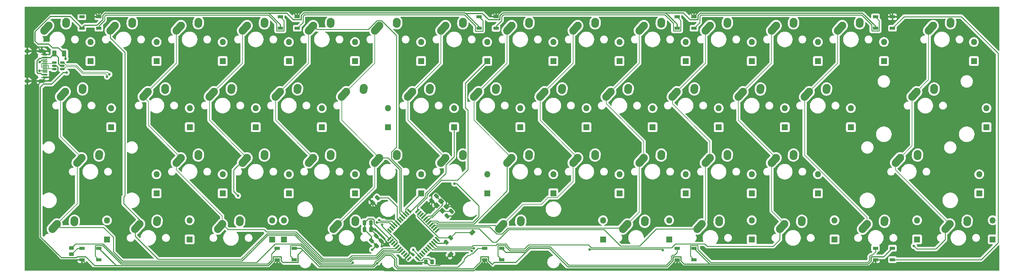
<source format=gbl>
G04 #@! TF.GenerationSoftware,KiCad,Pcbnew,8.0.4*
G04 #@! TF.CreationDate,2024-10-13T21:39:06+03:00*
G04 #@! TF.ProjectId,4040,34303430-2e6b-4696-9361-645f70636258,rev?*
G04 #@! TF.SameCoordinates,Original*
G04 #@! TF.FileFunction,Copper,L2,Bot*
G04 #@! TF.FilePolarity,Positive*
%FSLAX46Y46*%
G04 Gerber Fmt 4.6, Leading zero omitted, Abs format (unit mm)*
G04 Created by KiCad (PCBNEW 8.0.4) date 2024-10-13 21:39:06*
%MOMM*%
%LPD*%
G01*
G04 APERTURE LIST*
G04 Aperture macros list*
%AMRoundRect*
0 Rectangle with rounded corners*
0 $1 Rounding radius*
0 $2 $3 $4 $5 $6 $7 $8 $9 X,Y pos of 4 corners*
0 Add a 4 corners polygon primitive as box body*
4,1,4,$2,$3,$4,$5,$6,$7,$8,$9,$2,$3,0*
0 Add four circle primitives for the rounded corners*
1,1,$1+$1,$2,$3*
1,1,$1+$1,$4,$5*
1,1,$1+$1,$6,$7*
1,1,$1+$1,$8,$9*
0 Add four rect primitives between the rounded corners*
20,1,$1+$1,$2,$3,$4,$5,0*
20,1,$1+$1,$4,$5,$6,$7,0*
20,1,$1+$1,$6,$7,$8,$9,0*
20,1,$1+$1,$8,$9,$2,$3,0*%
%AMHorizOval*
0 Thick line with rounded ends*
0 $1 width*
0 $2 $3 position (X,Y) of the first rounded end (center of the circle)*
0 $4 $5 position (X,Y) of the second rounded end (center of the circle)*
0 Add line between two ends*
20,1,$1,$2,$3,$4,$5,0*
0 Add two circle primitives to create the rounded ends*
1,1,$1,$2,$3*
1,1,$1,$4,$5*%
%AMRotRect*
0 Rectangle, with rotation*
0 The origin of the aperture is its center*
0 $1 length*
0 $2 width*
0 $3 Rotation angle, in degrees counterclockwise*
0 Add horizontal line*
21,1,$1,$2,0,0,$3*%
G04 Aperture macros list end*
G04 #@! TA.AperFunction,ComponentPad*
%ADD10HorizOval,2.250000X0.655001X0.730000X-0.655001X-0.730000X0*%
G04 #@! TD*
G04 #@! TA.AperFunction,ComponentPad*
%ADD11C,2.250000*%
G04 #@! TD*
G04 #@! TA.AperFunction,ComponentPad*
%ADD12HorizOval,2.250000X0.020000X0.290000X-0.020000X-0.290000X0*%
G04 #@! TD*
G04 #@! TA.AperFunction,ComponentPad*
%ADD13R,1.800000X1.800000*%
G04 #@! TD*
G04 #@! TA.AperFunction,ComponentPad*
%ADD14O,1.800000X1.800000*%
G04 #@! TD*
G04 #@! TA.AperFunction,SMDPad,CuDef*
%ADD15R,1.500000X0.900000*%
G04 #@! TD*
G04 #@! TA.AperFunction,SMDPad,CuDef*
%ADD16RotRect,1.500000X0.550000X315.000000*%
G04 #@! TD*
G04 #@! TA.AperFunction,SMDPad,CuDef*
%ADD17RotRect,1.500000X0.550000X225.000000*%
G04 #@! TD*
G04 #@! TA.AperFunction,SMDPad,CuDef*
%ADD18RotRect,1.500000X1.100000X45.000000*%
G04 #@! TD*
G04 #@! TA.AperFunction,SMDPad,CuDef*
%ADD19RoundRect,0.150000X-0.512500X-0.150000X0.512500X-0.150000X0.512500X0.150000X-0.512500X0.150000X0*%
G04 #@! TD*
G04 #@! TA.AperFunction,SMDPad,CuDef*
%ADD20R,1.450000X0.600000*%
G04 #@! TD*
G04 #@! TA.AperFunction,SMDPad,CuDef*
%ADD21R,1.450000X0.300000*%
G04 #@! TD*
G04 #@! TA.AperFunction,ComponentPad*
%ADD22O,1.600000X1.000000*%
G04 #@! TD*
G04 #@! TA.AperFunction,ComponentPad*
%ADD23O,2.100000X1.000000*%
G04 #@! TD*
G04 #@! TA.AperFunction,SMDPad,CuDef*
%ADD24RoundRect,0.250000X-0.250000X-0.475000X0.250000X-0.475000X0.250000X0.475000X-0.250000X0.475000X0*%
G04 #@! TD*
G04 #@! TA.AperFunction,SMDPad,CuDef*
%ADD25RoundRect,0.250000X0.159099X-0.512652X0.512652X-0.159099X-0.159099X0.512652X-0.512652X0.159099X0*%
G04 #@! TD*
G04 #@! TA.AperFunction,SMDPad,CuDef*
%ADD26RoundRect,0.250000X0.375000X0.625000X-0.375000X0.625000X-0.375000X-0.625000X0.375000X-0.625000X0*%
G04 #@! TD*
G04 #@! TA.AperFunction,SMDPad,CuDef*
%ADD27RoundRect,0.250000X0.132583X-0.503814X0.503814X-0.132583X-0.132583X0.503814X-0.503814X0.132583X0*%
G04 #@! TD*
G04 #@! TA.AperFunction,SMDPad,CuDef*
%ADD28RoundRect,0.250000X-0.450000X0.262500X-0.450000X-0.262500X0.450000X-0.262500X0.450000X0.262500X0*%
G04 #@! TD*
G04 #@! TA.AperFunction,SMDPad,CuDef*
%ADD29RoundRect,0.250000X0.262500X0.450000X-0.262500X0.450000X-0.262500X-0.450000X0.262500X-0.450000X0*%
G04 #@! TD*
G04 #@! TA.AperFunction,SMDPad,CuDef*
%ADD30RotRect,1.400000X1.200000X135.000000*%
G04 #@! TD*
G04 #@! TA.AperFunction,ViaPad*
%ADD31C,0.762000*%
G04 #@! TD*
G04 #@! TA.AperFunction,Conductor*
%ADD32C,0.355600*%
G04 #@! TD*
G04 #@! TA.AperFunction,Conductor*
%ADD33C,0.254000*%
G04 #@! TD*
G04 #@! TA.AperFunction,Conductor*
%ADD34C,0.200000*%
G04 #@! TD*
G04 #@! TA.AperFunction,Conductor*
%ADD35C,0.300000*%
G04 #@! TD*
G04 APERTURE END LIST*
D10*
X216865001Y-78320000D03*
D11*
X217520000Y-77590000D03*
D12*
X222540000Y-76800000D03*
D11*
X222560000Y-76510000D03*
D10*
X245434801Y-97364800D03*
D11*
X246089800Y-96634800D03*
D12*
X251109800Y-95844800D03*
D11*
X251129800Y-95554800D03*
D10*
X283534801Y-97390200D03*
D11*
X284189800Y-96660200D03*
D12*
X289209800Y-95870200D03*
D11*
X289229800Y-95580200D03*
D10*
X178765001Y-78320000D03*
D11*
X179420000Y-77590000D03*
D12*
X184440000Y-76800000D03*
D11*
X184460000Y-76510000D03*
D10*
X102559801Y-116414800D03*
D11*
X103214800Y-115684800D03*
D12*
X108234800Y-114894800D03*
D11*
X108254800Y-114604800D03*
D10*
X159709801Y-116414800D03*
D11*
X160364800Y-115684800D03*
D12*
X165384800Y-114894800D03*
D11*
X165404800Y-114604800D03*
D10*
X197815001Y-78320000D03*
D11*
X198470000Y-77590000D03*
D12*
X203490000Y-76800000D03*
D11*
X203510000Y-76510000D03*
D10*
X69228021Y-97364800D03*
D11*
X69883020Y-96634800D03*
D12*
X74903020Y-95844800D03*
D11*
X74923020Y-95554800D03*
D10*
X216849001Y-116414800D03*
D11*
X217504000Y-115684800D03*
D12*
X222524000Y-114894800D03*
D11*
X222544000Y-114604800D03*
D10*
X293065001Y-78320000D03*
D11*
X293720000Y-77590000D03*
D12*
X298740000Y-76800000D03*
D11*
X298760000Y-76510000D03*
D10*
X197799001Y-116414800D03*
D11*
X198454000Y-115684800D03*
D12*
X203474000Y-114894800D03*
D11*
X203494000Y-114604800D03*
D10*
X264484801Y-97390200D03*
D11*
X265139800Y-96660200D03*
D12*
X270159800Y-95870200D03*
D11*
X270179800Y-95580200D03*
D10*
X169234801Y-97364800D03*
D11*
X169889800Y-96634800D03*
D12*
X174909800Y-95844800D03*
D11*
X174929800Y-95554800D03*
D10*
X64465001Y-78320000D03*
D11*
X65120000Y-77590000D03*
D12*
X70140000Y-76800000D03*
D11*
X70160000Y-76510000D03*
D10*
X235915001Y-78320000D03*
D11*
X236570000Y-77590000D03*
D12*
X241590000Y-76800000D03*
D11*
X241610000Y-76510000D03*
D10*
X90672601Y-135490200D03*
D11*
X91327600Y-134760200D03*
D12*
X96347600Y-133970200D03*
D11*
X96367600Y-133680200D03*
D10*
X178759801Y-116412150D03*
D11*
X179414800Y-115682150D03*
D12*
X184434800Y-114892150D03*
D11*
X184454800Y-114602150D03*
D10*
X121609801Y-116414800D03*
D11*
X122264800Y-115684800D03*
D12*
X127284800Y-114894800D03*
D11*
X127304800Y-114604800D03*
D10*
X319260001Y-78320000D03*
D11*
X319915000Y-77590000D03*
D12*
X324935000Y-76800000D03*
D11*
X324955000Y-76510000D03*
D10*
X273999001Y-116414800D03*
D11*
X274654000Y-115684800D03*
D12*
X279674000Y-114894800D03*
D11*
X279694000Y-114604800D03*
D10*
X73984801Y-116414800D03*
D11*
X74639800Y-115684800D03*
D12*
X79659800Y-114894800D03*
D11*
X79679800Y-114604800D03*
D10*
X147797201Y-135464800D03*
D11*
X148452200Y-134734800D03*
D12*
X153472200Y-133944800D03*
D11*
X153492200Y-133654800D03*
D10*
X314497401Y-97390200D03*
D11*
X315152400Y-96660200D03*
D12*
X320172400Y-95870200D03*
D11*
X320192400Y-95580200D03*
D10*
X195447601Y-135464800D03*
D11*
X196102600Y-134734800D03*
D12*
X201122600Y-133944800D03*
D11*
X201142600Y-133654800D03*
D10*
X274015001Y-78320000D03*
D11*
X274670000Y-77590000D03*
D12*
X279690000Y-76800000D03*
D11*
X279710000Y-76510000D03*
D10*
X112084801Y-97364800D03*
D11*
X112739800Y-96634800D03*
D12*
X117759800Y-95844800D03*
D11*
X117779800Y-95554800D03*
D10*
X207334801Y-97364800D03*
D11*
X207989800Y-96634800D03*
D12*
X213009800Y-95844800D03*
D11*
X213029800Y-95554800D03*
D10*
X93024641Y-97364800D03*
D11*
X93679640Y-96634800D03*
D12*
X98699640Y-95844800D03*
D11*
X98719640Y-95554800D03*
D10*
X66847401Y-135490200D03*
D11*
X67502400Y-134760200D03*
D12*
X72522400Y-133970200D03*
D11*
X72542400Y-133680200D03*
D10*
X188284801Y-97364800D03*
D11*
X188939800Y-96634800D03*
D12*
X193959800Y-95844800D03*
D11*
X193979800Y-95554800D03*
D10*
X231175001Y-135487550D03*
D11*
X231830000Y-134757550D03*
D12*
X236850000Y-133967550D03*
D11*
X236870000Y-133677550D03*
D10*
X140659801Y-116414800D03*
D11*
X141314800Y-115684800D03*
D12*
X146334800Y-114894800D03*
D11*
X146354800Y-114604800D03*
D10*
X276397401Y-135490200D03*
D11*
X277052400Y-134760200D03*
D12*
X282072400Y-133970200D03*
D11*
X282092400Y-133680200D03*
D10*
X254949001Y-116414800D03*
D11*
X255604000Y-115684800D03*
D12*
X260624000Y-114894800D03*
D11*
X260644000Y-114604800D03*
D10*
X300222601Y-135490200D03*
D11*
X300877600Y-134760200D03*
D12*
X305897600Y-133970200D03*
D11*
X305917600Y-133680200D03*
D10*
X309747601Y-116414800D03*
D11*
X310402600Y-115684800D03*
D12*
X315422600Y-114894800D03*
D11*
X315442600Y-114604800D03*
D10*
X114483201Y-135490200D03*
D11*
X115138200Y-134760200D03*
D12*
X120158200Y-133970200D03*
D11*
X120178200Y-133680200D03*
D10*
X226384801Y-97377000D03*
D11*
X227039800Y-96647000D03*
D12*
X232059800Y-95857000D03*
D11*
X232079800Y-95567000D03*
D10*
X159715001Y-78320000D03*
D11*
X160370000Y-77590000D03*
D12*
X165390000Y-76800000D03*
D11*
X165410000Y-76510000D03*
D10*
X102565001Y-78320000D03*
D11*
X103220000Y-77590000D03*
D12*
X108240000Y-76800000D03*
D11*
X108260000Y-76510000D03*
D10*
X121615001Y-78320000D03*
D11*
X122270000Y-77590000D03*
D12*
X127290000Y-76800000D03*
D11*
X127310000Y-76510000D03*
D10*
X131134801Y-97364800D03*
D11*
X131789800Y-96634800D03*
D12*
X136809800Y-95844800D03*
D11*
X136829800Y-95554800D03*
D10*
X324035101Y-135482580D03*
D11*
X324690100Y-134752580D03*
D12*
X329710100Y-133962580D03*
D11*
X329730100Y-133672580D03*
D10*
X235899001Y-116414800D03*
D11*
X236554000Y-115684800D03*
D12*
X241574000Y-114894800D03*
D11*
X241594000Y-114604800D03*
D10*
X140665001Y-78320000D03*
D11*
X141320000Y-77590000D03*
D12*
X146340000Y-76800000D03*
D11*
X146360000Y-76510000D03*
D10*
X252597601Y-135490200D03*
D11*
X253252600Y-134760200D03*
D12*
X258272600Y-133970200D03*
D11*
X258292600Y-133680200D03*
D10*
X254965001Y-78320000D03*
D11*
X255620000Y-77590000D03*
D12*
X260640000Y-76800000D03*
D11*
X260660000Y-76510000D03*
D10*
X83515001Y-78320000D03*
D11*
X84170000Y-77590000D03*
D12*
X89190000Y-76800000D03*
D11*
X89210000Y-76510000D03*
D10*
X150184801Y-97364800D03*
D11*
X150839800Y-96634800D03*
D12*
X155859800Y-95844800D03*
D11*
X155879800Y-95554800D03*
D13*
X77165200Y-87829500D03*
D14*
X77165200Y-82329500D03*
D15*
X303289800Y-78358000D03*
X303289800Y-75058000D03*
X308189800Y-75058000D03*
X308189800Y-78358000D03*
D13*
X331647800Y-87829500D03*
D14*
X331647800Y-82329500D03*
D13*
X296214800Y-106879500D03*
D14*
X296214800Y-101379500D03*
D16*
X163295664Y-136669118D03*
X163861350Y-136103433D03*
X164427035Y-135537748D03*
X164992720Y-134972062D03*
X165558406Y-134406377D03*
X166124091Y-133840691D03*
X166689777Y-133275006D03*
X167255462Y-132709320D03*
X167821148Y-132143635D03*
X168386833Y-131577950D03*
X168952518Y-131012264D03*
D17*
X171356682Y-131012264D03*
X171922367Y-131577950D03*
X172488052Y-132143635D03*
X173053738Y-132709320D03*
X173619423Y-133275006D03*
X174185109Y-133840691D03*
X174750794Y-134406377D03*
X175316480Y-134972062D03*
X175882165Y-135537748D03*
X176447850Y-136103433D03*
X177013536Y-136669118D03*
D16*
X177013536Y-139073282D03*
X176447850Y-139638967D03*
X175882165Y-140204652D03*
X175316480Y-140770338D03*
X174750794Y-141336023D03*
X174185109Y-141901709D03*
X173619423Y-142467394D03*
X173053738Y-143033080D03*
X172488052Y-143598765D03*
X171922367Y-144164450D03*
X171356682Y-144730136D03*
D17*
X168952518Y-144730136D03*
X168386833Y-144164450D03*
X167821148Y-143598765D03*
X167255462Y-143033080D03*
X166689777Y-142467394D03*
X166124091Y-141901709D03*
X165558406Y-141336023D03*
X164992720Y-140770338D03*
X164427035Y-140204652D03*
X163861350Y-139638967D03*
X163295664Y-139073282D03*
D13*
X267665200Y-87829500D03*
D14*
X267665200Y-82329500D03*
D18*
X180879350Y-143529450D03*
X187172600Y-137236200D03*
D19*
X66736800Y-90164998D03*
X66736800Y-89214999D03*
X66736800Y-88265000D03*
X69011800Y-88265000D03*
X69011800Y-89214999D03*
X69011800Y-90164998D03*
D13*
X105765600Y-106879500D03*
D14*
X105765600Y-101379500D03*
D13*
X286715200Y-125929500D03*
D14*
X286715200Y-120429500D03*
D13*
X267665200Y-139188300D03*
D14*
X267665200Y-133688300D03*
D15*
X74689800Y-78358000D03*
X74689800Y-75058000D03*
X79589800Y-75058000D03*
X79589800Y-78358000D03*
D13*
X286715200Y-87829500D03*
D14*
X286715200Y-82329500D03*
D15*
X131839800Y-78358000D03*
X131839800Y-75058000D03*
X136739800Y-75058000D03*
X136739800Y-78358000D03*
D13*
X172389800Y-125929500D03*
D14*
X172389800Y-120429500D03*
D15*
X308189800Y-141733000D03*
X308189800Y-145033000D03*
X303289800Y-145033000D03*
X303289800Y-141733000D03*
D13*
X81915000Y-139205600D03*
D14*
X81915000Y-133705600D03*
D13*
X258140200Y-106879500D03*
D14*
X258140200Y-101379500D03*
D20*
X64039800Y-92505600D03*
X64039800Y-91705601D03*
D21*
X64039799Y-90505600D03*
X64039800Y-89505600D03*
X64039800Y-89005600D03*
X64039799Y-88005600D03*
D20*
X64039800Y-86805599D03*
X64039800Y-86005600D03*
X64039800Y-86005600D03*
X64039800Y-86805599D03*
D21*
X64039800Y-87505600D03*
X64039800Y-88505600D03*
X64039800Y-90005600D03*
X64039800Y-91005600D03*
D20*
X64039800Y-91705601D03*
X64039800Y-92505600D03*
D22*
X58944800Y-93575600D03*
D23*
X63124800Y-93575600D03*
D22*
X58944800Y-84935600D03*
D23*
X63124800Y-84935600D03*
D13*
X105740200Y-139188300D03*
D14*
X105740200Y-133688300D03*
D13*
X134315200Y-87829500D03*
D14*
X134315200Y-82329500D03*
D15*
X251039800Y-141733000D03*
X251039800Y-145033000D03*
X246139800Y-145033000D03*
X246139800Y-141733000D03*
D24*
X156062602Y-136347200D03*
X157962600Y-136347200D03*
D13*
X115265200Y-125929500D03*
D14*
X115265200Y-120429500D03*
D13*
X210515200Y-125929500D03*
D14*
X210515200Y-120429500D03*
D13*
X162890200Y-106879500D03*
D14*
X162890200Y-101379500D03*
D13*
X243865400Y-139188300D03*
D14*
X243865400Y-133688300D03*
D13*
X96189800Y-125929500D03*
D14*
X96189800Y-120429500D03*
D13*
X191439800Y-87829500D03*
D14*
X191439800Y-82329500D03*
D13*
X115265200Y-87829500D03*
D14*
X115265200Y-82329500D03*
D25*
X158498698Y-128546702D03*
X159842200Y-127203200D03*
D26*
X69596000Y-85648800D03*
X66796000Y-85648800D03*
D13*
X305739800Y-87829500D03*
D14*
X305739800Y-82329500D03*
D13*
X315290200Y-139188300D03*
D14*
X315290200Y-133688300D03*
D13*
X96215200Y-87829500D03*
D14*
X96215200Y-82329500D03*
D25*
X158117698Y-139544902D03*
X159461200Y-138201400D03*
X159540098Y-140967302D03*
X160883600Y-139623800D03*
D15*
X195617000Y-141733000D03*
X195617000Y-145033000D03*
X190717000Y-145033000D03*
X190717000Y-141733000D03*
D13*
X220040200Y-106879500D03*
D14*
X220040200Y-101379500D03*
D13*
X181914800Y-106879500D03*
D14*
X181914800Y-101379500D03*
D25*
X179848263Y-132446467D03*
X181191765Y-131102965D03*
D13*
X333197200Y-125929500D03*
D14*
X333197200Y-120429500D03*
D13*
X277190200Y-106879500D03*
D14*
X277190200Y-101379500D03*
D27*
X179603400Y-139979400D03*
X180893870Y-138688930D03*
D13*
X200990200Y-106879500D03*
D14*
X200990200Y-101379500D03*
D24*
X156062602Y-134366000D03*
X157962600Y-134366000D03*
D13*
X248615200Y-125929500D03*
D14*
X248615200Y-120429500D03*
D15*
X135864600Y-141733000D03*
X135864600Y-145033000D03*
X130964600Y-145033000D03*
X130964600Y-141733000D03*
D13*
X229565200Y-87829500D03*
D14*
X229565200Y-82329500D03*
D13*
X210515200Y-87829500D03*
D14*
X210515200Y-82329500D03*
D13*
X172415200Y-87829500D03*
D14*
X172415200Y-82329500D03*
D28*
X71704200Y-141657700D03*
X71704200Y-143482700D03*
D13*
X134315200Y-125929500D03*
D14*
X134315200Y-120429500D03*
D13*
X191465200Y-125929500D03*
D14*
X191465200Y-120429500D03*
D13*
X153365200Y-125929500D03*
D14*
X153365200Y-120429500D03*
D13*
X132867400Y-139188300D03*
D14*
X132867400Y-133688300D03*
D13*
X229565200Y-125929500D03*
D14*
X229565200Y-120429500D03*
D15*
X189091400Y-78383400D03*
X189091400Y-75083400D03*
X193991400Y-75083400D03*
X193991400Y-78383400D03*
D13*
X153365200Y-87829500D03*
D14*
X153365200Y-82329500D03*
D13*
X291490400Y-139188300D03*
D14*
X291490400Y-133688300D03*
D13*
X239090200Y-106879500D03*
D14*
X239090200Y-101379500D03*
D13*
X335280000Y-106879500D03*
D14*
X335280000Y-101379500D03*
D13*
X129540000Y-139188300D03*
D14*
X129540000Y-133688300D03*
D13*
X143814800Y-106879500D03*
D14*
X143814800Y-101379500D03*
D29*
X175588300Y-145669000D03*
X173763300Y-145669000D03*
D25*
X175465898Y-128064102D03*
X176809400Y-126720600D03*
D30*
X178502498Y-130954471D03*
X176946863Y-129398836D03*
X178148944Y-128196755D03*
X179704579Y-129752390D03*
D15*
X246139800Y-78358000D03*
X246139800Y-75058000D03*
X251039800Y-75058000D03*
X251039800Y-78358000D03*
D13*
X267639800Y-125929500D03*
D14*
X267639800Y-120429500D03*
D13*
X83134200Y-106879500D03*
D14*
X83134200Y-101379500D03*
D13*
X224815400Y-139188300D03*
D14*
X224815400Y-133688300D03*
D13*
X337058000Y-139188300D03*
D14*
X337058000Y-133688300D03*
D13*
X248615200Y-87829500D03*
D14*
X248615200Y-82329500D03*
D15*
X79589800Y-141733000D03*
X79589800Y-145033000D03*
X74689800Y-145033000D03*
X74689800Y-141733000D03*
D13*
X124790200Y-106879500D03*
D14*
X124790200Y-101379500D03*
D31*
X161086800Y-141170000D03*
X160528000Y-146913600D03*
X70002400Y-87147400D03*
X158318200Y-142189200D03*
X70281800Y-91135200D03*
X159740600Y-146050000D03*
X187553600Y-141773111D03*
X62484000Y-90627200D03*
X62540878Y-88066442D03*
X82605358Y-91633817D03*
X81940400Y-92329000D03*
X119659400Y-126610500D03*
X161188400Y-135028937D03*
X181991000Y-123113800D03*
X159647724Y-134276744D03*
X160344006Y-133612937D03*
X170103800Y-142214600D03*
X152730200Y-145903200D03*
X314360190Y-141081390D03*
X186962468Y-142548268D03*
X242011200Y-142316200D03*
X220953810Y-142086810D03*
D32*
X190717000Y-145033000D02*
X190717000Y-145213400D01*
X179848263Y-132446467D02*
X181407859Y-132446467D01*
X251039800Y-75058000D02*
X252615600Y-73482200D01*
X62182400Y-138660138D02*
X68555262Y-145033000D01*
D33*
X176307452Y-146720000D02*
X174814300Y-146720000D01*
D32*
X63124800Y-84935600D02*
X63124800Y-85090600D01*
X187696000Y-148234400D02*
X161848800Y-148234400D01*
D33*
X176314652Y-146712800D02*
X176307452Y-146720000D01*
D32*
X168460152Y-145832720D02*
X167817800Y-145190368D01*
X168923732Y-137771703D02*
X168923732Y-143627551D01*
X175465898Y-128064102D02*
X175465898Y-130297160D01*
D33*
X177696000Y-146712800D02*
X176314652Y-146712800D01*
D32*
X175465898Y-130297160D02*
X173053738Y-132709320D01*
X175465898Y-126473651D02*
X176364299Y-125575250D01*
X303289800Y-145033000D02*
X301460000Y-146862800D01*
X176364299Y-125575250D02*
X176910257Y-125575250D01*
X63124800Y-93575600D02*
X63218600Y-93575600D01*
X161086800Y-141170000D02*
X161086800Y-139827000D01*
X175465898Y-128064102D02*
X175612129Y-128064102D01*
X138417200Y-73380600D02*
X192288600Y-73380600D01*
X193991400Y-75083400D02*
X195745000Y-73329800D01*
X168923732Y-143627551D02*
X168386833Y-144164450D01*
X167817800Y-145190368D02*
X167817800Y-144733483D01*
X181082588Y-129752390D02*
X179704579Y-129752390D01*
X163324451Y-140175866D02*
X163861350Y-139638967D01*
X175612129Y-128064102D02*
X176946863Y-129398836D01*
X78750600Y-74218800D02*
X79589800Y-75058000D01*
X162803298Y-140175866D02*
X163324451Y-140175866D01*
X159461200Y-137845800D02*
X157962600Y-136347200D01*
X66736800Y-89214999D02*
X67399299Y-89214999D01*
X159798076Y-146837400D02*
X158963876Y-147671600D01*
X161848800Y-148234400D02*
X160528000Y-146913600D01*
X160883600Y-139623800D02*
X159461200Y-138201400D01*
X158498698Y-129513099D02*
X162347736Y-133362137D01*
X63124800Y-93575600D02*
X62182400Y-94518000D01*
D33*
X180879350Y-143529450D02*
X177696000Y-146712800D01*
D32*
X306614000Y-73482200D02*
X308189800Y-75058000D01*
X165558406Y-134406377D02*
X168923732Y-137771703D01*
X65812600Y-92505600D02*
X64039800Y-92505600D01*
X193355600Y-147671600D02*
X190717000Y-145033000D01*
X157962600Y-134366000D02*
X157962600Y-136347200D01*
X247969600Y-146862800D02*
X246139800Y-145033000D01*
X175465898Y-128064102D02*
X175465898Y-126473651D01*
X68555262Y-145033000D02*
X74689800Y-145033000D01*
X192288600Y-73380600D02*
X193991400Y-75083400D01*
X136739800Y-75058000D02*
X138417200Y-73380600D01*
X301460000Y-146862800D02*
X247969600Y-146862800D01*
X67777100Y-89592800D02*
X67777100Y-90541100D01*
X130964600Y-145033000D02*
X128652200Y-147345400D01*
X60658400Y-79140581D02*
X65580181Y-74218800D01*
X182346600Y-131016402D02*
X181082588Y-129752390D01*
X179704579Y-128369572D02*
X179704579Y-129752390D01*
X161086800Y-139827000D02*
X160883600Y-139623800D01*
X158963876Y-147671600D02*
X133603200Y-147671600D01*
X157962600Y-134366000D02*
X157962600Y-135335168D01*
X159461200Y-138201400D02*
X159461200Y-137845800D01*
X63124800Y-84935600D02*
X58944800Y-84935600D01*
X62182400Y-94518000D02*
X62182400Y-138660138D01*
X81165600Y-73482200D02*
X135164000Y-73482200D01*
X177642000Y-139701746D02*
X177013536Y-139073282D01*
X60658400Y-82469200D02*
X60658400Y-79140581D01*
X173763300Y-145669000D02*
X173599580Y-145832720D01*
X181407859Y-132446467D02*
X182346600Y-131507726D01*
X176910257Y-125575250D02*
X179704579Y-128369572D01*
X63124800Y-84935600D02*
X60658400Y-82469200D01*
X63124800Y-93575600D02*
X58944800Y-93575600D01*
X246139800Y-145033000D02*
X243501200Y-147671600D01*
X173599580Y-145832720D02*
X168460152Y-145832720D01*
X182346600Y-131507726D02*
X182346600Y-131016402D01*
X67399299Y-89214999D02*
X67777100Y-89592800D01*
X162347736Y-133362137D02*
X164514166Y-133362137D01*
X160451800Y-146837400D02*
X159798076Y-146837400D01*
X252615600Y-73482200D02*
X306614000Y-73482200D01*
X133603200Y-147671600D02*
X130964600Y-145033000D01*
X128652200Y-147345400D02*
X77002200Y-147345400D01*
X63218600Y-93575600D02*
X64039800Y-92754400D01*
X135164000Y-73482200D02*
X136739800Y-75058000D01*
X190717000Y-145213400D02*
X187696000Y-148234400D01*
X243501200Y-147671600D02*
X193355600Y-147671600D01*
X195745000Y-73329800D02*
X249311600Y-73329800D01*
X167817800Y-144733483D02*
X168386833Y-144164450D01*
X65580181Y-74218800D02*
X78750600Y-74218800D01*
X79589800Y-75058000D02*
X81165600Y-73482200D01*
X63124800Y-85090600D02*
X64039800Y-86005600D01*
X160528000Y-146913600D02*
X160451800Y-146837400D01*
X64039800Y-92754400D02*
X64039800Y-92505600D01*
D33*
X174814300Y-146720000D02*
X173763300Y-145669000D01*
D32*
X67777100Y-90541100D02*
X65812600Y-92505600D01*
X164514166Y-133362137D02*
X165558406Y-134406377D01*
X158498698Y-128546702D02*
X158498698Y-129513099D01*
X249311600Y-73329800D02*
X251039800Y-75058000D01*
X77002200Y-147345400D02*
X74689800Y-145033000D01*
X157962600Y-135335168D02*
X162803298Y-140175866D01*
X138349631Y-142294969D02*
X137787662Y-141733000D01*
X176711800Y-147671600D02*
X187473062Y-147671600D01*
X158318200Y-142189200D02*
X159540098Y-140967302D01*
X129003400Y-74469600D02*
X131839800Y-77306000D01*
X195119200Y-74741338D02*
X195946538Y-73914000D01*
X209314062Y-141733000D02*
X203784200Y-141733000D01*
X191844800Y-145375062D02*
X192915469Y-146445731D01*
X131839800Y-77306000D02*
X131839800Y-78358000D01*
X133764000Y-74037800D02*
X128397000Y-74037800D01*
X159799738Y-146050000D02*
X162081738Y-143768000D01*
X189589200Y-145555462D02*
X189589200Y-144205200D01*
X189091400Y-77915600D02*
X189091400Y-78383400D01*
X128397000Y-74037800D02*
X128571600Y-74037800D01*
X69316600Y-91135200D02*
X70281800Y-91135200D01*
X65154200Y-82892800D02*
X66273100Y-84011700D01*
X165636600Y-147678800D02*
X176704600Y-147678800D01*
X158479570Y-133263200D02*
X158888924Y-133672554D01*
X163698662Y-143768000D02*
X164842000Y-144911338D01*
X302082200Y-144285000D02*
X302082200Y-145454862D01*
X80717600Y-74715938D02*
X81395738Y-74037800D01*
X67958900Y-84011700D02*
X69596000Y-85648800D01*
X129836800Y-145375062D02*
X128422062Y-146789800D01*
X192915469Y-146445731D02*
X193500400Y-145860800D01*
X246139800Y-77204400D02*
X246139800Y-78358000D01*
X132092400Y-145375062D02*
X132092400Y-144205200D01*
X158888924Y-134666542D02*
X163295664Y-139073282D01*
X159740600Y-146050000D02*
X159799738Y-146050000D01*
X302162000Y-144205200D02*
X302082200Y-144285000D01*
X128422062Y-146789800D02*
X84646600Y-146789800D01*
X73396600Y-144205200D02*
X75817600Y-144205200D01*
X61214000Y-82106437D02*
X61214000Y-79370719D01*
X190080800Y-74117200D02*
X191874800Y-75911200D01*
X255614000Y-146307200D02*
X248199738Y-146307200D01*
X75517600Y-77530200D02*
X79073200Y-77530200D01*
X159740600Y-146109138D02*
X158733738Y-147116000D01*
X81395738Y-74037800D02*
X128397000Y-74037800D01*
X301229862Y-146307200D02*
X255614000Y-146307200D01*
X191844800Y-144205200D02*
X191844800Y-145375062D01*
X255614000Y-146307200D02*
X251039800Y-141733000D01*
X189589200Y-144205200D02*
X191844800Y-144205200D01*
X179603400Y-139979400D02*
X179241008Y-140341792D01*
X245012000Y-145375062D02*
X243271062Y-147116000D01*
X137867600Y-74715938D02*
X137867600Y-75885800D01*
X248199738Y-146307200D02*
X247267600Y-145375062D01*
X179241008Y-140341792D02*
X177150675Y-140341792D01*
X65998400Y-94453400D02*
X69316600Y-91135200D01*
X185112000Y-73936200D02*
X138647338Y-73936200D01*
X74689800Y-78358000D02*
X75517600Y-77530200D01*
X303289800Y-77788600D02*
X303289800Y-78358000D01*
X247267600Y-145375062D02*
X247267600Y-144205200D01*
X63636200Y-94453400D02*
X62738000Y-95351600D01*
X159740600Y-146050000D02*
X159740600Y-146109138D01*
X156062602Y-134366000D02*
X157165402Y-133263200D01*
X247267600Y-144205200D02*
X245012000Y-144205200D01*
X84646600Y-146789800D02*
X79589800Y-141733000D01*
X159540098Y-140967302D02*
X158117698Y-139544902D01*
X65998400Y-94453400D02*
X63636200Y-94453400D01*
X62738000Y-95351600D02*
X62738000Y-138430000D01*
X191874800Y-75911200D02*
X195119200Y-75911200D01*
X164842000Y-146884200D02*
X165636600Y-147678800D01*
X243271062Y-147116000D02*
X214697062Y-147116000D01*
X62738000Y-138430000D02*
X68785400Y-144477400D01*
X202591400Y-142925800D02*
X196809800Y-142925800D01*
X245012000Y-144205200D02*
X245012000Y-145375062D01*
X158733738Y-147116000D02*
X143170662Y-147116000D01*
X308189800Y-141733000D02*
X305717600Y-144205200D01*
X195119200Y-75911200D02*
X195119200Y-74741338D01*
X68785400Y-144477400D02*
X73124400Y-144477400D01*
X185293000Y-74117200D02*
X189091400Y-77915600D01*
X164842000Y-144911338D02*
X164842000Y-146884200D01*
X129836800Y-144205200D02*
X129836800Y-145375062D01*
X61214000Y-79370719D02*
X65578519Y-75006200D01*
X156189602Y-134366000D02*
X156189602Y-136347200D01*
X199656400Y-145860800D02*
X203784200Y-141733000D01*
X177150675Y-140341792D02*
X176447850Y-139638967D01*
X162081738Y-143768000D02*
X163698662Y-143768000D01*
X73124400Y-144477400D02*
X73396600Y-144205200D01*
X136992400Y-145860800D02*
X132578138Y-145860800D01*
X247940200Y-73914000D02*
X249912000Y-75885800D01*
X158888924Y-133672554D02*
X158888924Y-134666542D01*
X132092400Y-144205200D02*
X129836800Y-144205200D01*
X299539000Y-74037800D02*
X303289800Y-77788600D01*
X195946538Y-73914000D02*
X242849400Y-73914000D01*
X138647338Y-73936200D02*
X137867600Y-74715938D01*
X70002400Y-86055200D02*
X69596000Y-85648800D01*
X203784200Y-141733000D02*
X202591400Y-142925800D01*
X137787662Y-141733000D02*
X135864600Y-141733000D01*
X158117698Y-139544902D02*
X158117698Y-138402296D01*
X65154200Y-82892800D02*
X62000363Y-82892800D01*
X132578138Y-145860800D02*
X132092400Y-145375062D01*
X185293000Y-74117200D02*
X190080800Y-74117200D01*
X158117698Y-138402296D02*
X156062602Y-136347200D01*
X137867600Y-75885800D02*
X135612000Y-75885800D01*
X66273100Y-84011700D02*
X67958900Y-84011700D01*
X157165402Y-133263200D02*
X158479570Y-133263200D01*
X70002400Y-87147400D02*
X70002400Y-86055200D01*
X79073200Y-77530200D02*
X80717600Y-75885800D01*
X136992400Y-143652200D02*
X136992400Y-145860800D01*
X196809800Y-142925800D02*
X195617000Y-141733000D01*
X62000363Y-82892800D02*
X61214000Y-82106437D01*
X214697062Y-147116000D02*
X209314062Y-141733000D01*
X138349631Y-142294969D02*
X136992400Y-143652200D01*
X252845738Y-74037800D02*
X299539000Y-74037800D01*
X249912000Y-75885800D02*
X252167600Y-75885800D01*
X128571600Y-74037800D02*
X129003400Y-74469600D01*
X252167600Y-74715938D02*
X252845738Y-74037800D01*
X135612000Y-75885800D02*
X133764000Y-74037800D01*
X242849400Y-73914000D02*
X246139800Y-77204400D01*
X65578519Y-75006200D02*
X71338000Y-75006200D01*
X305717600Y-144205200D02*
X302162000Y-144205200D01*
X302082200Y-145454862D02*
X301229862Y-146307200D01*
X193500400Y-145860800D02*
X199656400Y-145860800D01*
X176704600Y-147678800D02*
X176711800Y-147671600D01*
X185293000Y-74117200D02*
X185112000Y-73936200D01*
X252167600Y-75885800D02*
X252167600Y-74715938D01*
X71338000Y-75006200D02*
X74689800Y-78358000D01*
X75817600Y-144205200D02*
X78402200Y-146789800D01*
X143170662Y-147116000D02*
X138349631Y-142294969D01*
X78402200Y-146789800D02*
X84646600Y-146789800D01*
X80717600Y-75885800D02*
X80717600Y-74715938D01*
X187473062Y-147671600D02*
X189589200Y-145555462D01*
X242849400Y-73914000D02*
X247940200Y-73914000D01*
D33*
X175136200Y-132889600D02*
X175550550Y-132889600D01*
X175816497Y-132623652D02*
X177485678Y-130954471D01*
X175550550Y-132889600D02*
X175816497Y-132623653D01*
X177485678Y-130954471D02*
X178502498Y-130954471D01*
X175816497Y-132623653D02*
X175816497Y-132623652D01*
X174185109Y-133840691D02*
X175136200Y-132889600D01*
X181191765Y-131102965D02*
X178650992Y-131102965D01*
X178650992Y-131102965D02*
X178502498Y-130954471D01*
X178148944Y-128196755D02*
X178643919Y-128691730D01*
X178643919Y-128691730D02*
X178643919Y-129154178D01*
X178643919Y-129154178D02*
X175362497Y-132435600D01*
X176809400Y-126857211D02*
X178148944Y-128196755D01*
X176809400Y-126720600D02*
X176809400Y-126857211D01*
X174458829Y-132435600D02*
X173619423Y-133275006D01*
X175362497Y-132435600D02*
X174458829Y-132435600D01*
X165506400Y-133223000D02*
X165506400Y-129743041D01*
X162966559Y-127203200D02*
X159842200Y-127203200D01*
X165506400Y-129743041D02*
X162966559Y-127203200D01*
X166124091Y-133840691D02*
X165506400Y-133223000D01*
X185107800Y-101186200D02*
X185906800Y-101985200D01*
X185107800Y-94161500D02*
X185107800Y-101186200D01*
X185906800Y-101985200D02*
X185906800Y-115203589D01*
X178188052Y-122148600D02*
X174088400Y-126248252D01*
X185867107Y-119136093D02*
X182854600Y-122148600D01*
X182854600Y-122148600D02*
X178188052Y-122148600D01*
X191439800Y-87829500D02*
X185107800Y-94161500D01*
X174088400Y-126248252D02*
X174088400Y-127137252D01*
X185906800Y-115203589D02*
X185867107Y-115243282D01*
X171356682Y-129868970D02*
X171356682Y-131012264D01*
X174088400Y-127137252D02*
X171356682Y-129868970D01*
X185867107Y-115243282D02*
X185867107Y-119136093D01*
X173634400Y-126060200D02*
X179543900Y-120150700D01*
X169571336Y-131012264D02*
X173634400Y-126949200D01*
X181914800Y-115341550D02*
X181914800Y-106879500D01*
X179543900Y-117712450D02*
X181914800Y-115341550D01*
X173634400Y-126949200D02*
X173634400Y-126060200D01*
X168952518Y-131012264D02*
X169571336Y-131012264D01*
X179543900Y-120150700D02*
X179543900Y-117712450D01*
X167900734Y-131091851D02*
X167900734Y-130418566D01*
X168386833Y-131577950D02*
X167900734Y-131091851D01*
X167900734Y-130418566D02*
X172389800Y-125929500D01*
D34*
X292410000Y-79050000D02*
X292410000Y-88440000D01*
X282879800Y-98120200D02*
X282879800Y-114897043D01*
D33*
X175316480Y-140770338D02*
X176319253Y-141773111D01*
D34*
X300877600Y-132894843D02*
X300877600Y-134760200D01*
X292410000Y-88440000D02*
X284189800Y-96660200D01*
X282879800Y-114897043D02*
X300877600Y-132894843D01*
D33*
X176319253Y-141773111D02*
X187553600Y-141773111D01*
D35*
X64039800Y-91705601D02*
X63219421Y-91705601D01*
D32*
X67971500Y-88637778D02*
X68548721Y-89214999D01*
X68548721Y-89214999D02*
X69011800Y-89214999D01*
D35*
X63222815Y-86805599D02*
X64039800Y-86805599D01*
X62899820Y-91386000D02*
X62049000Y-91386000D01*
X62049000Y-91386000D02*
X61753000Y-91090000D01*
D32*
X64076801Y-86842600D02*
X64039800Y-86805599D01*
D35*
X61753000Y-91090000D02*
X61753000Y-87820529D01*
D32*
X66796000Y-85648800D02*
X65639201Y-86805599D01*
X65639201Y-86805599D02*
X64039800Y-86805599D01*
X67971500Y-86824300D02*
X67971500Y-88637778D01*
D35*
X61753000Y-87820529D02*
X62476929Y-87096600D01*
D32*
X66796000Y-85648800D02*
X67971500Y-86824300D01*
D35*
X63219421Y-91705601D02*
X62899820Y-91386000D01*
X62476929Y-87096600D02*
X62931814Y-87096600D01*
X62931814Y-87096600D02*
X63222815Y-86805599D01*
D33*
X74689800Y-141733000D02*
X73453900Y-141733000D01*
X73453900Y-141733000D02*
X71704200Y-143482700D01*
X78512800Y-143956000D02*
X79589800Y-145033000D01*
X78512800Y-140956000D02*
X78512800Y-143956000D01*
X128212966Y-146285000D02*
X85995800Y-146285000D01*
X80666800Y-140956000D02*
X78512800Y-140956000D01*
X130964600Y-141733000D02*
X129332000Y-143365600D01*
X129332000Y-145165966D02*
X128212966Y-146285000D01*
X129332000Y-143365600D02*
X129332000Y-145165966D01*
X85995800Y-146285000D02*
X80666800Y-140956000D01*
X165346800Y-146675104D02*
X165845696Y-147174000D01*
X186355800Y-143818800D02*
X186911400Y-143263200D01*
X159032600Y-145756736D02*
X159447336Y-145342000D01*
X184763600Y-145411000D02*
X184763600Y-144932380D01*
X184763600Y-144932380D02*
X185877180Y-143818800D01*
X186911400Y-143263200D02*
X187248800Y-143263200D01*
X165845696Y-147174000D02*
X176495504Y-147174000D01*
X176495504Y-147174000D02*
X176502704Y-147166800D01*
X188779000Y-141733000D02*
X190717000Y-141733000D01*
X161872642Y-143263200D02*
X163907758Y-143263200D01*
X165346800Y-144702242D02*
X165346800Y-146675104D01*
X163907758Y-143263200D02*
X164203462Y-143558905D01*
X137687758Y-140919200D02*
X143379758Y-146611200D01*
X159793842Y-145342000D02*
X161872642Y-143263200D01*
X185877180Y-143818800D02*
X186355800Y-143818800D01*
X134824400Y-140919200D02*
X137687758Y-140919200D01*
X134772400Y-143940800D02*
X134772400Y-140971200D01*
X134772400Y-140971200D02*
X134824400Y-140919200D01*
X143379758Y-146611200D02*
X158524642Y-146611200D01*
X176502704Y-147166800D02*
X183007800Y-147166800D01*
X159447336Y-145342000D02*
X159793842Y-145342000D01*
X159032600Y-146103242D02*
X159032600Y-145756736D01*
X187248800Y-143263200D02*
X188779000Y-141733000D01*
X135864600Y-145033000D02*
X134772400Y-143940800D01*
X183007800Y-147166800D02*
X184763600Y-145411000D01*
X164203462Y-143558905D02*
X165346800Y-144702242D01*
X158524642Y-146611200D02*
X159032600Y-146103242D01*
X202382304Y-142421000D02*
X203575104Y-141228200D01*
X244507200Y-145165966D02*
X244507200Y-143996105D01*
X244802905Y-143700400D02*
X245427600Y-143700400D01*
X196694000Y-140956000D02*
X196694000Y-141220400D01*
X214906158Y-146611200D02*
X243061966Y-146611200D01*
X196694000Y-141220400D02*
X197894600Y-142421000D01*
X194540000Y-143956000D02*
X194540000Y-140956000D01*
X245427600Y-143700400D02*
X246139800Y-142988200D01*
X194540000Y-140956000D02*
X196694000Y-140956000D01*
X195617000Y-145033000D02*
X194540000Y-143956000D01*
X197894600Y-142421000D02*
X202382304Y-142421000D01*
X203575104Y-141228200D02*
X209523158Y-141228200D01*
X209523158Y-141228200D02*
X214906158Y-146611200D01*
X246139800Y-141733000D02*
X246126000Y-141746800D01*
X243061966Y-146611200D02*
X244507200Y-145165966D01*
X246139800Y-142988200D02*
X246139800Y-141733000D01*
X244507200Y-143996105D02*
X244802905Y-143700400D01*
X303289800Y-142759600D02*
X302349000Y-143700400D01*
X301577400Y-144075904D02*
X301577400Y-145245766D01*
X252116800Y-140956000D02*
X249962800Y-140956000D01*
X301952904Y-143700400D02*
X301577400Y-144075904D01*
X252116800Y-142096104D02*
X252116800Y-140956000D01*
X301577400Y-145245766D02*
X301020766Y-145802400D01*
X302349000Y-143700400D02*
X301952904Y-143700400D01*
X301020766Y-145802400D02*
X255823096Y-145802400D01*
X255823096Y-145802400D02*
X252116800Y-142096104D01*
X249962800Y-140956000D02*
X249962800Y-143956000D01*
X303289800Y-141733000D02*
X303289800Y-142759600D01*
X249962800Y-143956000D02*
X251039800Y-145033000D01*
X333706200Y-145033000D02*
X308189800Y-145033000D01*
X311527739Y-75020061D02*
X328054861Y-75020061D01*
X328054861Y-75020061D02*
X338607400Y-85572600D01*
X338607400Y-85572600D02*
X338607400Y-140131800D01*
X338607400Y-140131800D02*
X333706200Y-145033000D01*
X308189800Y-78358000D02*
X311527739Y-75020061D01*
X302212800Y-77425496D02*
X302212800Y-79135000D01*
X251039800Y-78358000D02*
X252672400Y-76725400D01*
X299329904Y-74542600D02*
X302212800Y-77425496D01*
X302212800Y-79135000D02*
X304366800Y-79135000D01*
X253054834Y-74542600D02*
X299329904Y-74542600D01*
X304366800Y-79135000D02*
X304366800Y-76135000D01*
X252672400Y-76725400D02*
X252672400Y-74925034D01*
X252672400Y-74925034D02*
X253054834Y-74542600D01*
X304366800Y-76135000D02*
X303289800Y-75058000D01*
X245062800Y-79135000D02*
X245062800Y-76886200D01*
X245062800Y-76886200D02*
X242595400Y-74418800D01*
X247216800Y-76135000D02*
X247216800Y-79135000D01*
X247216800Y-79135000D02*
X245062800Y-79135000D01*
X193991400Y-77752895D02*
X193991400Y-78383400D01*
X246139800Y-75058000D02*
X247216800Y-76135000D01*
X195624000Y-76120295D02*
X193991400Y-77752895D01*
X242595400Y-74418800D02*
X196155634Y-74418800D01*
X195624000Y-74950434D02*
X195624000Y-76120295D01*
X196155634Y-74418800D02*
X195624000Y-74950434D01*
X138372400Y-76725400D02*
X138372400Y-74925034D01*
X190168400Y-76160400D02*
X189091400Y-75083400D01*
X188014400Y-77606400D02*
X188014400Y-79160400D01*
X138372400Y-74925034D02*
X138856434Y-74441000D01*
X188014400Y-79160400D02*
X190168400Y-79160400D01*
X190168400Y-79160400D02*
X190168400Y-76160400D01*
X136739800Y-78358000D02*
X138372400Y-76725400D01*
X184849000Y-74441000D02*
X188014400Y-77606400D01*
X138856434Y-74441000D02*
X184849000Y-74441000D01*
X130762800Y-79135000D02*
X132916800Y-79135000D01*
X132916800Y-79135000D02*
X132918200Y-79133600D01*
X81222400Y-76094896D02*
X81222400Y-74925034D01*
X79589800Y-77727496D02*
X81222400Y-76094896D01*
X128362504Y-74542600D02*
X130762800Y-76942896D01*
X132918200Y-79133600D02*
X132918200Y-76136400D01*
X132918200Y-76136400D02*
X131839800Y-75058000D01*
X81222400Y-74925034D02*
X81604834Y-74542600D01*
X130762800Y-76942896D02*
X130762800Y-79135000D01*
X79589800Y-78358000D02*
X79589800Y-77727496D01*
X81604834Y-74542600D02*
X128362504Y-74542600D01*
X62605600Y-90505600D02*
X62484000Y-90627200D01*
X64039799Y-90505600D02*
X62605600Y-90505600D01*
X64039800Y-87505600D02*
X63197394Y-87505600D01*
X63197394Y-87505600D02*
X62636552Y-88066442D01*
X62636552Y-88066442D02*
X62540878Y-88066442D01*
D34*
X70180200Y-89052400D02*
X69392800Y-88265000D01*
X82605358Y-91633817D02*
X82055941Y-91084400D01*
X69392800Y-88265000D02*
X69011800Y-88265000D01*
X75102200Y-91084400D02*
X73070200Y-89052400D01*
X73070200Y-89052400D02*
X70180200Y-89052400D01*
X82055941Y-91084400D02*
X75102200Y-91084400D01*
X74936514Y-91484400D02*
X72904514Y-89452400D01*
X70186600Y-89452400D02*
X69474002Y-90164998D01*
X81527600Y-91484400D02*
X74936514Y-91484400D01*
X81940400Y-92329000D02*
X81940400Y-91897200D01*
X69474002Y-90164998D02*
X69011800Y-90164998D01*
X72904514Y-89452400D02*
X70186600Y-89452400D01*
X81940400Y-91897200D02*
X81527600Y-91484400D01*
D33*
X166238800Y-119052652D02*
X162870948Y-115684800D01*
D34*
X149529800Y-104849800D02*
X160364800Y-115684800D01*
X149529800Y-98094800D02*
X149529800Y-104849800D01*
D33*
X166238800Y-131692658D02*
X166238800Y-119052652D01*
X162870948Y-115684800D02*
X160364800Y-115684800D01*
D34*
X159054800Y-124132200D02*
X148452200Y-134734800D01*
D33*
X167255462Y-132709320D02*
X166238800Y-131692658D01*
D34*
X159054800Y-117144800D02*
X159054800Y-124132200D01*
X159060000Y-88414600D02*
X150839800Y-96634800D01*
X159060000Y-79050000D02*
X159060000Y-88414600D01*
D33*
X159662990Y-144830800D02*
X152801336Y-144830800D01*
X164240104Y-142953493D02*
X164095812Y-142809200D01*
X128230700Y-137961300D02*
X120815000Y-145377000D01*
X80913539Y-135750139D02*
X68492339Y-135750139D01*
X143755863Y-145703200D02*
X136013963Y-137961300D01*
X161684590Y-142809200D02*
X159662990Y-144830800D01*
X83743800Y-142748896D02*
X83743800Y-138580400D01*
D34*
X73329800Y-117144800D02*
X73329800Y-128932800D01*
D33*
X152801336Y-144830800D02*
X151928936Y-145703200D01*
X151928936Y-145703200D02*
X143755863Y-145703200D01*
X166689777Y-142467394D02*
X166203678Y-142953493D01*
X68492339Y-135750139D02*
X67502400Y-134760200D01*
X83743800Y-138580400D02*
X80913539Y-135750139D01*
X166203678Y-142953493D02*
X164240104Y-142953493D01*
D34*
X63347588Y-79050000D02*
X63810000Y-79050000D01*
D33*
X136013963Y-137961300D02*
X128230700Y-137961300D01*
X164095812Y-142809200D02*
X161684590Y-142809200D01*
D34*
X73329800Y-128932800D02*
X67502400Y-134760200D01*
X68573020Y-109618020D02*
X74639800Y-115684800D01*
X68573020Y-98094800D02*
X68573020Y-109618020D01*
D33*
X120815000Y-145377000D02*
X86371904Y-145377000D01*
X86371904Y-145377000D02*
X83743800Y-142748896D01*
X96637441Y-144923000D02*
X90017600Y-138303159D01*
X161496538Y-142355200D02*
X159495069Y-144356669D01*
X164283865Y-142355200D02*
X161496538Y-142355200D01*
X87045800Y-85318759D02*
X82860000Y-81132959D01*
X152633415Y-144356669D02*
X151740884Y-145249200D01*
X125485174Y-140064774D02*
X120626948Y-144923000D01*
X87045800Y-126618841D02*
X87045800Y-85318759D01*
X136202015Y-137507300D02*
X128042647Y-137507300D01*
X165526306Y-142499493D02*
X164428158Y-142499493D01*
X164428158Y-142499493D02*
X164283865Y-142355200D01*
X82860000Y-81132959D02*
X82860000Y-79050000D01*
X166124091Y-141901709D02*
X165526306Y-142499493D01*
X143943915Y-145249200D02*
X136202015Y-137507300D01*
X86706900Y-126957741D02*
X87045800Y-126618841D01*
X86706900Y-128921700D02*
X86706900Y-126957741D01*
X120626948Y-144923000D02*
X96637441Y-144923000D01*
X128042647Y-137507300D02*
X126441200Y-139108747D01*
X151740884Y-145249200D02*
X143943915Y-145249200D01*
X90017600Y-138303159D02*
X90017600Y-136220200D01*
X159495069Y-144356669D02*
X152633415Y-144356669D01*
X91327600Y-133542400D02*
X86706900Y-128921700D01*
X91327600Y-134760200D02*
X91327600Y-133542400D01*
X126441200Y-139108747D02*
X125485174Y-140064774D01*
X152179415Y-144168616D02*
X151552832Y-144795200D01*
D34*
X101904800Y-117144800D02*
X101904800Y-119189575D01*
X101910000Y-88404440D02*
X93679640Y-96634800D01*
D33*
X165016429Y-141878000D02*
X161331686Y-141878000D01*
X127854596Y-137053300D02*
X127190596Y-136389300D01*
X165558406Y-141336023D02*
X165016429Y-141878000D01*
X151552832Y-144795200D02*
X144131968Y-144795200D01*
D34*
X101910000Y-79050000D02*
X101910000Y-88404440D01*
D33*
X161331686Y-141878000D02*
X159307017Y-143902669D01*
X144131968Y-144795200D02*
X136390068Y-137053300D01*
X127190596Y-136389300D02*
X116767300Y-136389300D01*
D34*
X93835740Y-106305740D02*
X103214800Y-115684800D01*
D33*
X159307017Y-143902669D02*
X152445362Y-143902669D01*
X116767300Y-136389300D02*
X115138200Y-134760200D01*
D34*
X93835740Y-99560900D02*
X93835740Y-106305740D01*
D33*
X152445362Y-143902669D02*
X152179415Y-144168616D01*
X136390068Y-137053300D02*
X127854596Y-137053300D01*
D34*
X101904800Y-119189575D02*
X115138200Y-132422975D01*
X92369640Y-98094800D02*
X93835740Y-99560900D01*
X115138200Y-132422975D02*
X115138200Y-134760200D01*
X122264800Y-115684800D02*
X111429800Y-104849800D01*
D33*
X119659400Y-126610500D02*
X118432800Y-125383900D01*
D34*
X120929400Y-79080600D02*
X120960000Y-79050000D01*
D33*
X118432800Y-119166205D02*
X120454205Y-117144800D01*
D34*
X112739800Y-96634800D02*
X120929400Y-88445200D01*
D33*
X118432800Y-125383900D02*
X118432800Y-119166205D01*
D34*
X111429800Y-104849800D02*
X111429800Y-98094800D01*
D33*
X164992720Y-140770338D02*
X165478819Y-140284239D01*
X165478819Y-140284239D02*
X165478819Y-139723219D01*
X165478819Y-139723219D02*
X161188400Y-135432800D01*
X120454205Y-117144800D02*
X120954800Y-117144800D01*
X161188400Y-135432800D02*
X161188400Y-135028937D01*
D34*
X120929400Y-88445200D02*
X120929400Y-79080600D01*
D33*
X166692800Y-131015287D02*
X167821148Y-132143635D01*
X165277800Y-112624707D02*
X163874861Y-114027646D01*
X160971439Y-76138000D02*
X165277800Y-80444361D01*
D34*
X140010000Y-88414600D02*
X131789800Y-96634800D01*
D33*
X163874861Y-114027646D02*
X163874861Y-116046661D01*
X166692800Y-118864600D02*
X166692800Y-131015287D01*
X157148577Y-78715000D02*
X159725577Y-76138000D01*
X159725577Y-76138000D02*
X160971439Y-76138000D01*
D34*
X140010000Y-79050000D02*
X140010000Y-88414600D01*
X130479800Y-98094800D02*
X130479800Y-104849800D01*
D33*
X141320000Y-77590000D02*
X142445000Y-78715000D01*
X163874861Y-116046661D02*
X166692800Y-118864600D01*
D34*
X130479800Y-104849800D02*
X141314800Y-115684800D01*
D33*
X165277800Y-80444361D02*
X165277800Y-112624707D01*
X142445000Y-78715000D02*
X157148577Y-78715000D01*
X189052200Y-129514441D02*
X182651559Y-123113800D01*
X189052200Y-132657148D02*
X189052200Y-129514441D01*
X175236893Y-133920278D02*
X177071908Y-133920278D01*
X177406964Y-134255334D02*
X187454014Y-134255334D01*
X182651559Y-123113800D02*
X181991000Y-123113800D01*
X177071908Y-133920278D02*
X177406964Y-134255334D01*
D34*
X178110000Y-88414600D02*
X169889800Y-96634800D01*
X168579800Y-98094800D02*
X168579800Y-104847150D01*
X168579800Y-104847150D02*
X179414800Y-115682150D01*
D33*
X187454014Y-134255334D02*
X189052200Y-132657148D01*
X174750794Y-134406377D02*
X175236893Y-133920278D01*
D34*
X178110000Y-79050000D02*
X178110000Y-88414600D01*
D33*
X197144000Y-125207400D02*
X187642066Y-134709334D01*
X197144000Y-117144800D02*
X197144000Y-125207400D01*
D34*
X187629800Y-104860600D02*
X198454000Y-115684800D01*
X197160000Y-79050000D02*
X197160000Y-88414600D01*
D33*
X177218912Y-134709334D02*
X176883856Y-134374278D01*
X187642066Y-134709334D02*
X177218912Y-134709334D01*
D34*
X187629800Y-98094800D02*
X187629800Y-104860600D01*
D33*
X175914264Y-134374278D02*
X175316480Y-134972062D01*
D34*
X197160000Y-88414600D02*
X188939800Y-96634800D01*
D33*
X176883856Y-134374278D02*
X175914264Y-134374278D01*
X175316480Y-134972062D02*
X175596495Y-134972062D01*
D34*
X201780000Y-129057400D02*
X196102600Y-134734800D01*
D33*
X193761134Y-135163334D02*
X194792600Y-136194800D01*
D34*
X207111600Y-129057400D02*
X201780000Y-129057400D01*
X216194000Y-117144800D02*
X216194000Y-122543855D01*
X206679800Y-104860600D02*
X217504000Y-115684800D01*
D33*
X177030860Y-135163334D02*
X193761134Y-135163334D01*
D34*
X216210000Y-88414600D02*
X207989800Y-96634800D01*
X209039500Y-127129500D02*
X207111600Y-129057400D01*
D33*
X176919174Y-135051649D02*
X176368264Y-135051649D01*
X177030860Y-135163334D02*
X176919174Y-135051649D01*
X176368264Y-135051649D02*
X175882165Y-135537748D01*
D34*
X211608355Y-127129500D02*
X209039500Y-127129500D01*
X216194000Y-122543855D02*
X211608355Y-127129500D01*
X206679800Y-98094800D02*
X206679800Y-104860600D01*
X216210000Y-79050000D02*
X216210000Y-88414600D01*
X225729800Y-98107000D02*
X225729800Y-100151775D01*
X235260000Y-79050000D02*
X235260000Y-88426800D01*
D33*
X176933949Y-135617334D02*
X192118709Y-135617334D01*
D34*
X225729800Y-100151775D02*
X236554000Y-110975975D01*
D33*
X197432488Y-135909900D02*
X230212350Y-135909900D01*
D34*
X236554000Y-110975975D02*
X236554000Y-115684800D01*
X235244000Y-117144800D02*
X235244000Y-131343550D01*
D33*
X230212350Y-135909900D02*
X230520000Y-136217550D01*
X195694297Y-137648091D02*
X197432488Y-135909900D01*
D34*
X235260000Y-88426800D02*
X227039800Y-96647000D01*
D33*
X176447850Y-136103433D02*
X176933949Y-135617334D01*
X192118709Y-135617334D02*
X194149466Y-137648091D01*
X194149466Y-137648091D02*
X195694297Y-137648091D01*
D34*
X235244000Y-131343550D02*
X231830000Y-134757550D01*
X254310000Y-88414600D02*
X246089800Y-96634800D01*
D33*
X177013536Y-136669118D02*
X177611320Y-136071334D01*
X238158000Y-138282509D02*
X238158000Y-138238955D01*
D34*
X244779800Y-100139575D02*
X255604000Y-110963775D01*
D33*
X189081134Y-136071334D02*
X192996600Y-139986800D01*
X238158000Y-138238955D02*
X240176755Y-136220200D01*
D34*
X244779800Y-98094800D02*
X244779800Y-100139575D01*
X254294000Y-133718800D02*
X253252600Y-134760200D01*
D33*
X196231700Y-137796295D02*
X196231700Y-137752741D01*
X197620541Y-136363900D02*
X225085755Y-136363900D01*
X225085755Y-136363900D02*
X229850305Y-141128450D01*
D34*
X254310000Y-79050000D02*
X254310000Y-88414600D01*
D33*
X177611320Y-136071334D02*
X189081134Y-136071334D01*
D34*
X254294000Y-117144800D02*
X254294000Y-133718800D01*
D33*
X192996600Y-139986800D02*
X194041195Y-139986800D01*
X235312059Y-141128450D02*
X238158000Y-138282509D01*
X194041195Y-139986800D02*
X196231700Y-137796295D01*
X229850305Y-141128450D02*
X235312059Y-141128450D01*
D34*
X255604000Y-110963775D02*
X255604000Y-115684800D01*
D33*
X240176755Y-136220200D02*
X251942600Y-136220200D01*
X196231700Y-137752741D02*
X197620541Y-136363900D01*
X175882165Y-140204652D02*
X176996624Y-141319111D01*
X203370400Y-140774200D02*
X220642464Y-140774200D01*
X254141441Y-140502000D02*
X254787241Y-141147800D01*
X244602000Y-141605000D02*
X245705000Y-140502000D01*
X198082652Y-141967000D02*
X202177600Y-141967000D01*
D34*
X263804400Y-104835200D02*
X274654000Y-115684800D01*
D33*
X194351947Y-140502000D02*
X196882053Y-140502000D01*
D34*
X273344000Y-117144800D02*
X273344000Y-131051800D01*
X273360000Y-79050000D02*
X273360000Y-88440000D01*
X273360000Y-88440000D02*
X265139800Y-96660200D01*
D33*
X245705000Y-140502000D02*
X254141441Y-140502000D01*
X221473264Y-141605000D02*
X244602000Y-141605000D01*
X197148000Y-140767947D02*
X197148000Y-141032348D01*
X275742400Y-139268200D02*
X275742400Y-136220200D01*
X273862800Y-141147800D02*
X275742400Y-139268200D01*
D34*
X263804400Y-98145600D02*
X263804400Y-104835200D01*
X273344000Y-131051800D02*
X277052400Y-134760200D01*
D33*
X197148000Y-141032348D02*
X198082652Y-141967000D01*
X220642464Y-140774200D02*
X221473264Y-141605000D01*
X193934747Y-140919200D02*
X194351947Y-140502000D01*
D34*
X263829800Y-98120200D02*
X263804400Y-98145600D01*
D33*
X254787241Y-141147800D02*
X273862800Y-141147800D01*
X187406247Y-140919200D02*
X193934747Y-140919200D01*
X196882053Y-140502000D02*
X197148000Y-140767947D01*
X202177600Y-141967000D02*
X203370400Y-140774200D01*
X176996624Y-141319111D02*
X187006336Y-141319111D01*
X187006336Y-141319111D02*
X187406247Y-140919200D01*
X163210224Y-134320937D02*
X164427035Y-135537748D01*
X159691917Y-134320937D02*
X163210224Y-134320937D01*
X159647724Y-134276744D02*
X159691917Y-134320937D01*
X160598006Y-133866937D02*
X160344006Y-133612937D01*
X164992720Y-134972062D02*
X163887595Y-133866937D01*
X163887595Y-133866937D02*
X160598006Y-133866937D01*
X187172600Y-137236200D02*
X182346600Y-137236200D01*
X182346600Y-137236200D02*
X180893870Y-138688930D01*
X171922367Y-131577950D02*
X171436268Y-132064049D01*
X171436268Y-132064049D02*
X171436268Y-132614958D01*
X177510240Y-138688930D02*
X180893870Y-138688930D01*
X171436268Y-132614958D02*
X177510240Y-138688930D01*
X171842780Y-145216234D02*
X172639366Y-145216234D01*
X171356682Y-144730136D02*
X171842780Y-145216234D01*
X172639366Y-145216234D02*
X173213600Y-144642000D01*
X174561300Y-144642000D02*
X175588300Y-145669000D01*
X173213600Y-144642000D02*
X174561300Y-144642000D01*
X137875811Y-140465200D02*
X130378400Y-140465200D01*
X72859900Y-140502000D02*
X71704200Y-141657700D01*
X130378400Y-140465200D02*
X125012600Y-145831000D01*
X125012600Y-145831000D02*
X86183852Y-145831000D01*
X152476200Y-146157200D02*
X143567811Y-146157200D01*
X170103800Y-142214600D02*
X171922367Y-144033167D01*
X80854852Y-140502000D02*
X72859900Y-140502000D01*
X171922367Y-144033167D02*
X171922367Y-144164450D01*
X86183852Y-145831000D02*
X80854852Y-140502000D01*
X143567811Y-146157200D02*
X137875811Y-140465200D01*
X152730200Y-145903200D02*
X152476200Y-146157200D01*
D34*
X324655605Y-134752580D02*
X324690100Y-134752580D01*
X313842400Y-112245000D02*
X310402600Y-115684800D01*
X313842400Y-98120200D02*
X313842400Y-112245000D01*
X318605000Y-79050000D02*
X318605000Y-93207600D01*
D33*
X241754000Y-142059000D02*
X242011200Y-142316200D01*
X186641311Y-142227111D02*
X186962468Y-142548268D01*
X220981620Y-142059000D02*
X241754000Y-142059000D01*
X220953810Y-142086810D02*
X220981620Y-142059000D01*
X320672675Y-141960600D02*
X323380100Y-139253175D01*
X314360190Y-141081390D02*
X315239400Y-141960600D01*
D34*
X309092600Y-117144800D02*
X309092600Y-119189575D01*
X309092600Y-119189575D02*
X324655605Y-134752580D01*
D33*
X323380100Y-139253175D02*
X323380100Y-136212580D01*
X315239400Y-141960600D02*
X320672675Y-141960600D01*
X175641882Y-142227111D02*
X186641311Y-142227111D01*
D34*
X318605000Y-93207600D02*
X315152400Y-96660200D01*
D33*
X174750794Y-141336023D02*
X175641882Y-142227111D01*
D34*
X63014800Y-88555600D02*
X63014800Y-89455600D01*
X63014800Y-89455600D02*
X63064800Y-89505600D01*
X64039800Y-88505600D02*
X63064800Y-88505600D01*
X66736800Y-88265000D02*
X66496200Y-88505600D01*
X63064800Y-88505600D02*
X63014800Y-88555600D01*
X63064800Y-89505600D02*
X64039800Y-89505600D01*
X66496200Y-88505600D02*
X64039800Y-88505600D01*
X65014800Y-89005600D02*
X65064800Y-89055600D01*
X65014800Y-90005600D02*
X64039800Y-90005600D01*
X66736800Y-90164998D02*
X66577402Y-90005600D01*
X66577402Y-90005600D02*
X64039800Y-90005600D01*
X64039800Y-89005600D02*
X65014800Y-89005600D01*
X65064800Y-89955600D02*
X65014800Y-90005600D01*
X65064800Y-89055600D02*
X65064800Y-89955600D01*
G04 #@! TA.AperFunction,Conductor*
G36*
X338744281Y-72196514D02*
G01*
X338752901Y-72196513D01*
X338752905Y-72196515D01*
X338806583Y-72196513D01*
X338830771Y-72198895D01*
X338846072Y-72201938D01*
X338890795Y-72220467D01*
X338893407Y-72222213D01*
X338927586Y-72256392D01*
X338929332Y-72259004D01*
X338947861Y-72303727D01*
X338950904Y-72319028D01*
X338953286Y-72343217D01*
X338953285Y-72405518D01*
X338953287Y-72405547D01*
X338953287Y-84731705D01*
X338933602Y-84798744D01*
X338880798Y-84844499D01*
X338811640Y-84854443D01*
X338748084Y-84825418D01*
X338741606Y-84819386D01*
X328454871Y-74532651D01*
X328433072Y-74518086D01*
X328433071Y-74518085D01*
X328352100Y-74463981D01*
X328352087Y-74463974D01*
X328318646Y-74450123D01*
X328237896Y-74416675D01*
X328237888Y-74416673D01*
X328116668Y-74392561D01*
X328116664Y-74392561D01*
X311589543Y-74392561D01*
X311465936Y-74392561D01*
X311465931Y-74392561D01*
X311344712Y-74416673D01*
X311344700Y-74416676D01*
X311294131Y-74437622D01*
X311294132Y-74437623D01*
X311230506Y-74463977D01*
X311149529Y-74518085D01*
X311149528Y-74518086D01*
X311127728Y-74532651D01*
X308289198Y-77371181D01*
X308227875Y-77404666D01*
X308201517Y-77407500D01*
X307391929Y-77407500D01*
X307391923Y-77407501D01*
X307332316Y-77413908D01*
X307197471Y-77464202D01*
X307197464Y-77464206D01*
X307082255Y-77550452D01*
X307082252Y-77550455D01*
X306996006Y-77665664D01*
X306996002Y-77665671D01*
X306945708Y-77800517D01*
X306939301Y-77860116D01*
X306939301Y-77860123D01*
X306939300Y-77860135D01*
X306939300Y-78855870D01*
X306939301Y-78855876D01*
X306945708Y-78915483D01*
X306996002Y-79050328D01*
X306996006Y-79050335D01*
X307082252Y-79165544D01*
X307082255Y-79165547D01*
X307197464Y-79251793D01*
X307197471Y-79251797D01*
X307332317Y-79302091D01*
X307332316Y-79302091D01*
X307339244Y-79302835D01*
X307391927Y-79308500D01*
X308987672Y-79308499D01*
X309047283Y-79302091D01*
X309182131Y-79251796D01*
X309297346Y-79165546D01*
X309383596Y-79050331D01*
X309433891Y-78915483D01*
X309440300Y-78855873D01*
X309440299Y-78046279D01*
X309459983Y-77979241D01*
X309476613Y-77958604D01*
X311751339Y-75683880D01*
X311812662Y-75650395D01*
X311839020Y-75647561D01*
X323366359Y-75647561D01*
X323433398Y-75667246D01*
X323479153Y-75720050D01*
X323489097Y-75789208D01*
X323481374Y-75817903D01*
X323450435Y-75894690D01*
X323449981Y-75895800D01*
X323404279Y-76006134D01*
X323402773Y-76010771D01*
X323402710Y-76010750D01*
X323400867Y-76016519D01*
X323400930Y-76016539D01*
X323399470Y-76021183D01*
X323372717Y-76137565D01*
X323372443Y-76138730D01*
X323344549Y-76254922D01*
X323343786Y-76259742D01*
X323343721Y-76259731D01*
X323342805Y-76265704D01*
X323342869Y-76265714D01*
X323342154Y-76270530D01*
X323333936Y-76389679D01*
X323333848Y-76390874D01*
X323324474Y-76509998D01*
X323324474Y-76514861D01*
X323324407Y-76514861D01*
X323324464Y-76527015D01*
X323292783Y-76986406D01*
X323284550Y-77105789D01*
X323307094Y-77360653D01*
X323318406Y-77405839D01*
X323364509Y-77590000D01*
X323369229Y-77608852D01*
X323386357Y-77649096D01*
X323469427Y-77844278D01*
X323605214Y-78061123D01*
X323708131Y-78179287D01*
X323752719Y-78230481D01*
X323773264Y-78254069D01*
X323947256Y-78399781D01*
X323969420Y-78418342D01*
X324188859Y-78549910D01*
X324426179Y-78645528D01*
X324426182Y-78645528D01*
X324426183Y-78645529D01*
X324497773Y-78661985D01*
X324675535Y-78702846D01*
X324930789Y-78720450D01*
X325185653Y-78697906D01*
X325433852Y-78635771D01*
X325669276Y-78535573D01*
X325669278Y-78535572D01*
X325886123Y-78399785D01*
X325886128Y-78399781D01*
X326079067Y-78231738D01*
X326243342Y-78035580D01*
X326374910Y-77816141D01*
X326470528Y-77578821D01*
X326527846Y-77329465D01*
X326576077Y-76630106D01*
X326576135Y-76629309D01*
X326585526Y-76510000D01*
X326585526Y-76509995D01*
X326585526Y-76505127D01*
X326585594Y-76505127D01*
X326585564Y-76499079D01*
X326585497Y-76499080D01*
X326585450Y-76494211D01*
X326578703Y-76417946D01*
X326574921Y-76375190D01*
X326574822Y-76374001D01*
X326574185Y-76365912D01*
X326567306Y-76278490D01*
X326565452Y-76254927D01*
X326564691Y-76250124D01*
X326564758Y-76250113D01*
X326563783Y-76244145D01*
X326563716Y-76244157D01*
X326562906Y-76239351D01*
X326562906Y-76239347D01*
X326537425Y-76137565D01*
X326533886Y-76123427D01*
X326533600Y-76122261D01*
X326527113Y-76095242D01*
X326505722Y-76006140D01*
X326505720Y-76006134D01*
X326505719Y-76006131D01*
X326504214Y-76001497D01*
X326504279Y-76001475D01*
X326502388Y-75995748D01*
X326502323Y-75995770D01*
X326500772Y-75991149D01*
X326453945Y-75881126D01*
X326453528Y-75880134D01*
X326428210Y-75819011D01*
X326420742Y-75749544D01*
X326452017Y-75687065D01*
X326512106Y-75651413D01*
X326542772Y-75647561D01*
X327743580Y-75647561D01*
X327810619Y-75667246D01*
X327831261Y-75683880D01*
X337943581Y-85796200D01*
X337977066Y-85857523D01*
X337979900Y-85883881D01*
X337979900Y-132386678D01*
X337960215Y-132453717D01*
X337907411Y-132499472D01*
X337838253Y-132509416D01*
X337796883Y-132495733D01*
X337622509Y-132401367D01*
X337622506Y-132401366D01*
X337622503Y-132401364D01*
X337622497Y-132401362D01*
X337622495Y-132401361D01*
X337402984Y-132326002D01*
X337231282Y-132297350D01*
X337174049Y-132287800D01*
X336941951Y-132287800D01*
X336896311Y-132295416D01*
X336713015Y-132326002D01*
X336493504Y-132401361D01*
X336493495Y-132401364D01*
X336289371Y-132511831D01*
X336289365Y-132511835D01*
X336106222Y-132654381D01*
X336106219Y-132654384D01*
X336106216Y-132654386D01*
X336106216Y-132654387D01*
X336059430Y-132705210D01*
X335949016Y-132825152D01*
X335822075Y-133019451D01*
X335728842Y-133231999D01*
X335671866Y-133456991D01*
X335671864Y-133457002D01*
X335652700Y-133688292D01*
X335652700Y-133688306D01*
X335671864Y-133919597D01*
X335671866Y-133919608D01*
X335728842Y-134144600D01*
X335822075Y-134357148D01*
X335949016Y-134551447D01*
X335949019Y-134551451D01*
X335949021Y-134551453D01*
X336106216Y-134722213D01*
X336106219Y-134722215D01*
X336106222Y-134722218D01*
X336289365Y-134864764D01*
X336289371Y-134864768D01*
X336289374Y-134864770D01*
X336493497Y-134975236D01*
X336550663Y-134994861D01*
X336713015Y-135050597D01*
X336713017Y-135050597D01*
X336713019Y-135050598D01*
X336941951Y-135088800D01*
X336941952Y-135088800D01*
X337174048Y-135088800D01*
X337174049Y-135088800D01*
X337402981Y-135050598D01*
X337622503Y-134975236D01*
X337796884Y-134880865D01*
X337865210Y-134866271D01*
X337930583Y-134890934D01*
X337972244Y-134947024D01*
X337979900Y-134989921D01*
X337979900Y-137663800D01*
X337960215Y-137730839D01*
X337907411Y-137776594D01*
X337855900Y-137787800D01*
X336110129Y-137787800D01*
X336110123Y-137787801D01*
X336050516Y-137794208D01*
X335915671Y-137844502D01*
X335915664Y-137844506D01*
X335800455Y-137930752D01*
X335800452Y-137930755D01*
X335714206Y-138045964D01*
X335714202Y-138045971D01*
X335663908Y-138180817D01*
X335658862Y-138227758D01*
X335657501Y-138240423D01*
X335657500Y-138240435D01*
X335657500Y-140136170D01*
X335657501Y-140136176D01*
X335663908Y-140195783D01*
X335714202Y-140330628D01*
X335714206Y-140330635D01*
X335800452Y-140445844D01*
X335800455Y-140445847D01*
X335915664Y-140532093D01*
X335915671Y-140532097D01*
X336050517Y-140582391D01*
X336050516Y-140582391D01*
X336057444Y-140583135D01*
X336110127Y-140588800D01*
X336963618Y-140588799D01*
X337030657Y-140608483D01*
X337076412Y-140661287D01*
X337086356Y-140730446D01*
X337057331Y-140794002D01*
X337051299Y-140800480D01*
X333482600Y-144369181D01*
X333421277Y-144402666D01*
X333394919Y-144405500D01*
X309492569Y-144405500D01*
X309425530Y-144385815D01*
X309389616Y-144347241D01*
X309388912Y-144347769D01*
X309384004Y-144341213D01*
X309383735Y-144340924D01*
X309383597Y-144340673D01*
X309383596Y-144340669D01*
X309383593Y-144340665D01*
X309383592Y-144340663D01*
X309297347Y-144225455D01*
X309297344Y-144225452D01*
X309182135Y-144139206D01*
X309182128Y-144139202D01*
X309047282Y-144088908D01*
X309047283Y-144088908D01*
X308987683Y-144082501D01*
X308987681Y-144082500D01*
X308987673Y-144082500D01*
X308987664Y-144082500D01*
X307391929Y-144082500D01*
X307391923Y-144082501D01*
X307332316Y-144088908D01*
X307197471Y-144139202D01*
X307197464Y-144139206D01*
X307082255Y-144225452D01*
X307082252Y-144225455D01*
X306996006Y-144340664D01*
X306996002Y-144340671D01*
X306945708Y-144475517D01*
X306939596Y-144532372D01*
X306939301Y-144535123D01*
X306939300Y-144535135D01*
X306939300Y-145530870D01*
X306939301Y-145530876D01*
X306945708Y-145590483D01*
X306996002Y-145725328D01*
X306996006Y-145725335D01*
X307082252Y-145840544D01*
X307082255Y-145840547D01*
X307197464Y-145926793D01*
X307197471Y-145926797D01*
X307332317Y-145977091D01*
X307332316Y-145977091D01*
X307339244Y-145977835D01*
X307391927Y-145983500D01*
X308987672Y-145983499D01*
X309047283Y-145977091D01*
X309182131Y-145926796D01*
X309297346Y-145840546D01*
X309383596Y-145725331D01*
X309383598Y-145725323D01*
X309383735Y-145725076D01*
X309383945Y-145724865D01*
X309388912Y-145718231D01*
X309389865Y-145718944D01*
X309433139Y-145675669D01*
X309492569Y-145660500D01*
X333768004Y-145660500D01*
X333768005Y-145660499D01*
X333889235Y-145636386D01*
X333980271Y-145598677D01*
X333980272Y-145598677D01*
X334003426Y-145589086D01*
X334003426Y-145589085D01*
X334003433Y-145589083D01*
X334106208Y-145520411D01*
X334193611Y-145433008D01*
X338741606Y-140885013D01*
X338802929Y-140851528D01*
X338872621Y-140856512D01*
X338928554Y-140898384D01*
X338952971Y-140963848D01*
X338953287Y-140972694D01*
X338953287Y-148044385D01*
X338950903Y-148068581D01*
X338947859Y-148083881D01*
X338929350Y-148128568D01*
X338927605Y-148131180D01*
X338893399Y-148165392D01*
X338890785Y-148167139D01*
X338846070Y-148185662D01*
X338830708Y-148188717D01*
X338806520Y-148191099D01*
X338762604Y-148191098D01*
X338752905Y-148191098D01*
X338752904Y-148191098D01*
X338744281Y-148191098D01*
X338744253Y-148191100D01*
X188212185Y-148191100D01*
X188145146Y-148171415D01*
X188099391Y-148118611D01*
X188089447Y-148049453D01*
X188118472Y-147985897D01*
X188124504Y-147979419D01*
X190084605Y-146019319D01*
X190145928Y-145985834D01*
X190172286Y-145983000D01*
X190467000Y-145983000D01*
X190467000Y-145007500D01*
X190486685Y-144940461D01*
X190539489Y-144894706D01*
X190591000Y-144883500D01*
X190843000Y-144883500D01*
X190910039Y-144903185D01*
X190955794Y-144955989D01*
X190967000Y-145007500D01*
X190967000Y-145983000D01*
X191442115Y-145983000D01*
X191509154Y-146002685D01*
X191529796Y-146019319D01*
X192388599Y-146878122D01*
X192437905Y-146927428D01*
X192483079Y-146972602D01*
X192594167Y-147046829D01*
X192594171Y-147046831D01*
X192594174Y-147046833D01*
X192717616Y-147097965D01*
X192848657Y-147124030D01*
X192848661Y-147124031D01*
X192848662Y-147124031D01*
X192982277Y-147124031D01*
X192982278Y-147124030D01*
X193113322Y-147097965D01*
X193236764Y-147046833D01*
X193347860Y-146972601D01*
X193442339Y-146878122D01*
X193745042Y-146575419D01*
X193806365Y-146541934D01*
X193832723Y-146539100D01*
X199723208Y-146539100D01*
X199723209Y-146539099D01*
X199854253Y-146513034D01*
X199941540Y-146476878D01*
X199977696Y-146461902D01*
X200088791Y-146387670D01*
X200183270Y-146293191D01*
X204028842Y-142447619D01*
X204090165Y-142414134D01*
X204116523Y-142411300D01*
X208981739Y-142411300D01*
X209048778Y-142430985D01*
X209069420Y-142447619D01*
X210372687Y-143750886D01*
X210406172Y-143812209D01*
X210401188Y-143881901D01*
X210359316Y-143937834D01*
X210301193Y-143961506D01*
X210193670Y-143975663D01*
X209968979Y-144035868D01*
X209754078Y-144124883D01*
X209754067Y-144124888D01*
X209552633Y-144241187D01*
X209552617Y-144241198D01*
X209368082Y-144382796D01*
X209368075Y-144382802D01*
X209203602Y-144547275D01*
X209203596Y-144547282D01*
X209061998Y-144731817D01*
X209061987Y-144731833D01*
X208945688Y-144933267D01*
X208945683Y-144933278D01*
X208856668Y-145148179D01*
X208818620Y-145290178D01*
X208806898Y-145333928D01*
X208796463Y-145372871D01*
X208766100Y-145603485D01*
X208766100Y-145836114D01*
X208786078Y-145987853D01*
X208796463Y-146066730D01*
X208826565Y-146179074D01*
X208856668Y-146291420D01*
X208945683Y-146506321D01*
X208945688Y-146506332D01*
X209061987Y-146707766D01*
X209061998Y-146707782D01*
X209203596Y-146892317D01*
X209203602Y-146892324D01*
X209368075Y-147056797D01*
X209368082Y-147056803D01*
X209400989Y-147082053D01*
X209552626Y-147198408D01*
X209552633Y-147198412D01*
X209754067Y-147314711D01*
X209754072Y-147314713D01*
X209754075Y-147314715D01*
X209861528Y-147359223D01*
X209968979Y-147403731D01*
X209968980Y-147403731D01*
X209968982Y-147403732D01*
X210193670Y-147463937D01*
X210424293Y-147494300D01*
X210424300Y-147494300D01*
X210656900Y-147494300D01*
X210656907Y-147494300D01*
X210887530Y-147463937D01*
X211112218Y-147403732D01*
X211327125Y-147314715D01*
X211528574Y-147198408D01*
X211713119Y-147056802D01*
X211877602Y-146892319D01*
X212019208Y-146707774D01*
X212135515Y-146506325D01*
X212224532Y-146291418D01*
X212284737Y-146066730D01*
X212298893Y-145959206D01*
X212327160Y-145895311D01*
X212385484Y-145856840D01*
X212455349Y-145856009D01*
X212509513Y-145887712D01*
X214170192Y-147548391D01*
X214264671Y-147642870D01*
X214264672Y-147642871D01*
X214375763Y-147717100D01*
X214375762Y-147717100D01*
X214375764Y-147717101D01*
X214375766Y-147717102D01*
X214392144Y-147723886D01*
X214426889Y-147738278D01*
X214426894Y-147738279D01*
X214426898Y-147738281D01*
X214499210Y-147768234D01*
X214530116Y-147774381D01*
X214604134Y-147789105D01*
X214604169Y-147789111D01*
X214604189Y-147789115D01*
X214630255Y-147794300D01*
X243337870Y-147794300D01*
X243337871Y-147794299D01*
X243468915Y-147768234D01*
X243556202Y-147732078D01*
X243592358Y-147717102D01*
X243703453Y-147642870D01*
X243797932Y-147548391D01*
X245327004Y-146019319D01*
X245388327Y-145985834D01*
X245414685Y-145983000D01*
X245889800Y-145983000D01*
X245889800Y-145007500D01*
X245909485Y-144940461D01*
X245962289Y-144894706D01*
X246013800Y-144883500D01*
X246265800Y-144883500D01*
X246332839Y-144903185D01*
X246378594Y-144955989D01*
X246389800Y-145007500D01*
X246389800Y-145983000D01*
X246864915Y-145983000D01*
X246931954Y-146002685D01*
X246952596Y-146019319D01*
X247672868Y-146739591D01*
X247721374Y-146788097D01*
X247767348Y-146834071D01*
X247833275Y-146878122D01*
X247878442Y-146908302D01*
X247908643Y-146920811D01*
X247950749Y-146938252D01*
X247950753Y-146938253D01*
X248001885Y-146959434D01*
X248001889Y-146959434D01*
X248001890Y-146959435D01*
X248132926Y-146985499D01*
X248132930Y-146985500D01*
X248132931Y-146985500D01*
X301296670Y-146985500D01*
X301296671Y-146985499D01*
X301427715Y-146959434D01*
X301527387Y-146918148D01*
X301527389Y-146918147D01*
X301527390Y-146918147D01*
X301542126Y-146912043D01*
X301551158Y-146908302D01*
X301662253Y-146834070D01*
X301756732Y-146739591D01*
X302477004Y-146019319D01*
X302538327Y-145985834D01*
X302564685Y-145983000D01*
X303039800Y-145983000D01*
X303539800Y-145983000D01*
X304087628Y-145983000D01*
X304087644Y-145982999D01*
X304147172Y-145976598D01*
X304147179Y-145976596D01*
X304281886Y-145926354D01*
X304281893Y-145926350D01*
X304396987Y-145840190D01*
X304396990Y-145840187D01*
X304483150Y-145725093D01*
X304483154Y-145725086D01*
X304533396Y-145590379D01*
X304533398Y-145590372D01*
X304539799Y-145530844D01*
X304539800Y-145530827D01*
X304539800Y-145283000D01*
X303539800Y-145283000D01*
X303539800Y-145983000D01*
X303039800Y-145983000D01*
X303039800Y-145007500D01*
X303059485Y-144940461D01*
X303112289Y-144894706D01*
X303163800Y-144883500D01*
X305784408Y-144883500D01*
X305784409Y-144883499D01*
X305915453Y-144857434D01*
X306033069Y-144808715D01*
X306033071Y-144808715D01*
X306038889Y-144806305D01*
X306038890Y-144806304D01*
X306038896Y-144806302D01*
X306149991Y-144732070D01*
X306244470Y-144637591D01*
X308162242Y-142719817D01*
X308223565Y-142686333D01*
X308249923Y-142683499D01*
X308987671Y-142683499D01*
X308987672Y-142683499D01*
X309047283Y-142677091D01*
X309182131Y-142626796D01*
X309297346Y-142540546D01*
X309383596Y-142425331D01*
X309433891Y-142290483D01*
X309440300Y-142230873D01*
X309440299Y-141235128D01*
X309435067Y-141186461D01*
X309433891Y-141175516D01*
X309383597Y-141040671D01*
X309383593Y-141040664D01*
X309297347Y-140925455D01*
X309297344Y-140925452D01*
X309182135Y-140839206D01*
X309182128Y-140839202D01*
X309047282Y-140788908D01*
X309047283Y-140788908D01*
X308987683Y-140782501D01*
X308987681Y-140782500D01*
X308987673Y-140782500D01*
X308987664Y-140782500D01*
X307391929Y-140782500D01*
X307391923Y-140782501D01*
X307332316Y-140788908D01*
X307197471Y-140839202D01*
X307197464Y-140839206D01*
X307082255Y-140925452D01*
X307082252Y-140925455D01*
X306996006Y-141040664D01*
X306996002Y-141040671D01*
X306945708Y-141175517D01*
X306939644Y-141231930D01*
X306939301Y-141235123D01*
X306939300Y-141235135D01*
X306939300Y-141972876D01*
X306919615Y-142039915D01*
X306902981Y-142060557D01*
X305472958Y-143490581D01*
X305411635Y-143524066D01*
X305385277Y-143526900D01*
X303709282Y-143526900D01*
X303642243Y-143507215D01*
X303596488Y-143454411D01*
X303586544Y-143385253D01*
X303615569Y-143321697D01*
X303621601Y-143315219D01*
X303777208Y-143159611D01*
X303777209Y-143159610D01*
X303777211Y-143159608D01*
X303792632Y-143136529D01*
X303845883Y-143056833D01*
X303893185Y-142942635D01*
X303910632Y-142854927D01*
X303917300Y-142821405D01*
X303917300Y-142807499D01*
X303936985Y-142740460D01*
X303989789Y-142694705D01*
X304041300Y-142683499D01*
X304087671Y-142683499D01*
X304087672Y-142683499D01*
X304147283Y-142677091D01*
X304282131Y-142626796D01*
X304397346Y-142540546D01*
X304483596Y-142425331D01*
X304533891Y-142290483D01*
X304540300Y-142230873D01*
X304540299Y-141235128D01*
X304535067Y-141186461D01*
X304533891Y-141175516D01*
X304483597Y-141040671D01*
X304483595Y-141040668D01*
X304476736Y-141031505D01*
X304397346Y-140925454D01*
X304397343Y-140925452D01*
X304396190Y-140923911D01*
X304371772Y-140858447D01*
X304386623Y-140790173D01*
X304433456Y-140742212D01*
X304502902Y-140702117D01*
X304627197Y-140630355D01*
X304860611Y-140451250D01*
X305068650Y-140243211D01*
X305247755Y-140009797D01*
X305394861Y-139755003D01*
X305395963Y-139752344D01*
X305504311Y-139490766D01*
X305507450Y-139483187D01*
X305583598Y-139199000D01*
X305622000Y-138907306D01*
X305622000Y-138671621D01*
X307332100Y-138671621D01*
X307332100Y-138848779D01*
X307340162Y-138899679D01*
X307359814Y-139023756D01*
X307414556Y-139192239D01*
X307414557Y-139192242D01*
X307484753Y-139330007D01*
X307494986Y-139350090D01*
X307599117Y-139493414D01*
X307724386Y-139618683D01*
X307867710Y-139722814D01*
X307930884Y-139755003D01*
X308025557Y-139803242D01*
X308025560Y-139803243D01*
X308089581Y-139824044D01*
X308194045Y-139857986D01*
X308369021Y-139885700D01*
X308369022Y-139885700D01*
X308546178Y-139885700D01*
X308546179Y-139885700D01*
X308721155Y-139857986D01*
X308889642Y-139803242D01*
X309047490Y-139722814D01*
X309190814Y-139618683D01*
X309316083Y-139493414D01*
X309420214Y-139350090D01*
X309500642Y-139192242D01*
X309555386Y-139023755D01*
X309583100Y-138848779D01*
X309583100Y-138671621D01*
X309555386Y-138496645D01*
X309523128Y-138397363D01*
X309500643Y-138328160D01*
X309500642Y-138328157D01*
X309427881Y-138185358D01*
X309420214Y-138170310D01*
X309316083Y-138026986D01*
X309190814Y-137901717D01*
X309047490Y-137797586D01*
X309013696Y-137780367D01*
X308889642Y-137717157D01*
X308889639Y-137717156D01*
X308721156Y-137662414D01*
X308622978Y-137646864D01*
X308546179Y-137634700D01*
X308369021Y-137634700D01*
X308310695Y-137643938D01*
X308194043Y-137662414D01*
X308025560Y-137717156D01*
X308025557Y-137717157D01*
X307867709Y-137797586D01*
X307803133Y-137844504D01*
X307724386Y-137901717D01*
X307724384Y-137901719D01*
X307724383Y-137901719D01*
X307599119Y-138026983D01*
X307599119Y-138026984D01*
X307599117Y-138026986D01*
X307559874Y-138081000D01*
X307494986Y-138170309D01*
X307414557Y-138328157D01*
X307414556Y-138328160D01*
X307359814Y-138496643D01*
X307339032Y-138627853D01*
X307332100Y-138671621D01*
X305622000Y-138671621D01*
X305622000Y-138613094D01*
X305583598Y-138321400D01*
X305507450Y-138037213D01*
X305507447Y-138037205D01*
X305394865Y-137765405D01*
X305394857Y-137765389D01*
X305247759Y-137510610D01*
X305247755Y-137510603D01*
X305143185Y-137374325D01*
X305068651Y-137277190D01*
X305068645Y-137277183D01*
X304860616Y-137069154D01*
X304860609Y-137069148D01*
X304627205Y-136890051D01*
X304627203Y-136890049D01*
X304627197Y-136890045D01*
X304627192Y-136890042D01*
X304627189Y-136890040D01*
X304372410Y-136742942D01*
X304372394Y-136742934D01*
X304100594Y-136630352D01*
X304090704Y-136627702D01*
X303816400Y-136554202D01*
X303816399Y-136554201D01*
X303816396Y-136554201D01*
X303524716Y-136515801D01*
X303524711Y-136515800D01*
X303524706Y-136515800D01*
X303230494Y-136515800D01*
X303230488Y-136515800D01*
X303230483Y-136515801D01*
X302938803Y-136554201D01*
X302654605Y-136630352D01*
X302382805Y-136742934D01*
X302382789Y-136742942D01*
X302128010Y-136890040D01*
X302127994Y-136890051D01*
X301894590Y-137069148D01*
X301894583Y-137069154D01*
X301686554Y-137277183D01*
X301686548Y-137277190D01*
X301507451Y-137510594D01*
X301507440Y-137510610D01*
X301360342Y-137765389D01*
X301360334Y-137765405D01*
X301247752Y-138037205D01*
X301171601Y-138321403D01*
X301133201Y-138613083D01*
X301133200Y-138613100D01*
X301133200Y-138907299D01*
X301133201Y-138907316D01*
X301171252Y-139196346D01*
X301171602Y-139199000D01*
X301243684Y-139468014D01*
X301247752Y-139483194D01*
X301360334Y-139754994D01*
X301360342Y-139755010D01*
X301507440Y-140009789D01*
X301507451Y-140009805D01*
X301686548Y-140243209D01*
X301686554Y-140243216D01*
X301894583Y-140451245D01*
X301894590Y-140451251D01*
X301999949Y-140532096D01*
X302128003Y-140630355D01*
X302128010Y-140630359D01*
X302218384Y-140682537D01*
X302266600Y-140733104D01*
X302279822Y-140801711D01*
X302253854Y-140866576D01*
X302230696Y-140889190D01*
X302182252Y-140925455D01*
X302096006Y-141040664D01*
X302096002Y-141040671D01*
X302045708Y-141175517D01*
X302039644Y-141231930D01*
X302039301Y-141235123D01*
X302039300Y-141235135D01*
X302039300Y-142230870D01*
X302039301Y-142230876D01*
X302045708Y-142290483D01*
X302096002Y-142425328D01*
X302096006Y-142425335D01*
X302182252Y-142540544D01*
X302182255Y-142540547D01*
X302297464Y-142626793D01*
X302305254Y-142631047D01*
X302303529Y-142634205D01*
X302345755Y-142665812D01*
X302370175Y-142731276D01*
X302355326Y-142799549D01*
X302334172Y-142827808D01*
X302125400Y-143036581D01*
X302064077Y-143070066D01*
X302037719Y-143072900D01*
X301891096Y-143072900D01*
X301769877Y-143097012D01*
X301769869Y-143097014D01*
X301705558Y-143123653D01*
X301655667Y-143144318D01*
X301585356Y-143191300D01*
X301585355Y-143191301D01*
X301552893Y-143212990D01*
X301552892Y-143212991D01*
X301266180Y-143499705D01*
X301177392Y-143588493D01*
X301154671Y-143611214D01*
X301089986Y-143675898D01*
X301089985Y-143675900D01*
X301020633Y-143779693D01*
X301018986Y-143784297D01*
X300974015Y-143892866D01*
X300974012Y-143892876D01*
X300959771Y-143964473D01*
X300949900Y-144014096D01*
X300949900Y-144934485D01*
X300930215Y-145001524D01*
X300913581Y-145022166D01*
X300797166Y-145138581D01*
X300735843Y-145172066D01*
X300709485Y-145174900D01*
X256134377Y-145174900D01*
X256067338Y-145155215D01*
X256046696Y-145138581D01*
X252780619Y-141872504D01*
X252747134Y-141811181D01*
X252744300Y-141784823D01*
X252744300Y-141253500D01*
X252763985Y-141186461D01*
X252816789Y-141140706D01*
X252868300Y-141129500D01*
X253830160Y-141129500D01*
X253897199Y-141149185D01*
X253917841Y-141165819D01*
X254299830Y-141547808D01*
X254354397Y-141602375D01*
X254387234Y-141635212D01*
X254490001Y-141703879D01*
X254490014Y-141703886D01*
X254577386Y-141740076D01*
X254604206Y-141751185D01*
X254604210Y-141751185D01*
X254604211Y-141751186D01*
X254725435Y-141775300D01*
X254725438Y-141775300D01*
X273924604Y-141775300D01*
X273924605Y-141775299D01*
X274045835Y-141751186D01*
X274142107Y-141711308D01*
X274160033Y-141703883D01*
X274262808Y-141635211D01*
X274350211Y-141547808D01*
X276229811Y-139668208D01*
X276245726Y-139644389D01*
X276298483Y-139565433D01*
X276329412Y-139490764D01*
X276345786Y-139451234D01*
X276369900Y-139330003D01*
X276369900Y-139206397D01*
X276369900Y-138613100D01*
X277308000Y-138613100D01*
X277308000Y-138907299D01*
X277308001Y-138907316D01*
X277346052Y-139196346D01*
X277346402Y-139199000D01*
X277418484Y-139468014D01*
X277422552Y-139483194D01*
X277535134Y-139754994D01*
X277535142Y-139755010D01*
X277682240Y-140009789D01*
X277682251Y-140009805D01*
X277861348Y-140243209D01*
X277861354Y-140243216D01*
X278069383Y-140451245D01*
X278069390Y-140451251D01*
X278174749Y-140532096D01*
X278302803Y-140630355D01*
X278302810Y-140630359D01*
X278557589Y-140777457D01*
X278557605Y-140777465D01*
X278829405Y-140890047D01*
X278829407Y-140890047D01*
X278829413Y-140890050D01*
X279113600Y-140966198D01*
X279405294Y-141004600D01*
X279405301Y-141004600D01*
X279699499Y-141004600D01*
X279699506Y-141004600D01*
X279991200Y-140966198D01*
X280275387Y-140890050D01*
X280381688Y-140846019D01*
X280547194Y-140777465D01*
X280547197Y-140777463D01*
X280547203Y-140777461D01*
X280801997Y-140630355D01*
X281035411Y-140451250D01*
X281243450Y-140243211D01*
X281422555Y-140009797D01*
X281569661Y-139755003D01*
X281570763Y-139752344D01*
X281679111Y-139490766D01*
X281682250Y-139483187D01*
X281758398Y-139199000D01*
X281796800Y-138907306D01*
X281796800Y-138671621D01*
X283506900Y-138671621D01*
X283506900Y-138848779D01*
X283514962Y-138899679D01*
X283534614Y-139023756D01*
X283589356Y-139192239D01*
X283589357Y-139192242D01*
X283659553Y-139330007D01*
X283669786Y-139350090D01*
X283773917Y-139493414D01*
X283899186Y-139618683D01*
X284042510Y-139722814D01*
X284105684Y-139755003D01*
X284200357Y-139803242D01*
X284200360Y-139803243D01*
X284264381Y-139824044D01*
X284368845Y-139857986D01*
X284543821Y-139885700D01*
X284543822Y-139885700D01*
X284720978Y-139885700D01*
X284720979Y-139885700D01*
X284895955Y-139857986D01*
X285064442Y-139803242D01*
X285222290Y-139722814D01*
X285365614Y-139618683D01*
X285490883Y-139493414D01*
X285595014Y-139350090D01*
X285675442Y-139192242D01*
X285730186Y-139023755D01*
X285757900Y-138848779D01*
X285757900Y-138671621D01*
X285730186Y-138496645D01*
X285697928Y-138397363D01*
X285675443Y-138328160D01*
X285675442Y-138328157D01*
X285630745Y-138240435D01*
X290089900Y-138240435D01*
X290089900Y-140136170D01*
X290089901Y-140136176D01*
X290096308Y-140195783D01*
X290146602Y-140330628D01*
X290146606Y-140330635D01*
X290232852Y-140445844D01*
X290232855Y-140445847D01*
X290348064Y-140532093D01*
X290348071Y-140532097D01*
X290482917Y-140582391D01*
X290482916Y-140582391D01*
X290489844Y-140583135D01*
X290542527Y-140588800D01*
X292438272Y-140588799D01*
X292497883Y-140582391D01*
X292632731Y-140532096D01*
X292747946Y-140445846D01*
X292834196Y-140330631D01*
X292884491Y-140195783D01*
X292890900Y-140136173D01*
X292890899Y-138240428D01*
X292884491Y-138180817D01*
X292884332Y-138180392D01*
X292834197Y-138045971D01*
X292834193Y-138045964D01*
X292747947Y-137930755D01*
X292747944Y-137930752D01*
X292632735Y-137844506D01*
X292632728Y-137844502D01*
X292497882Y-137794208D01*
X292497883Y-137794208D01*
X292438283Y-137787801D01*
X292438281Y-137787800D01*
X292438273Y-137787800D01*
X292438264Y-137787800D01*
X290542529Y-137787800D01*
X290542523Y-137787801D01*
X290482916Y-137794208D01*
X290348071Y-137844502D01*
X290348064Y-137844506D01*
X290232855Y-137930752D01*
X290232852Y-137930755D01*
X290146606Y-138045964D01*
X290146602Y-138045971D01*
X290096308Y-138180817D01*
X290091262Y-138227758D01*
X290089901Y-138240423D01*
X290089900Y-138240435D01*
X285630745Y-138240435D01*
X285602681Y-138185358D01*
X285595014Y-138170310D01*
X285490883Y-138026986D01*
X285365614Y-137901717D01*
X285222290Y-137797586D01*
X285188496Y-137780367D01*
X285064442Y-137717157D01*
X285064439Y-137717156D01*
X284895956Y-137662414D01*
X284797778Y-137646864D01*
X284720979Y-137634700D01*
X284543821Y-137634700D01*
X284485495Y-137643938D01*
X284368843Y-137662414D01*
X284200360Y-137717156D01*
X284200357Y-137717157D01*
X284042509Y-137797586D01*
X283977933Y-137844504D01*
X283899186Y-137901717D01*
X283899184Y-137901719D01*
X283899183Y-137901719D01*
X283773919Y-138026983D01*
X283773919Y-138026984D01*
X283773917Y-138026986D01*
X283734674Y-138081000D01*
X283669786Y-138170309D01*
X283589357Y-138328157D01*
X283589356Y-138328160D01*
X283534614Y-138496643D01*
X283513832Y-138627853D01*
X283506900Y-138671621D01*
X281796800Y-138671621D01*
X281796800Y-138613094D01*
X281758398Y-138321400D01*
X281682250Y-138037213D01*
X281682247Y-138037205D01*
X281569665Y-137765405D01*
X281569657Y-137765389D01*
X281422559Y-137510610D01*
X281422555Y-137510603D01*
X281317985Y-137374325D01*
X281243451Y-137277190D01*
X281243445Y-137277183D01*
X281035416Y-137069154D01*
X281035409Y-137069148D01*
X280802005Y-136890051D01*
X280802003Y-136890049D01*
X280801997Y-136890045D01*
X280801992Y-136890042D01*
X280801989Y-136890040D01*
X280547210Y-136742942D01*
X280547194Y-136742934D01*
X280275394Y-136630352D01*
X280265504Y-136627702D01*
X279991200Y-136554202D01*
X279991199Y-136554201D01*
X279991196Y-136554201D01*
X279699516Y-136515801D01*
X279699511Y-136515800D01*
X279699506Y-136515800D01*
X279405294Y-136515800D01*
X279405288Y-136515800D01*
X279405283Y-136515801D01*
X279113603Y-136554201D01*
X278829405Y-136630352D01*
X278557605Y-136742934D01*
X278557589Y-136742942D01*
X278302810Y-136890040D01*
X278302794Y-136890051D01*
X278069390Y-137069148D01*
X278069383Y-137069154D01*
X277861354Y-137277183D01*
X277861348Y-137277190D01*
X277682251Y-137510594D01*
X277682240Y-137510610D01*
X277535142Y-137765389D01*
X277535134Y-137765405D01*
X277422552Y-138037205D01*
X277346401Y-138321403D01*
X277308001Y-138613083D01*
X277308000Y-138613100D01*
X276369900Y-138613100D01*
X276369900Y-137805447D01*
X276389585Y-137738408D01*
X276442389Y-137692653D01*
X276445507Y-137691341D01*
X276446911Y-137690668D01*
X276446917Y-137690666D01*
X276668274Y-137562352D01*
X276866834Y-137400990D01*
X278184683Y-135932241D01*
X278196437Y-135920772D01*
X278205356Y-135913156D01*
X278273627Y-135833220D01*
X278274511Y-135832185D01*
X278276484Y-135829929D01*
X278347709Y-135750551D01*
X278354088Y-135740688D01*
X278363912Y-135727508D01*
X278371523Y-135718599D01*
X278427213Y-135627719D01*
X278428699Y-135625359D01*
X278486686Y-135535727D01*
X278491447Y-135524982D01*
X278499080Y-135510443D01*
X278505209Y-135500443D01*
X278545978Y-135402015D01*
X278547138Y-135399311D01*
X278557230Y-135376538D01*
X278590347Y-135301809D01*
X278593367Y-135290454D01*
X278598639Y-135274881D01*
X278603122Y-135264060D01*
X278627995Y-135160454D01*
X278628695Y-135157690D01*
X278656139Y-135054553D01*
X278657346Y-135042868D01*
X278660114Y-135026670D01*
X278662852Y-135015270D01*
X278671210Y-134909053D01*
X278671471Y-134906184D01*
X278682441Y-134800049D01*
X278682297Y-134797399D01*
X278681806Y-134788325D01*
X278682006Y-134771886D01*
X278682042Y-134771429D01*
X278682926Y-134760200D01*
X278674573Y-134654072D01*
X278674372Y-134651047D01*
X278668607Y-134544564D01*
X278666144Y-134533075D01*
X278663771Y-134516808D01*
X278663052Y-134507675D01*
X278662852Y-134505130D01*
X278637983Y-134401548D01*
X278637340Y-134398721D01*
X278614975Y-134294388D01*
X278610743Y-134283422D01*
X278608428Y-134275988D01*
X280421950Y-134275988D01*
X280421950Y-134275989D01*
X280444494Y-134530853D01*
X280447927Y-134544566D01*
X280505965Y-134776402D01*
X280506629Y-134779052D01*
X280531216Y-134836823D01*
X280606827Y-135014478D01*
X280742614Y-135231323D01*
X280851149Y-135355937D01*
X280906312Y-135419273D01*
X280910664Y-135424269D01*
X281103656Y-135585893D01*
X281106820Y-135588542D01*
X281259981Y-135680372D01*
X281325873Y-135719879D01*
X281326259Y-135720110D01*
X281563579Y-135815728D01*
X281563582Y-135815728D01*
X281563583Y-135815729D01*
X281801406Y-135870396D01*
X281812935Y-135873046D01*
X282068189Y-135890650D01*
X282323053Y-135868106D01*
X282571252Y-135805971D01*
X282806676Y-135705773D01*
X282810908Y-135703123D01*
X283023523Y-135569985D01*
X283026566Y-135567335D01*
X283216467Y-135401938D01*
X283380742Y-135205780D01*
X283512310Y-134986341D01*
X283607928Y-134749021D01*
X283665246Y-134499665D01*
X283713477Y-133800306D01*
X283713535Y-133799509D01*
X283722289Y-133688292D01*
X290085100Y-133688292D01*
X290085100Y-133688306D01*
X290104264Y-133919597D01*
X290104266Y-133919608D01*
X290161242Y-134144600D01*
X290254475Y-134357148D01*
X290381416Y-134551447D01*
X290381419Y-134551451D01*
X290381421Y-134551453D01*
X290538616Y-134722213D01*
X290538619Y-134722215D01*
X290538622Y-134722218D01*
X290721765Y-134864764D01*
X290721771Y-134864768D01*
X290721774Y-134864770D01*
X290925897Y-134975236D01*
X290983063Y-134994861D01*
X291145415Y-135050597D01*
X291145417Y-135050597D01*
X291145419Y-135050598D01*
X291374351Y-135088800D01*
X291374352Y-135088800D01*
X291606448Y-135088800D01*
X291606449Y-135088800D01*
X291835381Y-135050598D01*
X292054903Y-134975236D01*
X292259026Y-134864770D01*
X292442184Y-134722213D01*
X292599379Y-134551453D01*
X292603879Y-134544566D01*
X292626992Y-134509188D01*
X292726324Y-134357149D01*
X292819557Y-134144600D01*
X292876534Y-133919605D01*
X292879463Y-133884255D01*
X292895700Y-133688306D01*
X292895700Y-133688292D01*
X292876535Y-133457002D01*
X292876533Y-133456991D01*
X292819557Y-133231999D01*
X292726324Y-133019451D01*
X292599383Y-132825152D01*
X292599380Y-132825149D01*
X292599379Y-132825147D01*
X292442184Y-132654387D01*
X292442179Y-132654383D01*
X292442177Y-132654381D01*
X292259034Y-132511835D01*
X292259028Y-132511831D01*
X292054904Y-132401364D01*
X292054895Y-132401361D01*
X291835384Y-132326002D01*
X291663682Y-132297350D01*
X291606449Y-132287800D01*
X291374351Y-132287800D01*
X291328711Y-132295416D01*
X291145415Y-132326002D01*
X290925904Y-132401361D01*
X290925895Y-132401364D01*
X290721771Y-132511831D01*
X290721765Y-132511835D01*
X290538622Y-132654381D01*
X290538619Y-132654384D01*
X290538616Y-132654386D01*
X290538616Y-132654387D01*
X290491830Y-132705210D01*
X290381416Y-132825152D01*
X290254475Y-133019451D01*
X290161242Y-133231999D01*
X290104266Y-133456991D01*
X290104264Y-133457002D01*
X290085100Y-133688292D01*
X283722289Y-133688292D01*
X283722926Y-133680200D01*
X283722926Y-133680195D01*
X283722926Y-133675327D01*
X283722994Y-133675327D01*
X283722964Y-133669279D01*
X283722897Y-133669280D01*
X283722850Y-133664415D01*
X283722817Y-133664044D01*
X283712321Y-133545390D01*
X283712222Y-133544201D01*
X283712013Y-133541551D01*
X283705981Y-133464891D01*
X283702852Y-133425127D01*
X283702091Y-133420324D01*
X283702158Y-133420313D01*
X283701183Y-133414345D01*
X283701116Y-133414357D01*
X283700306Y-133409551D01*
X283700306Y-133409547D01*
X283675599Y-133310857D01*
X283671286Y-133293627D01*
X283671000Y-133292461D01*
X283666350Y-133273093D01*
X283643122Y-133176340D01*
X283643120Y-133176334D01*
X283643119Y-133176331D01*
X283641614Y-133171697D01*
X283641679Y-133171675D01*
X283639788Y-133165948D01*
X283639723Y-133165970D01*
X283638172Y-133161349D01*
X283591345Y-133051326D01*
X283590880Y-133050218D01*
X283545209Y-132939957D01*
X283545207Y-132939953D01*
X283542996Y-132935613D01*
X283543057Y-132935581D01*
X283540287Y-132930209D01*
X283540225Y-132930242D01*
X283537968Y-132925915D01*
X283474556Y-132824650D01*
X283473923Y-132823629D01*
X283411522Y-132721799D01*
X283408658Y-132717857D01*
X283408713Y-132717816D01*
X283405138Y-132712944D01*
X283405083Y-132712986D01*
X283402180Y-132709071D01*
X283398953Y-132705366D01*
X283323632Y-132618886D01*
X283322953Y-132618099D01*
X283245356Y-132527244D01*
X283245353Y-132527241D01*
X283245351Y-132527239D01*
X283241910Y-132523798D01*
X283241957Y-132523750D01*
X283237668Y-132519501D01*
X283237621Y-132519550D01*
X283234143Y-132516139D01*
X283234138Y-132516133D01*
X283142465Y-132439360D01*
X283141698Y-132438712D01*
X283050799Y-132361077D01*
X283046858Y-132358214D01*
X283046896Y-132358160D01*
X283041987Y-132354629D01*
X283041949Y-132354683D01*
X283037982Y-132351859D01*
X282935538Y-132290437D01*
X282934513Y-132289816D01*
X282832651Y-132227395D01*
X282828306Y-132225182D01*
X282828337Y-132225121D01*
X282822928Y-132222398D01*
X282822899Y-132222458D01*
X282818538Y-132220288D01*
X282707585Y-132175583D01*
X282706476Y-132175130D01*
X282596248Y-132129473D01*
X282591619Y-132127969D01*
X282591639Y-132127906D01*
X282585893Y-132126070D01*
X282585874Y-132126133D01*
X282581223Y-132124672D01*
X282581221Y-132124671D01*
X282569693Y-132122021D01*
X282464758Y-132097900D01*
X282463590Y-132097626D01*
X282347468Y-132069747D01*
X282342660Y-132068986D01*
X282342670Y-132068920D01*
X282336686Y-132068002D01*
X282336677Y-132068068D01*
X282331858Y-132067352D01*
X282212656Y-132059131D01*
X282211460Y-132059043D01*
X282092401Y-132049674D01*
X282087538Y-132049674D01*
X282087538Y-132049608D01*
X282081481Y-132049637D01*
X282081482Y-132049702D01*
X282076615Y-132049749D01*
X281957615Y-132060275D01*
X281956419Y-132060375D01*
X281837333Y-132069747D01*
X281832526Y-132070509D01*
X281832515Y-132070444D01*
X281826540Y-132071421D01*
X281826551Y-132071485D01*
X281821747Y-132072293D01*
X281705885Y-132101298D01*
X281704722Y-132101583D01*
X281588543Y-132129476D01*
X281583903Y-132130984D01*
X281583882Y-132130921D01*
X281578142Y-132132817D01*
X281578163Y-132132879D01*
X281573552Y-132134426D01*
X281463616Y-132181216D01*
X281462558Y-132181661D01*
X281353087Y-132227006D01*
X281352155Y-132227392D01*
X281347822Y-132229600D01*
X281347791Y-132229541D01*
X281342412Y-132232314D01*
X281342442Y-132232372D01*
X281338121Y-132234626D01*
X281236809Y-132298066D01*
X281235793Y-132298696D01*
X281134001Y-132361076D01*
X281130062Y-132363939D01*
X281130022Y-132363885D01*
X281125145Y-132367464D01*
X281125184Y-132367517D01*
X281121268Y-132370420D01*
X281031182Y-132448882D01*
X281030275Y-132449665D01*
X280939444Y-132527243D01*
X280936006Y-132530682D01*
X280935960Y-132530636D01*
X280931695Y-132534941D01*
X280931742Y-132534987D01*
X280928330Y-132538465D01*
X280851605Y-132630078D01*
X280850832Y-132630992D01*
X280773284Y-132721790D01*
X280770419Y-132725735D01*
X280770365Y-132725696D01*
X280766831Y-132730610D01*
X280766884Y-132730648D01*
X280764057Y-132734619D01*
X280702616Y-132837095D01*
X280701996Y-132838119D01*
X280639594Y-132939953D01*
X280639589Y-132939961D01*
X280637377Y-132944302D01*
X280637318Y-132944271D01*
X280634599Y-132949671D01*
X280634658Y-132949700D01*
X280632493Y-132954052D01*
X280587835Y-133064890D01*
X280587381Y-133066000D01*
X280541679Y-133176334D01*
X280540173Y-133180971D01*
X280540110Y-133180950D01*
X280538267Y-133186719D01*
X280538330Y-133186739D01*
X280536870Y-133191383D01*
X280510117Y-133307765D01*
X280509843Y-133308930D01*
X280481949Y-133425122D01*
X280481186Y-133429942D01*
X280481121Y-133429931D01*
X280480205Y-133435904D01*
X280480269Y-133435914D01*
X280479554Y-133440730D01*
X280471336Y-133559879D01*
X280471248Y-133561074D01*
X280461874Y-133680198D01*
X280461874Y-133685061D01*
X280461807Y-133685061D01*
X280461864Y-133697215D01*
X280421950Y-134275988D01*
X278608428Y-134275988D01*
X278605855Y-134267726D01*
X278603122Y-134256340D01*
X278603117Y-134256326D01*
X278562386Y-134157996D01*
X278561259Y-134155178D01*
X278522874Y-134055694D01*
X278522866Y-134055677D01*
X278516977Y-134045519D01*
X278509690Y-134030777D01*
X278506534Y-134023157D01*
X278505209Y-134019957D01*
X278500539Y-134012337D01*
X278450663Y-133930946D01*
X278449583Y-133929184D01*
X278448041Y-133926597D01*
X278443988Y-133919605D01*
X278394554Y-133834326D01*
X278387143Y-133825206D01*
X278377649Y-133811798D01*
X278377280Y-133811196D01*
X278371523Y-133801801D01*
X278302366Y-133720828D01*
X278300463Y-133718544D01*
X278233192Y-133635766D01*
X278224700Y-133628146D01*
X278224443Y-133627915D01*
X278212969Y-133616157D01*
X278205361Y-133607250D01*
X278205357Y-133607245D01*
X278205344Y-133607234D01*
X278124360Y-133538067D01*
X278122127Y-133536112D01*
X278114743Y-133529487D01*
X278042753Y-133464893D01*
X278032891Y-133458513D01*
X278019712Y-133448690D01*
X278010801Y-133441079D01*
X278010799Y-133441077D01*
X278010796Y-133441075D01*
X278010795Y-133441074D01*
X277943314Y-133399722D01*
X277920002Y-133385436D01*
X277917452Y-133383831D01*
X277910804Y-133379530D01*
X277827930Y-133325916D01*
X277817186Y-133321154D01*
X277802638Y-133313516D01*
X277792642Y-133307390D01*
X277792639Y-133307388D01*
X277694253Y-133266636D01*
X277691466Y-133265442D01*
X277594012Y-133222255D01*
X277594010Y-133222254D01*
X277582656Y-133219233D01*
X277567096Y-133213966D01*
X277556260Y-133209478D01*
X277452655Y-133184604D01*
X277449717Y-133183860D01*
X277449352Y-133183763D01*
X277392785Y-133168711D01*
X277346759Y-133156464D01*
X277346758Y-133156463D01*
X277346755Y-133156463D01*
X277346752Y-133156462D01*
X277346744Y-133156461D01*
X277335071Y-133155254D01*
X277318886Y-133152488D01*
X277307475Y-133149749D01*
X277307473Y-133149748D01*
X277307470Y-133149748D01*
X277214011Y-133142392D01*
X277201231Y-133141386D01*
X277198216Y-133141111D01*
X277092255Y-133130161D01*
X277092248Y-133130160D01*
X277080520Y-133130795D01*
X277064103Y-133130594D01*
X277052404Y-133129674D01*
X277052400Y-133129674D01*
X276946195Y-133138031D01*
X276943175Y-133138232D01*
X276836761Y-133143995D01*
X276825283Y-133146456D01*
X276809035Y-133148826D01*
X276797337Y-133149747D01*
X276797331Y-133149747D01*
X276797330Y-133149748D01*
X276797328Y-133149748D01*
X276797318Y-133149750D01*
X276693706Y-133174624D01*
X276690755Y-133175295D01*
X276586596Y-133197625D01*
X276586586Y-133197628D01*
X276575631Y-133201855D01*
X276559957Y-133206736D01*
X276548538Y-133209477D01*
X276485340Y-133235654D01*
X276415871Y-133243121D01*
X276353392Y-133211845D01*
X276350209Y-133208773D01*
X273980819Y-130839383D01*
X273947334Y-130778060D01*
X273944500Y-130751702D01*
X273944500Y-124981635D01*
X285314700Y-124981635D01*
X285314700Y-126877370D01*
X285314701Y-126877376D01*
X285321108Y-126936983D01*
X285371402Y-127071828D01*
X285371406Y-127071835D01*
X285457652Y-127187044D01*
X285457655Y-127187047D01*
X285572864Y-127273293D01*
X285572871Y-127273297D01*
X285707717Y-127323591D01*
X285707716Y-127323591D01*
X285714644Y-127324335D01*
X285767327Y-127330000D01*
X287663072Y-127329999D01*
X287722683Y-127323591D01*
X287857531Y-127273296D01*
X287972746Y-127187046D01*
X288058996Y-127071831D01*
X288109291Y-126936983D01*
X288115700Y-126877373D01*
X288115699Y-124981628D01*
X288109291Y-124922017D01*
X288058997Y-124787173D01*
X288058997Y-124787171D01*
X288058993Y-124787164D01*
X287972747Y-124671955D01*
X287972744Y-124671952D01*
X287857535Y-124585706D01*
X287857528Y-124585702D01*
X287722682Y-124535408D01*
X287722683Y-124535408D01*
X287663083Y-124529001D01*
X287663081Y-124529000D01*
X287663073Y-124529000D01*
X287663064Y-124529000D01*
X285767329Y-124529000D01*
X285767323Y-124529001D01*
X285707716Y-124535408D01*
X285572871Y-124585702D01*
X285572864Y-124585706D01*
X285457655Y-124671952D01*
X285457652Y-124671955D01*
X285371406Y-124787164D01*
X285371402Y-124787171D01*
X285321108Y-124922017D01*
X285314701Y-124981616D01*
X285314701Y-124981623D01*
X285314700Y-124981635D01*
X273944500Y-124981635D01*
X273944500Y-119537700D01*
X274909600Y-119537700D01*
X274909600Y-119831899D01*
X274909601Y-119831916D01*
X274948001Y-120123596D01*
X275024152Y-120407794D01*
X275136734Y-120679594D01*
X275136742Y-120679610D01*
X275283840Y-120934389D01*
X275283851Y-120934405D01*
X275462948Y-121167809D01*
X275462954Y-121167816D01*
X275670983Y-121375845D01*
X275670990Y-121375851D01*
X275755156Y-121440434D01*
X275904403Y-121554955D01*
X275904410Y-121554959D01*
X276159189Y-121702057D01*
X276159205Y-121702065D01*
X276431005Y-121814647D01*
X276431007Y-121814647D01*
X276431013Y-121814650D01*
X276715200Y-121890798D01*
X277006894Y-121929200D01*
X277006901Y-121929200D01*
X277301099Y-121929200D01*
X277301106Y-121929200D01*
X277592800Y-121890798D01*
X277876987Y-121814650D01*
X278114094Y-121716438D01*
X278148794Y-121702065D01*
X278148797Y-121702063D01*
X278148803Y-121702061D01*
X278403597Y-121554955D01*
X278637011Y-121375850D01*
X278845050Y-121167811D01*
X279024155Y-120934397D01*
X279171261Y-120679603D01*
X279179048Y-120660805D01*
X279280711Y-120415365D01*
X279283850Y-120407787D01*
X279359998Y-120123600D01*
X279398400Y-119831906D01*
X279398400Y-119596221D01*
X281108500Y-119596221D01*
X281108500Y-119773378D01*
X281136214Y-119948356D01*
X281190956Y-120116839D01*
X281190957Y-120116842D01*
X281232413Y-120198202D01*
X281271386Y-120274690D01*
X281375517Y-120418014D01*
X281500786Y-120543283D01*
X281644110Y-120647414D01*
X281707284Y-120679603D01*
X281801957Y-120727842D01*
X281801960Y-120727843D01*
X281886201Y-120755214D01*
X281970445Y-120782586D01*
X282145421Y-120810300D01*
X282145422Y-120810300D01*
X282322578Y-120810300D01*
X282322579Y-120810300D01*
X282497555Y-120782586D01*
X282666042Y-120727842D01*
X282823890Y-120647414D01*
X282967214Y-120543283D01*
X283092483Y-120418014D01*
X283196614Y-120274690D01*
X283277042Y-120116842D01*
X283331786Y-119948355D01*
X283359500Y-119773379D01*
X283359500Y-119596221D01*
X283331786Y-119421245D01*
X283277131Y-119253031D01*
X283277043Y-119252760D01*
X283277042Y-119252757D01*
X283220895Y-119142564D01*
X283196614Y-119094910D01*
X283092483Y-118951586D01*
X282967214Y-118826317D01*
X282823890Y-118722186D01*
X282794818Y-118707373D01*
X282666042Y-118641757D01*
X282666039Y-118641756D01*
X282497556Y-118587014D01*
X282373473Y-118567361D01*
X282322579Y-118559300D01*
X282145421Y-118559300D01*
X282094527Y-118567361D01*
X281970443Y-118587014D01*
X281801960Y-118641756D01*
X281801957Y-118641757D01*
X281644109Y-118722186D01*
X281575288Y-118772188D01*
X281500786Y-118826317D01*
X281500784Y-118826319D01*
X281500783Y-118826319D01*
X281375519Y-118951583D01*
X281375519Y-118951584D01*
X281375517Y-118951586D01*
X281368087Y-118961813D01*
X281271386Y-119094909D01*
X281190957Y-119252757D01*
X281190956Y-119252760D01*
X281136214Y-119421243D01*
X281108500Y-119596221D01*
X279398400Y-119596221D01*
X279398400Y-119537694D01*
X279359998Y-119246000D01*
X279283850Y-118961813D01*
X279283847Y-118961805D01*
X279171265Y-118690005D01*
X279171257Y-118689989D01*
X279024159Y-118435210D01*
X279024155Y-118435203D01*
X278940046Y-118325590D01*
X278845051Y-118201790D01*
X278845045Y-118201783D01*
X278637016Y-117993754D01*
X278637009Y-117993748D01*
X278403605Y-117814651D01*
X278403603Y-117814649D01*
X278403597Y-117814645D01*
X278403592Y-117814642D01*
X278403589Y-117814640D01*
X278148810Y-117667542D01*
X278148794Y-117667534D01*
X277876994Y-117554952D01*
X277867104Y-117552302D01*
X277592800Y-117478802D01*
X277592799Y-117478801D01*
X277592796Y-117478801D01*
X277301116Y-117440401D01*
X277301111Y-117440400D01*
X277301106Y-117440400D01*
X277006894Y-117440400D01*
X277006888Y-117440400D01*
X277006883Y-117440401D01*
X276715203Y-117478801D01*
X276431005Y-117554952D01*
X276159205Y-117667534D01*
X276159189Y-117667542D01*
X275904410Y-117814640D01*
X275904394Y-117814651D01*
X275670990Y-117993748D01*
X275670983Y-117993754D01*
X275462954Y-118201783D01*
X275462948Y-118201790D01*
X275283851Y-118435194D01*
X275283840Y-118435210D01*
X275136742Y-118689989D01*
X275136734Y-118690005D01*
X275024152Y-118961805D01*
X274948001Y-119246003D01*
X274909601Y-119537683D01*
X274909600Y-119537700D01*
X273944500Y-119537700D01*
X273944500Y-118740465D01*
X273964185Y-118673426D01*
X274016989Y-118627671D01*
X274023836Y-118624788D01*
X274048517Y-118615266D01*
X274269874Y-118486952D01*
X274468434Y-118325590D01*
X275786283Y-116856841D01*
X275798037Y-116845372D01*
X275806956Y-116837756D01*
X275876111Y-116756785D01*
X275878084Y-116754529D01*
X275949309Y-116675151D01*
X275955688Y-116665288D01*
X275965512Y-116652108D01*
X275973123Y-116643199D01*
X276028813Y-116552319D01*
X276030299Y-116549959D01*
X276088286Y-116460327D01*
X276093047Y-116449582D01*
X276100680Y-116435043D01*
X276106809Y-116425043D01*
X276147578Y-116326615D01*
X276148738Y-116323911D01*
X276191947Y-116226409D01*
X276194967Y-116215054D01*
X276200239Y-116199481D01*
X276204722Y-116188660D01*
X276229595Y-116085054D01*
X276230295Y-116082290D01*
X276257739Y-115979153D01*
X276258946Y-115967468D01*
X276261714Y-115951270D01*
X276264452Y-115939870D01*
X276272810Y-115833653D01*
X276273071Y-115830784D01*
X276284041Y-115724649D01*
X276283406Y-115712925D01*
X276283606Y-115696486D01*
X276284526Y-115684800D01*
X276276173Y-115578672D01*
X276275972Y-115575647D01*
X276270207Y-115469164D01*
X276267744Y-115457675D01*
X276265371Y-115441408D01*
X276265216Y-115439449D01*
X276264452Y-115429730D01*
X276239583Y-115326148D01*
X276238940Y-115323321D01*
X276216575Y-115218988D01*
X276212343Y-115208022D01*
X276210028Y-115200589D01*
X278023550Y-115200589D01*
X278046094Y-115455453D01*
X278049527Y-115469166D01*
X278107565Y-115701002D01*
X278108229Y-115703652D01*
X278124362Y-115741558D01*
X278208427Y-115939078D01*
X278344214Y-116155923D01*
X278405605Y-116226409D01*
X278497558Y-116331985D01*
X278512264Y-116348869D01*
X278705256Y-116510493D01*
X278708420Y-116513142D01*
X278927859Y-116644710D01*
X279165179Y-116740328D01*
X279165182Y-116740328D01*
X279165183Y-116740329D01*
X279403006Y-116794996D01*
X279414535Y-116797646D01*
X279669789Y-116815250D01*
X279924653Y-116792706D01*
X280172852Y-116730571D01*
X280408276Y-116630373D01*
X280412508Y-116627723D01*
X280625123Y-116494585D01*
X280625128Y-116494581D01*
X280818067Y-116326538D01*
X280982342Y-116130380D01*
X281113910Y-115910941D01*
X281209528Y-115673621D01*
X281266846Y-115424265D01*
X281315077Y-114724906D01*
X281315135Y-114724109D01*
X281324526Y-114604800D01*
X281324526Y-114604795D01*
X281324526Y-114599927D01*
X281324594Y-114599927D01*
X281324564Y-114593879D01*
X281324497Y-114593880D01*
X281324450Y-114589014D01*
X281321221Y-114552515D01*
X281319947Y-114538107D01*
X281313921Y-114469983D01*
X281313821Y-114468785D01*
X281304452Y-114349727D01*
X281303691Y-114344924D01*
X281303758Y-114344913D01*
X281302783Y-114338945D01*
X281302716Y-114338957D01*
X281301906Y-114334151D01*
X281301906Y-114334147D01*
X281277865Y-114238116D01*
X281272886Y-114218227D01*
X281272600Y-114217061D01*
X281263320Y-114178408D01*
X281244722Y-114100940D01*
X281244720Y-114100934D01*
X281244719Y-114100931D01*
X281243214Y-114096297D01*
X281243279Y-114096275D01*
X281241388Y-114090548D01*
X281241323Y-114090570D01*
X281239772Y-114085949D01*
X281192945Y-113975926D01*
X281192480Y-113974818D01*
X281146809Y-113864557D01*
X281146807Y-113864553D01*
X281144596Y-113860213D01*
X281144657Y-113860181D01*
X281141887Y-113854809D01*
X281141825Y-113854842D01*
X281139568Y-113850515D01*
X281076156Y-113749250D01*
X281075523Y-113748229D01*
X281013122Y-113646399D01*
X281010258Y-113642457D01*
X281010313Y-113642416D01*
X281006738Y-113637544D01*
X281006683Y-113637586D01*
X281003780Y-113633671D01*
X280998527Y-113627640D01*
X280925232Y-113543486D01*
X280924553Y-113542699D01*
X280846956Y-113451844D01*
X280846953Y-113451841D01*
X280846951Y-113451839D01*
X280843510Y-113448398D01*
X280843557Y-113448350D01*
X280839268Y-113444101D01*
X280839221Y-113444150D01*
X280835743Y-113440739D01*
X280835738Y-113440733D01*
X280744065Y-113363960D01*
X280743298Y-113363312D01*
X280652399Y-113285677D01*
X280648458Y-113282814D01*
X280648496Y-113282760D01*
X280643587Y-113279229D01*
X280643549Y-113279283D01*
X280639582Y-113276459D01*
X280537138Y-113215037D01*
X280536113Y-113214416D01*
X280434251Y-113151995D01*
X280429906Y-113149782D01*
X280429937Y-113149721D01*
X280424528Y-113146998D01*
X280424499Y-113147058D01*
X280420138Y-113144888D01*
X280309185Y-113100183D01*
X280308076Y-113099730D01*
X280197848Y-113054073D01*
X280193219Y-113052569D01*
X280193239Y-113052506D01*
X280187493Y-113050670D01*
X280187474Y-113050733D01*
X280182823Y-113049272D01*
X280182821Y-113049271D01*
X280171293Y-113046621D01*
X280066358Y-113022500D01*
X280065190Y-113022226D01*
X279949068Y-112994347D01*
X279944260Y-112993586D01*
X279944270Y-112993520D01*
X279938286Y-112992602D01*
X279938277Y-112992668D01*
X279933458Y-112991952D01*
X279814256Y-112983731D01*
X279813060Y-112983643D01*
X279694001Y-112974274D01*
X279689138Y-112974274D01*
X279689138Y-112974208D01*
X279683081Y-112974237D01*
X279683082Y-112974302D01*
X279678215Y-112974349D01*
X279559215Y-112984875D01*
X279558019Y-112984975D01*
X279438933Y-112994347D01*
X279434126Y-112995109D01*
X279434115Y-112995044D01*
X279428140Y-112996021D01*
X279428151Y-112996085D01*
X279423347Y-112996893D01*
X279307485Y-113025898D01*
X279306322Y-113026183D01*
X279190143Y-113054076D01*
X279185503Y-113055584D01*
X279185482Y-113055521D01*
X279179742Y-113057417D01*
X279179763Y-113057479D01*
X279175152Y-113059026D01*
X279065216Y-113105816D01*
X279064120Y-113106276D01*
X278954965Y-113151491D01*
X278953755Y-113151992D01*
X278949422Y-113154200D01*
X278949391Y-113154141D01*
X278944012Y-113156914D01*
X278944042Y-113156972D01*
X278939721Y-113159226D01*
X278838409Y-113222666D01*
X278837393Y-113223296D01*
X278735601Y-113285676D01*
X278731662Y-113288539D01*
X278731622Y-113288485D01*
X278726745Y-113292064D01*
X278726784Y-113292117D01*
X278722868Y-113295020D01*
X278632782Y-113373482D01*
X278631875Y-113374265D01*
X278541044Y-113451843D01*
X278537606Y-113455282D01*
X278537560Y-113455236D01*
X278533295Y-113459541D01*
X278533342Y-113459587D01*
X278529930Y-113463065D01*
X278453205Y-113554678D01*
X278452432Y-113555592D01*
X278374884Y-113646390D01*
X278372019Y-113650335D01*
X278371965Y-113650296D01*
X278368431Y-113655210D01*
X278368484Y-113655248D01*
X278365657Y-113659219D01*
X278304216Y-113761695D01*
X278303596Y-113762719D01*
X278241191Y-113864557D01*
X278241191Y-113864558D01*
X278238977Y-113868902D01*
X278238918Y-113868871D01*
X278236199Y-113874271D01*
X278236258Y-113874300D01*
X278234093Y-113878652D01*
X278189435Y-113989490D01*
X278188981Y-113990600D01*
X278143279Y-114100934D01*
X278141773Y-114105571D01*
X278141710Y-114105550D01*
X278139867Y-114111319D01*
X278139930Y-114111339D01*
X278138470Y-114115983D01*
X278111717Y-114232365D01*
X278111443Y-114233530D01*
X278083549Y-114349722D01*
X278082786Y-114354542D01*
X278082721Y-114354531D01*
X278081805Y-114360504D01*
X278081869Y-114360514D01*
X278081154Y-114365330D01*
X278072936Y-114484479D01*
X278072848Y-114485674D01*
X278063474Y-114604798D01*
X278063474Y-114609661D01*
X278063407Y-114609661D01*
X278063464Y-114621815D01*
X278025934Y-115166022D01*
X278023550Y-115200589D01*
X276210028Y-115200589D01*
X276207455Y-115192326D01*
X276204722Y-115180940D01*
X276204717Y-115180926D01*
X276163986Y-115082596D01*
X276162859Y-115079778D01*
X276124474Y-114980294D01*
X276124466Y-114980277D01*
X276118577Y-114970119D01*
X276111290Y-114955377D01*
X276106809Y-114944557D01*
X276051183Y-114853784D01*
X276049641Y-114851197D01*
X276048105Y-114848547D01*
X275996154Y-114758926D01*
X275994000Y-114756275D01*
X275988743Y-114749806D01*
X275979249Y-114736398D01*
X275977625Y-114733748D01*
X275973123Y-114726401D01*
X275903966Y-114645428D01*
X275902063Y-114643144D01*
X275834792Y-114560366D01*
X275831839Y-114557716D01*
X275826043Y-114552515D01*
X275814569Y-114540757D01*
X275806961Y-114531850D01*
X275806957Y-114531845D01*
X275784595Y-114512746D01*
X275725960Y-114462667D01*
X275723727Y-114460712D01*
X275722999Y-114460059D01*
X275644353Y-114389493D01*
X275644350Y-114389491D01*
X275644349Y-114389490D01*
X275634491Y-114383113D01*
X275621312Y-114373290D01*
X275612399Y-114365677D01*
X275612396Y-114365675D01*
X275612395Y-114365674D01*
X275521616Y-114310045D01*
X275519052Y-114308431D01*
X275517451Y-114307395D01*
X275429530Y-114250516D01*
X275418786Y-114245754D01*
X275404238Y-114238116D01*
X275394242Y-114231990D01*
X275394239Y-114231988D01*
X275295853Y-114191236D01*
X275293066Y-114190042D01*
X275195612Y-114146855D01*
X275195610Y-114146854D01*
X275184256Y-114143833D01*
X275168696Y-114138566D01*
X275157860Y-114134078D01*
X275054255Y-114109204D01*
X275051317Y-114108460D01*
X275017933Y-114099577D01*
X274978683Y-114089133D01*
X274948359Y-114081064D01*
X274948358Y-114081063D01*
X274948355Y-114081063D01*
X274948352Y-114081062D01*
X274948344Y-114081061D01*
X274936671Y-114079854D01*
X274920486Y-114077088D01*
X274909075Y-114074349D01*
X274909073Y-114074348D01*
X274909070Y-114074348D01*
X274820114Y-114067346D01*
X274802831Y-114065986D01*
X274799816Y-114065711D01*
X274693855Y-114054761D01*
X274693848Y-114054760D01*
X274682120Y-114055395D01*
X274665703Y-114055194D01*
X274654004Y-114054274D01*
X274654000Y-114054274D01*
X274547795Y-114062631D01*
X274544775Y-114062832D01*
X274438361Y-114068595D01*
X274426883Y-114071056D01*
X274410635Y-114073426D01*
X274398937Y-114074347D01*
X274398931Y-114074347D01*
X274398930Y-114074348D01*
X274398928Y-114074348D01*
X274398918Y-114074350D01*
X274295306Y-114099224D01*
X274292355Y-114099895D01*
X274188196Y-114122225D01*
X274188186Y-114122228D01*
X274177231Y-114126455D01*
X274161557Y-114131336D01*
X274150138Y-114134078D01*
X274150133Y-114134079D01*
X274086938Y-114160254D01*
X274017469Y-114167721D01*
X273954991Y-114136445D01*
X273951808Y-114133373D01*
X265750070Y-105931635D01*
X275789700Y-105931635D01*
X275789700Y-107827370D01*
X275789701Y-107827376D01*
X275796108Y-107886983D01*
X275846402Y-108021828D01*
X275846406Y-108021835D01*
X275932652Y-108137044D01*
X275932655Y-108137047D01*
X276047864Y-108223293D01*
X276047871Y-108223297D01*
X276182717Y-108273591D01*
X276182716Y-108273591D01*
X276189644Y-108274335D01*
X276242327Y-108280000D01*
X278138072Y-108279999D01*
X278197683Y-108273591D01*
X278332531Y-108223296D01*
X278447746Y-108137046D01*
X278533996Y-108021831D01*
X278584291Y-107886983D01*
X278590700Y-107827373D01*
X278590699Y-105931628D01*
X278584291Y-105872017D01*
X278533996Y-105737169D01*
X278533995Y-105737168D01*
X278533993Y-105737164D01*
X278447747Y-105621955D01*
X278447744Y-105621952D01*
X278332535Y-105535706D01*
X278332528Y-105535702D01*
X278197682Y-105485408D01*
X278197683Y-105485408D01*
X278138083Y-105479001D01*
X278138081Y-105479000D01*
X278138073Y-105479000D01*
X278138064Y-105479000D01*
X276242329Y-105479000D01*
X276242323Y-105479001D01*
X276182716Y-105485408D01*
X276047871Y-105535702D01*
X276047864Y-105535706D01*
X275932655Y-105621952D01*
X275932652Y-105621955D01*
X275846406Y-105737164D01*
X275846402Y-105737171D01*
X275796108Y-105872017D01*
X275789701Y-105931616D01*
X275789701Y-105931623D01*
X275789700Y-105931635D01*
X265750070Y-105931635D01*
X264441219Y-104622784D01*
X264407734Y-104561461D01*
X264404900Y-104535103D01*
X264404900Y-100513100D01*
X265395400Y-100513100D01*
X265395400Y-100807299D01*
X265395401Y-100807316D01*
X265432911Y-101092239D01*
X265433802Y-101099000D01*
X265509153Y-101380214D01*
X265509952Y-101383194D01*
X265622534Y-101654994D01*
X265622542Y-101655010D01*
X265769640Y-101909789D01*
X265769651Y-101909805D01*
X265948748Y-102143209D01*
X265948754Y-102143216D01*
X266156783Y-102351245D01*
X266156789Y-102351250D01*
X266390203Y-102530355D01*
X266390210Y-102530359D01*
X266644989Y-102677457D01*
X266645005Y-102677465D01*
X266916805Y-102790047D01*
X266916807Y-102790047D01*
X266916813Y-102790050D01*
X267201000Y-102866198D01*
X267492694Y-102904600D01*
X267492701Y-102904600D01*
X267786899Y-102904600D01*
X267786906Y-102904600D01*
X268078600Y-102866198D01*
X268362787Y-102790050D01*
X268479281Y-102741797D01*
X268634594Y-102677465D01*
X268634597Y-102677463D01*
X268634603Y-102677461D01*
X268889397Y-102530355D01*
X269122811Y-102351250D01*
X269330850Y-102143211D01*
X269509955Y-101909797D01*
X269657061Y-101655003D01*
X269662533Y-101641794D01*
X269769647Y-101383194D01*
X269769646Y-101383194D01*
X269769650Y-101383187D01*
X269845798Y-101099000D01*
X269884200Y-100807306D01*
X269884200Y-100571621D01*
X271594300Y-100571621D01*
X271594300Y-100748779D01*
X271601478Y-100794099D01*
X271622014Y-100923756D01*
X271676756Y-101092239D01*
X271676757Y-101092242D01*
X271705271Y-101148202D01*
X271757186Y-101250090D01*
X271861317Y-101393414D01*
X271986586Y-101518683D01*
X272129910Y-101622814D01*
X272193084Y-101655003D01*
X272287757Y-101703242D01*
X272287760Y-101703243D01*
X272336872Y-101719200D01*
X272456245Y-101757986D01*
X272631221Y-101785700D01*
X272631222Y-101785700D01*
X272808378Y-101785700D01*
X272808379Y-101785700D01*
X272983355Y-101757986D01*
X273151842Y-101703242D01*
X273309690Y-101622814D01*
X273453014Y-101518683D01*
X273578283Y-101393414D01*
X273588397Y-101379493D01*
X275784900Y-101379493D01*
X275784900Y-101379506D01*
X275804064Y-101610797D01*
X275804066Y-101610808D01*
X275861042Y-101835800D01*
X275954275Y-102048348D01*
X276081216Y-102242647D01*
X276081219Y-102242651D01*
X276081221Y-102242653D01*
X276238416Y-102413413D01*
X276238419Y-102413415D01*
X276238422Y-102413418D01*
X276421565Y-102555964D01*
X276421571Y-102555968D01*
X276421574Y-102555970D01*
X276589060Y-102646609D01*
X276621670Y-102664257D01*
X276625697Y-102666436D01*
X276739687Y-102705568D01*
X276845215Y-102741797D01*
X276845217Y-102741797D01*
X276845219Y-102741798D01*
X277074151Y-102780000D01*
X277074152Y-102780000D01*
X277306248Y-102780000D01*
X277306249Y-102780000D01*
X277535181Y-102741798D01*
X277754703Y-102666436D01*
X277958826Y-102555970D01*
X278141984Y-102413413D01*
X278299179Y-102242653D01*
X278299550Y-102242086D01*
X278364144Y-102143216D01*
X278426124Y-102048349D01*
X278519357Y-101835800D01*
X278576334Y-101610805D01*
X278577444Y-101597413D01*
X278595500Y-101379506D01*
X278595500Y-101379493D01*
X278576335Y-101148202D01*
X278576333Y-101148191D01*
X278519357Y-100923199D01*
X278426124Y-100710651D01*
X278335292Y-100571621D01*
X280484300Y-100571621D01*
X280484300Y-100748779D01*
X280491478Y-100794099D01*
X280512014Y-100923756D01*
X280566756Y-101092239D01*
X280566757Y-101092242D01*
X280595271Y-101148202D01*
X280647186Y-101250090D01*
X280751317Y-101393414D01*
X280876586Y-101518683D01*
X281019910Y-101622814D01*
X281083084Y-101655003D01*
X281177757Y-101703242D01*
X281177760Y-101703243D01*
X281226872Y-101719200D01*
X281346245Y-101757986D01*
X281521221Y-101785700D01*
X281521222Y-101785700D01*
X281698378Y-101785700D01*
X281698379Y-101785700D01*
X281873355Y-101757986D01*
X282041842Y-101703242D01*
X282099005Y-101674115D01*
X282167673Y-101661219D01*
X282232413Y-101687494D01*
X282272671Y-101744600D01*
X282279300Y-101784600D01*
X282279300Y-114810373D01*
X282279299Y-114810391D01*
X282279299Y-114976097D01*
X282279298Y-114976097D01*
X282320223Y-115128828D01*
X282337363Y-115158515D01*
X282337362Y-115158515D01*
X282337363Y-115158516D01*
X282399275Y-115265752D01*
X282399281Y-115265760D01*
X282518149Y-115384628D01*
X282518155Y-115384633D01*
X286114468Y-118980946D01*
X286147953Y-119042269D01*
X286142969Y-119111961D01*
X286101097Y-119167894D01*
X286085805Y-119177682D01*
X285946571Y-119253031D01*
X285946565Y-119253035D01*
X285763422Y-119395581D01*
X285763419Y-119395584D01*
X285606216Y-119566352D01*
X285479275Y-119760651D01*
X285386042Y-119973199D01*
X285329066Y-120198191D01*
X285329064Y-120198202D01*
X285309900Y-120429493D01*
X285309900Y-120429506D01*
X285329064Y-120660797D01*
X285329066Y-120660808D01*
X285386042Y-120885800D01*
X285479275Y-121098348D01*
X285606216Y-121292647D01*
X285606219Y-121292651D01*
X285606221Y-121292653D01*
X285763416Y-121463413D01*
X285763419Y-121463415D01*
X285763422Y-121463418D01*
X285946565Y-121605964D01*
X285946571Y-121605968D01*
X285946574Y-121605970D01*
X286150697Y-121716436D01*
X286264687Y-121755568D01*
X286370215Y-121791797D01*
X286370217Y-121791797D01*
X286370219Y-121791798D01*
X286599151Y-121830000D01*
X286599152Y-121830000D01*
X286831248Y-121830000D01*
X286831249Y-121830000D01*
X287060181Y-121791798D01*
X287279703Y-121716436D01*
X287483826Y-121605970D01*
X287666984Y-121463413D01*
X287824179Y-121292653D01*
X287951124Y-121098349D01*
X287963820Y-121069404D01*
X288008772Y-121015921D01*
X288075507Y-120995229D01*
X288142835Y-121013902D01*
X288165056Y-121031534D01*
X300218840Y-133085318D01*
X300252325Y-133146641D01*
X300247341Y-133216333D01*
X300205469Y-133272266D01*
X300175812Y-133288680D01*
X300173090Y-133289730D01*
X300173085Y-133289733D01*
X300162923Y-133295623D01*
X300148204Y-133302897D01*
X300137356Y-133307391D01*
X300046492Y-133363072D01*
X300043891Y-133364622D01*
X299951729Y-133418046D01*
X299942613Y-133425454D01*
X299929218Y-133434938D01*
X299919197Y-133441079D01*
X299838140Y-133510308D01*
X299835812Y-133512247D01*
X299753172Y-133579405D01*
X299753171Y-133579406D01*
X299745328Y-133588146D01*
X299733584Y-133599606D01*
X299724653Y-133607234D01*
X299724641Y-133607246D01*
X299655421Y-133688292D01*
X299653426Y-133690571D01*
X298272295Y-135229845D01*
X298133316Y-135444671D01*
X298029655Y-135678590D01*
X297963863Y-135925850D01*
X297937561Y-136180347D01*
X297951395Y-136435837D01*
X298005025Y-136686005D01*
X298005026Y-136686009D01*
X298005027Y-136686011D01*
X298097066Y-136924542D01*
X298097136Y-136924721D01*
X298164849Y-137041533D01*
X298225448Y-137146074D01*
X298329842Y-137274533D01*
X298384655Y-137341983D01*
X298386810Y-137344634D01*
X298469030Y-137418407D01*
X298505782Y-137477829D01*
X298504573Y-137547688D01*
X298465787Y-137605804D01*
X298401739Y-137633725D01*
X298386218Y-137634700D01*
X298386179Y-137634700D01*
X298209021Y-137634700D01*
X298150695Y-137643938D01*
X298034043Y-137662414D01*
X297865560Y-137717156D01*
X297865557Y-137717157D01*
X297707709Y-137797586D01*
X297643133Y-137844504D01*
X297564386Y-137901717D01*
X297564384Y-137901719D01*
X297564383Y-137901719D01*
X297439119Y-138026983D01*
X297439119Y-138026984D01*
X297439117Y-138026986D01*
X297399874Y-138081000D01*
X297334986Y-138170309D01*
X297254557Y-138328157D01*
X297254556Y-138328160D01*
X297199814Y-138496643D01*
X297179032Y-138627853D01*
X297172100Y-138671621D01*
X297172100Y-138848779D01*
X297180162Y-138899679D01*
X297199814Y-139023756D01*
X297254556Y-139192239D01*
X297254557Y-139192242D01*
X297324753Y-139330007D01*
X297334986Y-139350090D01*
X297439117Y-139493414D01*
X297564386Y-139618683D01*
X297707710Y-139722814D01*
X297770884Y-139755003D01*
X297865557Y-139803242D01*
X297865560Y-139803243D01*
X297929581Y-139824044D01*
X298034045Y-139857986D01*
X298209021Y-139885700D01*
X298209022Y-139885700D01*
X298386178Y-139885700D01*
X298386179Y-139885700D01*
X298561155Y-139857986D01*
X298729642Y-139803242D01*
X298887490Y-139722814D01*
X299030814Y-139618683D01*
X299156083Y-139493414D01*
X299260214Y-139350090D01*
X299340642Y-139192242D01*
X299395386Y-139023755D01*
X299423100Y-138848779D01*
X299423100Y-138671621D01*
X299395386Y-138496645D01*
X299363128Y-138397363D01*
X299340643Y-138328160D01*
X299340642Y-138328157D01*
X299267881Y-138185358D01*
X299260214Y-138170310D01*
X299156083Y-138026986D01*
X299156078Y-138026981D01*
X299155422Y-138026212D01*
X299155264Y-138025860D01*
X299153219Y-138023045D01*
X299153810Y-138022615D01*
X299126857Y-137962449D01*
X299137299Y-137893364D01*
X299183434Y-137840891D01*
X299250614Y-137821691D01*
X299272121Y-137823728D01*
X299273232Y-137823932D01*
X299273247Y-137823936D01*
X299527751Y-137850239D01*
X299783236Y-137836405D01*
X300033411Y-137782773D01*
X300272117Y-137690666D01*
X300493474Y-137562352D01*
X300692034Y-137400990D01*
X302009883Y-135932241D01*
X302021637Y-135920772D01*
X302030556Y-135913156D01*
X302098827Y-135833220D01*
X302099711Y-135832185D01*
X302101684Y-135829929D01*
X302172909Y-135750551D01*
X302179288Y-135740688D01*
X302189112Y-135727508D01*
X302196723Y-135718599D01*
X302252413Y-135627719D01*
X302253899Y-135625359D01*
X302311886Y-135535727D01*
X302316647Y-135524982D01*
X302324280Y-135510443D01*
X302330409Y-135500443D01*
X302371178Y-135402015D01*
X302372338Y-135399311D01*
X302382430Y-135376538D01*
X302415547Y-135301809D01*
X302418567Y-135290454D01*
X302423839Y-135274881D01*
X302428322Y-135264060D01*
X302453195Y-135160454D01*
X302453895Y-135157690D01*
X302481339Y-135054553D01*
X302482546Y-135042868D01*
X302485314Y-135026670D01*
X302488052Y-135015270D01*
X302496410Y-134909053D01*
X302496671Y-134906184D01*
X302507641Y-134800049D01*
X302507497Y-134797399D01*
X302507006Y-134788325D01*
X302507206Y-134771886D01*
X302507242Y-134771429D01*
X302508126Y-134760200D01*
X302499773Y-134654072D01*
X302499572Y-134651047D01*
X302493807Y-134544564D01*
X302491344Y-134533075D01*
X302488971Y-134516808D01*
X302488252Y-134507675D01*
X302488052Y-134505130D01*
X302463183Y-134401548D01*
X302462540Y-134398721D01*
X302440175Y-134294388D01*
X302435943Y-134283422D01*
X302433628Y-134275988D01*
X304247150Y-134275988D01*
X304247150Y-134275989D01*
X304269694Y-134530853D01*
X304273127Y-134544566D01*
X304331165Y-134776402D01*
X304331829Y-134779052D01*
X304356416Y-134836823D01*
X304432027Y-135014478D01*
X304567814Y-135231323D01*
X304676349Y-135355937D01*
X304731512Y-135419273D01*
X304735864Y-135424269D01*
X304928856Y-135585893D01*
X304932020Y-135588542D01*
X305085181Y-135680372D01*
X305151073Y-135719879D01*
X305151459Y-135720110D01*
X305388779Y-135815728D01*
X305388782Y-135815728D01*
X305388783Y-135815729D01*
X305626606Y-135870396D01*
X305638135Y-135873046D01*
X305893389Y-135890650D01*
X306148253Y-135868106D01*
X306396452Y-135805971D01*
X306631876Y-135705773D01*
X306636108Y-135703123D01*
X306848723Y-135569985D01*
X306851766Y-135567335D01*
X307041667Y-135401938D01*
X307205942Y-135205780D01*
X307337510Y-134986341D01*
X307433128Y-134749021D01*
X307490446Y-134499665D01*
X307538677Y-133800306D01*
X307538735Y-133799509D01*
X307547489Y-133688292D01*
X313884900Y-133688292D01*
X313884900Y-133688306D01*
X313904064Y-133919597D01*
X313904066Y-133919608D01*
X313961042Y-134144600D01*
X314054275Y-134357148D01*
X314181216Y-134551447D01*
X314181219Y-134551451D01*
X314181221Y-134551453D01*
X314338416Y-134722213D01*
X314338419Y-134722215D01*
X314338422Y-134722218D01*
X314521565Y-134864764D01*
X314521571Y-134864768D01*
X314521574Y-134864770D01*
X314725697Y-134975236D01*
X314782863Y-134994861D01*
X314945215Y-135050597D01*
X314945217Y-135050597D01*
X314945219Y-135050598D01*
X315174151Y-135088800D01*
X315174152Y-135088800D01*
X315406248Y-135088800D01*
X315406249Y-135088800D01*
X315635181Y-135050598D01*
X315854703Y-134975236D01*
X316058826Y-134864770D01*
X316241984Y-134722213D01*
X316399179Y-134551453D01*
X316403679Y-134544566D01*
X316426792Y-134509188D01*
X316526124Y-134357149D01*
X316619357Y-134144600D01*
X316676334Y-133919605D01*
X316679263Y-133884255D01*
X316695500Y-133688306D01*
X316695500Y-133688292D01*
X316676335Y-133457002D01*
X316676333Y-133456991D01*
X316619357Y-133231999D01*
X316526124Y-133019451D01*
X316399183Y-132825152D01*
X316399180Y-132825149D01*
X316399179Y-132825147D01*
X316241984Y-132654387D01*
X316241979Y-132654383D01*
X316241977Y-132654381D01*
X316058834Y-132511835D01*
X316058828Y-132511831D01*
X315854704Y-132401364D01*
X315854695Y-132401361D01*
X315635184Y-132326002D01*
X315463482Y-132297350D01*
X315406249Y-132287800D01*
X315174151Y-132287800D01*
X315128511Y-132295416D01*
X314945215Y-132326002D01*
X314725704Y-132401361D01*
X314725695Y-132401364D01*
X314521571Y-132511831D01*
X314521565Y-132511835D01*
X314338422Y-132654381D01*
X314338419Y-132654384D01*
X314338416Y-132654386D01*
X314338416Y-132654387D01*
X314291630Y-132705210D01*
X314181216Y-132825152D01*
X314054275Y-133019451D01*
X313961042Y-133231999D01*
X313904066Y-133456991D01*
X313904064Y-133457002D01*
X313884900Y-133688292D01*
X307547489Y-133688292D01*
X307548126Y-133680200D01*
X307548126Y-133680195D01*
X307548126Y-133675327D01*
X307548194Y-133675327D01*
X307548164Y-133669279D01*
X307548097Y-133669280D01*
X307548050Y-133664415D01*
X307548017Y-133664044D01*
X307537521Y-133545390D01*
X307537422Y-133544201D01*
X307537213Y-133541551D01*
X307531181Y-133464891D01*
X307528052Y-133425127D01*
X307527291Y-133420324D01*
X307527358Y-133420313D01*
X307526383Y-133414345D01*
X307526316Y-133414357D01*
X307525506Y-133409551D01*
X307525506Y-133409547D01*
X307500799Y-133310857D01*
X307496486Y-133293627D01*
X307496200Y-133292461D01*
X307491550Y-133273093D01*
X307468322Y-133176340D01*
X307468320Y-133176334D01*
X307468319Y-133176331D01*
X307466814Y-133171697D01*
X307466879Y-133171675D01*
X307464988Y-133165948D01*
X307464923Y-133165970D01*
X307463372Y-133161349D01*
X307416545Y-133051326D01*
X307416080Y-133050218D01*
X307370409Y-132939957D01*
X307370407Y-132939953D01*
X307368196Y-132935613D01*
X307368257Y-132935581D01*
X307365487Y-132930209D01*
X307365425Y-132930242D01*
X307363168Y-132925915D01*
X307299756Y-132824650D01*
X307299123Y-132823629D01*
X307236722Y-132721799D01*
X307233858Y-132717857D01*
X307233913Y-132717816D01*
X307230338Y-132712944D01*
X307230283Y-132712986D01*
X307227380Y-132709071D01*
X307224153Y-132705366D01*
X307148832Y-132618886D01*
X307148153Y-132618099D01*
X307070556Y-132527244D01*
X307070553Y-132527241D01*
X307070551Y-132527239D01*
X307067110Y-132523798D01*
X307067157Y-132523750D01*
X307062868Y-132519501D01*
X307062821Y-132519550D01*
X307059343Y-132516139D01*
X307059338Y-132516133D01*
X306967665Y-132439360D01*
X306966898Y-132438712D01*
X306875999Y-132361077D01*
X306872058Y-132358214D01*
X306872096Y-132358160D01*
X306867187Y-132354629D01*
X306867149Y-132354683D01*
X306863182Y-132351859D01*
X306760738Y-132290437D01*
X306759713Y-132289816D01*
X306657851Y-132227395D01*
X306653506Y-132225182D01*
X306653537Y-132225121D01*
X306648128Y-132222398D01*
X306648099Y-132222458D01*
X306643738Y-132220288D01*
X306532785Y-132175583D01*
X306531676Y-132175130D01*
X306421448Y-132129473D01*
X306416819Y-132127969D01*
X306416839Y-132127906D01*
X306411093Y-132126070D01*
X306411074Y-132126133D01*
X306406423Y-132124672D01*
X306406421Y-132124671D01*
X306394893Y-132122021D01*
X306289958Y-132097900D01*
X306288790Y-132097626D01*
X306172668Y-132069747D01*
X306167860Y-132068986D01*
X306167870Y-132068920D01*
X306161886Y-132068002D01*
X306161877Y-132068068D01*
X306157058Y-132067352D01*
X306037856Y-132059131D01*
X306036660Y-132059043D01*
X305917601Y-132049674D01*
X305912738Y-132049674D01*
X305912738Y-132049608D01*
X305906681Y-132049637D01*
X305906682Y-132049702D01*
X305901815Y-132049749D01*
X305782815Y-132060275D01*
X305781619Y-132060375D01*
X305662533Y-132069747D01*
X305657726Y-132070509D01*
X305657715Y-132070444D01*
X305651740Y-132071421D01*
X305651751Y-132071485D01*
X305646947Y-132072293D01*
X305531085Y-132101298D01*
X305529922Y-132101583D01*
X305413743Y-132129476D01*
X305409103Y-132130984D01*
X305409082Y-132130921D01*
X305403342Y-132132817D01*
X305403363Y-132132879D01*
X305398752Y-132134426D01*
X305288816Y-132181216D01*
X305287758Y-132181661D01*
X305178287Y-132227006D01*
X305177355Y-132227392D01*
X305173022Y-132229600D01*
X305172991Y-132229541D01*
X305167612Y-132232314D01*
X305167642Y-132232372D01*
X305163321Y-132234626D01*
X305062009Y-132298066D01*
X305060993Y-132298696D01*
X304959201Y-132361076D01*
X304955262Y-132363939D01*
X304955222Y-132363885D01*
X304950345Y-132367464D01*
X304950384Y-132367517D01*
X304946468Y-132370420D01*
X304856382Y-132448882D01*
X304855475Y-132449665D01*
X304764644Y-132527243D01*
X304761206Y-132530682D01*
X304761160Y-132530636D01*
X304756895Y-132534941D01*
X304756942Y-132534987D01*
X304753530Y-132538465D01*
X304676805Y-132630078D01*
X304676032Y-132630992D01*
X304598484Y-132721790D01*
X304595619Y-132725735D01*
X304595565Y-132725696D01*
X304592031Y-132730610D01*
X304592084Y-132730648D01*
X304589257Y-132734619D01*
X304527816Y-132837095D01*
X304527196Y-132838119D01*
X304464794Y-132939953D01*
X304464789Y-132939961D01*
X304462577Y-132944302D01*
X304462518Y-132944271D01*
X304459799Y-132949671D01*
X304459858Y-132949700D01*
X304457693Y-132954052D01*
X304413035Y-133064890D01*
X304412581Y-133066000D01*
X304366879Y-133176334D01*
X304365373Y-133180971D01*
X304365310Y-133180950D01*
X304363467Y-133186719D01*
X304363530Y-133186739D01*
X304362070Y-133191383D01*
X304335317Y-133307765D01*
X304335043Y-133308930D01*
X304307149Y-133425122D01*
X304306386Y-133429942D01*
X304306321Y-133429931D01*
X304305405Y-133435904D01*
X304305469Y-133435914D01*
X304304754Y-133440730D01*
X304296536Y-133559879D01*
X304296448Y-133561074D01*
X304287074Y-133680198D01*
X304287074Y-133685061D01*
X304287007Y-133685061D01*
X304287064Y-133697215D01*
X304247150Y-134275988D01*
X302433628Y-134275988D01*
X302431055Y-134267726D01*
X302428322Y-134256340D01*
X302428317Y-134256326D01*
X302387586Y-134157996D01*
X302386459Y-134155178D01*
X302348074Y-134055694D01*
X302348066Y-134055677D01*
X302342177Y-134045519D01*
X302334890Y-134030777D01*
X302331734Y-134023157D01*
X302330409Y-134019957D01*
X302325739Y-134012337D01*
X302275863Y-133930946D01*
X302274783Y-133929184D01*
X302273241Y-133926597D01*
X302269188Y-133919605D01*
X302219754Y-133834326D01*
X302212343Y-133825206D01*
X302202849Y-133811798D01*
X302202480Y-133811196D01*
X302196723Y-133801801D01*
X302127566Y-133720828D01*
X302125663Y-133718544D01*
X302058392Y-133635766D01*
X302049900Y-133628146D01*
X302049643Y-133627915D01*
X302038169Y-133616157D01*
X302030561Y-133607250D01*
X302030557Y-133607245D01*
X302030544Y-133607234D01*
X301949560Y-133538067D01*
X301947327Y-133536112D01*
X301939943Y-133529487D01*
X301867953Y-133464893D01*
X301858091Y-133458513D01*
X301844912Y-133448690D01*
X301836001Y-133441079D01*
X301835999Y-133441077D01*
X301835996Y-133441075D01*
X301835995Y-133441074D01*
X301768514Y-133399722D01*
X301745202Y-133385436D01*
X301742652Y-133383831D01*
X301736004Y-133379530D01*
X301653130Y-133325916D01*
X301642386Y-133321154D01*
X301627838Y-133313516D01*
X301617843Y-133307390D01*
X301554647Y-133281214D01*
X301500244Y-133237373D01*
X301478179Y-133171079D01*
X301478100Y-133166653D01*
X301478100Y-132983902D01*
X301478101Y-132983889D01*
X301478101Y-132815788D01*
X301478101Y-132815786D01*
X301437177Y-132663058D01*
X301398172Y-132595500D01*
X301360723Y-132530636D01*
X301358122Y-132526130D01*
X301358121Y-132526129D01*
X301358120Y-132526127D01*
X301246316Y-132414323D01*
X301246315Y-132414322D01*
X301241985Y-132409992D01*
X301241974Y-132409982D01*
X296624692Y-127792700D01*
X298720200Y-127792700D01*
X298720200Y-128086899D01*
X298720201Y-128086916D01*
X298752688Y-128333683D01*
X298758602Y-128378600D01*
X298830215Y-128645864D01*
X298834752Y-128662794D01*
X298947334Y-128934594D01*
X298947342Y-128934610D01*
X299094440Y-129189389D01*
X299094451Y-129189405D01*
X299273548Y-129422809D01*
X299273554Y-129422816D01*
X299481583Y-129630845D01*
X299481590Y-129630851D01*
X299546664Y-129680784D01*
X299715003Y-129809955D01*
X299715010Y-129809959D01*
X299969789Y-129957057D01*
X299969805Y-129957065D01*
X300241605Y-130069647D01*
X300241607Y-130069647D01*
X300241613Y-130069650D01*
X300525800Y-130145798D01*
X300817494Y-130184200D01*
X300817501Y-130184200D01*
X301111699Y-130184200D01*
X301111706Y-130184200D01*
X301403400Y-130145798D01*
X301687587Y-130069650D01*
X301855521Y-130000090D01*
X301959394Y-129957065D01*
X301959397Y-129957063D01*
X301959403Y-129957061D01*
X302214197Y-129809955D01*
X302447611Y-129630850D01*
X302655650Y-129422811D01*
X302834755Y-129189397D01*
X302981861Y-128934603D01*
X302996089Y-128900255D01*
X303094447Y-128662794D01*
X303094446Y-128662794D01*
X303094450Y-128662787D01*
X303170598Y-128378600D01*
X303209000Y-128086906D01*
X303209000Y-127792694D01*
X303170598Y-127501000D01*
X303094450Y-127216813D01*
X303094447Y-127216805D01*
X302981865Y-126945005D01*
X302981857Y-126944989D01*
X302834759Y-126690210D01*
X302834755Y-126690203D01*
X302765397Y-126599814D01*
X302655651Y-126456790D01*
X302655645Y-126456783D01*
X302447616Y-126248754D01*
X302447609Y-126248748D01*
X302214205Y-126069651D01*
X302214203Y-126069649D01*
X302214197Y-126069645D01*
X302214192Y-126069642D01*
X302214189Y-126069640D01*
X301959410Y-125922542D01*
X301959394Y-125922534D01*
X301687594Y-125809952D01*
X301612162Y-125789740D01*
X301403400Y-125733802D01*
X301403399Y-125733801D01*
X301403396Y-125733801D01*
X301111716Y-125695401D01*
X301111711Y-125695400D01*
X301111706Y-125695400D01*
X300817494Y-125695400D01*
X300817488Y-125695400D01*
X300817483Y-125695401D01*
X300525803Y-125733801D01*
X300241605Y-125809952D01*
X299969805Y-125922534D01*
X299969789Y-125922542D01*
X299715010Y-126069640D01*
X299714994Y-126069651D01*
X299481590Y-126248748D01*
X299481583Y-126248754D01*
X299273554Y-126456783D01*
X299273548Y-126456790D01*
X299094451Y-126690194D01*
X299094440Y-126690210D01*
X298947342Y-126944989D01*
X298947334Y-126945005D01*
X298834752Y-127216805D01*
X298758601Y-127501003D01*
X298720201Y-127792683D01*
X298720200Y-127792700D01*
X296624692Y-127792700D01*
X288428213Y-119596221D01*
X306697100Y-119596221D01*
X306697100Y-119773378D01*
X306724814Y-119948356D01*
X306779556Y-120116839D01*
X306779557Y-120116842D01*
X306821013Y-120198202D01*
X306859986Y-120274690D01*
X306964117Y-120418014D01*
X307089386Y-120543283D01*
X307232710Y-120647414D01*
X307295884Y-120679603D01*
X307390557Y-120727842D01*
X307390560Y-120727843D01*
X307474801Y-120755214D01*
X307559045Y-120782586D01*
X307734021Y-120810300D01*
X307734022Y-120810300D01*
X307911178Y-120810300D01*
X307911179Y-120810300D01*
X308086155Y-120782586D01*
X308254642Y-120727842D01*
X308412490Y-120647414D01*
X308555814Y-120543283D01*
X308681083Y-120418014D01*
X308785214Y-120274690D01*
X308865642Y-120116842D01*
X308877907Y-120079093D01*
X308917343Y-120021419D01*
X308981701Y-119994219D01*
X309050548Y-120006133D01*
X309083519Y-120029730D01*
X323038014Y-133984225D01*
X323071499Y-134045548D01*
X323066515Y-134115240D01*
X323042627Y-134154718D01*
X322084795Y-135222225D01*
X321945816Y-135437051D01*
X321842155Y-135670970D01*
X321776363Y-135918230D01*
X321750061Y-136172727D01*
X321750061Y-136172731D01*
X321755932Y-136281153D01*
X321763895Y-136428217D01*
X321817525Y-136678385D01*
X321817526Y-136678389D01*
X321817527Y-136678391D01*
X321907094Y-136910515D01*
X321909636Y-136917101D01*
X321945856Y-136979584D01*
X322037948Y-137138454D01*
X322118226Y-137237238D01*
X322189586Y-137325049D01*
X322199310Y-137337014D01*
X322281530Y-137410787D01*
X322318282Y-137470209D01*
X322317073Y-137540068D01*
X322278287Y-137598184D01*
X322214239Y-137626105D01*
X322198718Y-137627080D01*
X322198679Y-137627080D01*
X322021521Y-137627080D01*
X321985420Y-137632798D01*
X321846543Y-137654794D01*
X321678060Y-137709536D01*
X321678057Y-137709537D01*
X321520209Y-137789966D01*
X321456292Y-137836405D01*
X321376886Y-137894097D01*
X321376884Y-137894099D01*
X321376883Y-137894099D01*
X321251619Y-138019363D01*
X321251619Y-138019364D01*
X321251617Y-138019366D01*
X321223115Y-138058596D01*
X321147486Y-138162689D01*
X321067057Y-138320537D01*
X321067056Y-138320540D01*
X321012314Y-138489023D01*
X320984600Y-138664001D01*
X320984600Y-138841158D01*
X321012314Y-139016136D01*
X321067056Y-139184619D01*
X321067057Y-139184622D01*
X321141134Y-139330003D01*
X321147486Y-139342470D01*
X321251617Y-139485794D01*
X321376886Y-139611063D01*
X321520210Y-139715194D01*
X321583384Y-139747383D01*
X321678057Y-139795622D01*
X321678063Y-139795624D01*
X321691038Y-139799840D01*
X321748714Y-139839277D01*
X321775913Y-139903635D01*
X321763999Y-139972482D01*
X321740402Y-140005452D01*
X320449075Y-141296781D01*
X320387752Y-141330266D01*
X320361394Y-141333100D01*
X315550681Y-141333100D01*
X315483642Y-141313415D01*
X315463000Y-141296781D01*
X315277470Y-141111251D01*
X315243985Y-141049928D01*
X315241832Y-141036549D01*
X315227177Y-140897106D01*
X315193676Y-140794002D01*
X315179742Y-140751117D01*
X315177747Y-140681276D01*
X315213827Y-140621443D01*
X315276528Y-140590615D01*
X315297673Y-140588799D01*
X316238071Y-140588799D01*
X316238072Y-140588799D01*
X316297683Y-140582391D01*
X316432531Y-140532096D01*
X316547746Y-140445846D01*
X316633996Y-140330631D01*
X316684291Y-140195783D01*
X316690700Y-140136173D01*
X316690699Y-138240428D01*
X316684291Y-138180817D01*
X316684132Y-138180392D01*
X316633997Y-138045971D01*
X316633993Y-138045964D01*
X316547747Y-137930755D01*
X316547744Y-137930752D01*
X316432535Y-137844506D01*
X316432528Y-137844502D01*
X316297682Y-137794208D01*
X316297683Y-137794208D01*
X316238083Y-137787801D01*
X316238081Y-137787800D01*
X316238073Y-137787800D01*
X316238064Y-137787800D01*
X314342329Y-137787800D01*
X314342323Y-137787801D01*
X314282716Y-137794208D01*
X314147871Y-137844502D01*
X314147864Y-137844506D01*
X314032655Y-137930752D01*
X314032652Y-137930755D01*
X313946406Y-138045964D01*
X313946402Y-138045971D01*
X313896108Y-138180817D01*
X313891062Y-138227758D01*
X313889701Y-138240423D01*
X313889700Y-138240435D01*
X313889700Y-140136170D01*
X313889701Y-140136176D01*
X313896109Y-140195784D01*
X313902269Y-140212301D01*
X313907253Y-140281993D01*
X313873767Y-140343315D01*
X313858974Y-140355949D01*
X313839064Y-140370416D01*
X313767101Y-140422700D01*
X313767096Y-140422703D01*
X313643112Y-140560404D01*
X313550464Y-140720875D01*
X313493204Y-140897101D01*
X313493203Y-140897103D01*
X313473834Y-141081390D01*
X313493203Y-141265676D01*
X313493204Y-141265678D01*
X313550464Y-141441904D01*
X313616285Y-141555909D01*
X313643113Y-141602377D01*
X313672677Y-141635211D01*
X313767096Y-141740076D01*
X313767099Y-141740078D01*
X313767102Y-141740081D01*
X313865358Y-141811468D01*
X313917012Y-141848997D01*
X314086285Y-141924363D01*
X314086288Y-141924363D01*
X314086291Y-141924365D01*
X314267541Y-141962890D01*
X314302909Y-141962890D01*
X314369948Y-141982575D01*
X314390590Y-141999209D01*
X314751989Y-142360608D01*
X314802681Y-142411300D01*
X314839394Y-142448013D01*
X314839396Y-142448014D01*
X314942156Y-142516676D01*
X314942158Y-142516677D01*
X314942167Y-142516683D01*
X314972377Y-142529196D01*
X314972378Y-142529197D01*
X314972379Y-142529197D01*
X315056366Y-142563986D01*
X315157895Y-142584181D01*
X315177592Y-142588099D01*
X315177596Y-142588100D01*
X315177597Y-142588100D01*
X320734479Y-142588100D01*
X320734480Y-142588099D01*
X320855710Y-142563986D01*
X320939696Y-142529197D01*
X320969908Y-142516683D01*
X321072683Y-142448011D01*
X321160086Y-142360608D01*
X323867511Y-139653183D01*
X323887580Y-139623147D01*
X323936183Y-139550408D01*
X323940418Y-139540185D01*
X323959790Y-139493415D01*
X323983485Y-139436210D01*
X324001143Y-139347440D01*
X324007600Y-139314980D01*
X324007600Y-138605480D01*
X324945700Y-138605480D01*
X324945700Y-138899679D01*
X324945701Y-138899696D01*
X324983947Y-139190207D01*
X324984102Y-139191380D01*
X325058226Y-139468015D01*
X325060252Y-139475574D01*
X325172834Y-139747374D01*
X325172842Y-139747390D01*
X325309684Y-139984405D01*
X325319945Y-140002177D01*
X325369873Y-140067244D01*
X325499048Y-140235589D01*
X325499054Y-140235596D01*
X325707083Y-140443625D01*
X325707090Y-140443631D01*
X325822376Y-140532093D01*
X325940503Y-140622735D01*
X325940510Y-140622739D01*
X326195289Y-140769837D01*
X326195305Y-140769845D01*
X326467105Y-140882427D01*
X326467107Y-140882427D01*
X326467113Y-140882430D01*
X326751300Y-140958578D01*
X327042994Y-140996980D01*
X327043001Y-140996980D01*
X327337199Y-140996980D01*
X327337206Y-140996980D01*
X327628900Y-140958578D01*
X327913087Y-140882430D01*
X328017445Y-140839204D01*
X328184894Y-140769845D01*
X328184897Y-140769843D01*
X328184903Y-140769841D01*
X328439697Y-140622735D01*
X328673111Y-140443630D01*
X328881150Y-140235591D01*
X329060255Y-140002177D01*
X329207361Y-139747383D01*
X329213380Y-139732853D01*
X329319947Y-139475574D01*
X329319946Y-139475574D01*
X329319950Y-139475567D01*
X329396098Y-139191380D01*
X329434500Y-138899686D01*
X329434500Y-138664001D01*
X331144600Y-138664001D01*
X331144600Y-138841158D01*
X331172314Y-139016136D01*
X331227056Y-139184619D01*
X331227057Y-139184622D01*
X331301134Y-139330003D01*
X331307486Y-139342470D01*
X331411617Y-139485794D01*
X331536886Y-139611063D01*
X331680210Y-139715194D01*
X331743384Y-139747383D01*
X331838057Y-139795622D01*
X331838060Y-139795623D01*
X331910323Y-139819102D01*
X332006545Y-139850366D01*
X332181521Y-139878080D01*
X332181522Y-139878080D01*
X332358678Y-139878080D01*
X332358679Y-139878080D01*
X332533655Y-139850366D01*
X332702142Y-139795622D01*
X332859990Y-139715194D01*
X333003314Y-139611063D01*
X333128583Y-139485794D01*
X333232714Y-139342470D01*
X333313142Y-139184622D01*
X333367886Y-139016135D01*
X333395600Y-138841159D01*
X333395600Y-138664001D01*
X333367886Y-138489025D01*
X333335014Y-138387853D01*
X333313143Y-138320540D01*
X333313142Y-138320537D01*
X333241950Y-138180817D01*
X333232714Y-138162690D01*
X333128583Y-138019366D01*
X333003314Y-137894097D01*
X332859990Y-137789966D01*
X332825095Y-137772186D01*
X332702142Y-137709537D01*
X332702139Y-137709536D01*
X332533656Y-137654794D01*
X332446167Y-137640937D01*
X332358679Y-137627080D01*
X332181521Y-137627080D01*
X332145420Y-137632798D01*
X332006543Y-137654794D01*
X331838060Y-137709536D01*
X331838057Y-137709537D01*
X331680209Y-137789966D01*
X331616292Y-137836405D01*
X331536886Y-137894097D01*
X331536884Y-137894099D01*
X331536883Y-137894099D01*
X331411619Y-138019363D01*
X331411619Y-138019364D01*
X331411617Y-138019366D01*
X331383115Y-138058596D01*
X331307486Y-138162689D01*
X331227057Y-138320537D01*
X331227056Y-138320540D01*
X331172314Y-138489023D01*
X331144600Y-138664001D01*
X329434500Y-138664001D01*
X329434500Y-138605474D01*
X329396098Y-138313780D01*
X329319950Y-138029593D01*
X329318870Y-138026986D01*
X329207365Y-137757785D01*
X329207357Y-137757769D01*
X329065956Y-137512857D01*
X329060255Y-137502983D01*
X328961532Y-137374325D01*
X328881151Y-137269570D01*
X328881145Y-137269563D01*
X328673116Y-137061534D01*
X328673109Y-137061528D01*
X328439705Y-136882431D01*
X328439703Y-136882429D01*
X328439697Y-136882425D01*
X328439692Y-136882422D01*
X328439689Y-136882420D01*
X328184910Y-136735322D01*
X328184894Y-136735314D01*
X327913094Y-136622732D01*
X327908175Y-136621414D01*
X327628900Y-136546582D01*
X327628899Y-136546581D01*
X327628896Y-136546581D01*
X327337216Y-136508181D01*
X327337211Y-136508180D01*
X327337206Y-136508180D01*
X327042994Y-136508180D01*
X327042988Y-136508180D01*
X327042983Y-136508181D01*
X326751303Y-136546581D01*
X326467105Y-136622732D01*
X326195305Y-136735314D01*
X326195289Y-136735322D01*
X325940510Y-136882420D01*
X325940494Y-136882431D01*
X325707090Y-137061528D01*
X325707083Y-137061534D01*
X325499054Y-137269563D01*
X325499048Y-137269570D01*
X325319951Y-137502974D01*
X325319940Y-137502990D01*
X325172842Y-137757769D01*
X325172834Y-137757785D01*
X325060252Y-138029585D01*
X324984101Y-138313783D01*
X324945701Y-138605463D01*
X324945700Y-138605480D01*
X324007600Y-138605480D01*
X324007600Y-137797827D01*
X324027285Y-137730788D01*
X324080089Y-137685033D01*
X324083207Y-137683721D01*
X324084611Y-137683048D01*
X324084617Y-137683046D01*
X324305974Y-137554732D01*
X324504534Y-137393370D01*
X325822383Y-135924621D01*
X325834137Y-135913152D01*
X325843056Y-135905536D01*
X325904819Y-135833220D01*
X325912211Y-135824565D01*
X325914184Y-135822309D01*
X325985409Y-135742931D01*
X325991788Y-135733068D01*
X326001612Y-135719888D01*
X326009223Y-135710979D01*
X326064913Y-135620099D01*
X326066399Y-135617739D01*
X326124386Y-135528107D01*
X326129147Y-135517362D01*
X326136780Y-135502823D01*
X326142909Y-135492823D01*
X326183678Y-135394395D01*
X326184838Y-135391691D01*
X326228047Y-135294189D01*
X326231067Y-135282834D01*
X326236339Y-135267261D01*
X326240822Y-135256440D01*
X326265695Y-135152834D01*
X326266395Y-135150070D01*
X326293839Y-135046933D01*
X326295046Y-135035248D01*
X326297814Y-135019050D01*
X326300552Y-135007650D01*
X326308910Y-134901433D01*
X326309171Y-134898564D01*
X326320141Y-134792429D01*
X326319506Y-134780705D01*
X326319706Y-134764266D01*
X326320626Y-134752580D01*
X326312273Y-134646452D01*
X326312072Y-134643427D01*
X326311109Y-134625647D01*
X326306307Y-134536944D01*
X326303844Y-134525455D01*
X326301471Y-134509188D01*
X326301152Y-134505139D01*
X326300552Y-134497510D01*
X326275683Y-134393928D01*
X326275040Y-134391101D01*
X326252675Y-134286768D01*
X326248443Y-134275802D01*
X326246128Y-134268369D01*
X328059650Y-134268369D01*
X328082194Y-134523233D01*
X328101320Y-134599631D01*
X328140339Y-134755496D01*
X328144329Y-134771432D01*
X328155380Y-134797397D01*
X328244527Y-135006858D01*
X328380314Y-135223703D01*
X328487761Y-135347068D01*
X328535548Y-135401935D01*
X328548364Y-135416649D01*
X328734169Y-135572254D01*
X328744520Y-135580922D01*
X328907418Y-135678590D01*
X328957090Y-135708372D01*
X328963959Y-135712490D01*
X329201279Y-135808108D01*
X329201282Y-135808108D01*
X329201283Y-135808109D01*
X329310513Y-135833217D01*
X329450635Y-135865426D01*
X329705889Y-135883030D01*
X329960753Y-135860486D01*
X330208952Y-135798351D01*
X330444376Y-135698153D01*
X330444378Y-135698152D01*
X330661223Y-135562365D01*
X330661228Y-135562361D01*
X330854167Y-135394318D01*
X331018442Y-135198160D01*
X331150010Y-134978721D01*
X331245628Y-134741401D01*
X331302946Y-134492045D01*
X331351177Y-133792686D01*
X331351235Y-133791889D01*
X331360626Y-133672580D01*
X331360626Y-133672575D01*
X331360626Y-133667707D01*
X331360694Y-133667707D01*
X331360664Y-133661659D01*
X331360597Y-133661660D01*
X331360550Y-133656795D01*
X331360373Y-133654798D01*
X331350021Y-133537770D01*
X331349922Y-133536581D01*
X331349285Y-133528492D01*
X331343659Y-133456991D01*
X331340552Y-133417507D01*
X331339791Y-133412704D01*
X331339858Y-133412693D01*
X331338883Y-133406725D01*
X331338816Y-133406737D01*
X331338006Y-133401931D01*
X331338006Y-133401927D01*
X331312525Y-133300145D01*
X331308986Y-133286007D01*
X331308700Y-133284841D01*
X331306181Y-133274349D01*
X331280822Y-133168720D01*
X331280820Y-133168714D01*
X331280819Y-133168711D01*
X331279314Y-133164077D01*
X331279379Y-133164055D01*
X331277488Y-133158328D01*
X331277423Y-133158350D01*
X331275872Y-133153729D01*
X331229045Y-133043706D01*
X331228580Y-133042598D01*
X331227723Y-133040528D01*
X331182909Y-132932337D01*
X331182907Y-132932333D01*
X331180696Y-132927993D01*
X331180757Y-132927961D01*
X331177987Y-132922589D01*
X331177925Y-132922622D01*
X331175668Y-132918295D01*
X331112256Y-132817030D01*
X331111623Y-132816009D01*
X331049222Y-132714179D01*
X331046358Y-132710237D01*
X331046413Y-132710196D01*
X331042838Y-132705324D01*
X331042783Y-132705366D01*
X331039880Y-132701451D01*
X331032716Y-132693226D01*
X330961332Y-132611266D01*
X330960653Y-132610479D01*
X330883056Y-132519624D01*
X330883053Y-132519621D01*
X330883051Y-132519619D01*
X330879610Y-132516178D01*
X330879657Y-132516130D01*
X330875368Y-132511881D01*
X330875321Y-132511930D01*
X330871843Y-132508519D01*
X330871838Y-132508513D01*
X330780165Y-132431740D01*
X330779398Y-132431092D01*
X330688499Y-132353457D01*
X330684558Y-132350594D01*
X330684596Y-132350540D01*
X330679687Y-132347009D01*
X330679649Y-132347063D01*
X330675682Y-132344239D01*
X330573238Y-132282817D01*
X330572213Y-132282196D01*
X330470351Y-132219775D01*
X330466006Y-132217562D01*
X330466037Y-132217501D01*
X330460628Y-132214778D01*
X330460599Y-132214838D01*
X330456238Y-132212668D01*
X330345285Y-132167963D01*
X330344176Y-132167510D01*
X330233948Y-132121853D01*
X330229319Y-132120349D01*
X330229339Y-132120286D01*
X330223593Y-132118450D01*
X330223574Y-132118513D01*
X330218923Y-132117052D01*
X330218921Y-132117051D01*
X330218917Y-132117050D01*
X330102458Y-132090280D01*
X330101290Y-132090006D01*
X329985168Y-132062127D01*
X329980360Y-132061366D01*
X329980370Y-132061300D01*
X329974386Y-132060382D01*
X329974377Y-132060448D01*
X329969558Y-132059732D01*
X329850356Y-132051511D01*
X329849160Y-132051423D01*
X329730101Y-132042054D01*
X329725238Y-132042054D01*
X329725238Y-132041988D01*
X329719181Y-132042017D01*
X329719182Y-132042082D01*
X329714315Y-132042129D01*
X329595315Y-132052655D01*
X329594119Y-132052755D01*
X329475033Y-132062127D01*
X329470226Y-132062889D01*
X329470215Y-132062824D01*
X329464240Y-132063801D01*
X329464251Y-132063865D01*
X329459447Y-132064673D01*
X329343585Y-132093678D01*
X329342422Y-132093963D01*
X329226243Y-132121856D01*
X329221603Y-132123364D01*
X329221582Y-132123301D01*
X329215842Y-132125197D01*
X329215863Y-132125259D01*
X329211252Y-132126806D01*
X329101316Y-132173596D01*
X329100220Y-132174056D01*
X328995007Y-132217638D01*
X328989855Y-132219772D01*
X328985522Y-132221980D01*
X328985491Y-132221921D01*
X328980112Y-132224694D01*
X328980142Y-132224752D01*
X328975821Y-132227006D01*
X328874509Y-132290446D01*
X328873493Y-132291076D01*
X328771701Y-132353456D01*
X328767762Y-132356319D01*
X328767722Y-132356265D01*
X328762845Y-132359844D01*
X328762884Y-132359897D01*
X328758968Y-132362800D01*
X328668882Y-132441262D01*
X328667975Y-132442045D01*
X328577144Y-132519623D01*
X328573706Y-132523062D01*
X328573660Y-132523016D01*
X328569395Y-132527321D01*
X328569442Y-132527367D01*
X328566030Y-132530845D01*
X328489305Y-132622458D01*
X328488532Y-132623372D01*
X328410984Y-132714170D01*
X328408119Y-132718115D01*
X328408065Y-132718076D01*
X328404531Y-132722990D01*
X328404584Y-132723028D01*
X328401757Y-132726999D01*
X328340316Y-132829475D01*
X328339696Y-132830499D01*
X328327791Y-132849927D01*
X328277294Y-132932333D01*
X328277289Y-132932341D01*
X328275077Y-132936682D01*
X328275018Y-132936651D01*
X328272299Y-132942051D01*
X328272358Y-132942080D01*
X328270193Y-132946432D01*
X328225535Y-133057270D01*
X328225081Y-133058380D01*
X328179379Y-133168714D01*
X328177873Y-133173351D01*
X328177810Y-133173330D01*
X328175967Y-133179099D01*
X328176030Y-133179119D01*
X328174570Y-133183763D01*
X328147817Y-133300145D01*
X328147543Y-133301310D01*
X328119649Y-133417502D01*
X328118886Y-133422322D01*
X328118821Y-133422311D01*
X328117905Y-133428284D01*
X328117969Y-133428294D01*
X328117254Y-133433110D01*
X328109036Y-133552259D01*
X328108948Y-133553454D01*
X328099574Y-133672578D01*
X328099574Y-133677441D01*
X328099507Y-133677441D01*
X328099564Y-133689595D01*
X328060363Y-134258027D01*
X328059650Y-134268369D01*
X326246128Y-134268369D01*
X326243555Y-134260106D01*
X326240822Y-134248720D01*
X326240817Y-134248706D01*
X326200086Y-134150376D01*
X326198959Y-134147558D01*
X326160574Y-134048074D01*
X326160566Y-134048057D01*
X326154677Y-134037899D01*
X326147390Y-134023157D01*
X326142909Y-134012337D01*
X326087283Y-133921564D01*
X326085741Y-133918977D01*
X326032254Y-133826706D01*
X326030763Y-133824871D01*
X326024843Y-133817586D01*
X326015349Y-133804178D01*
X326009223Y-133794181D01*
X325940066Y-133713208D01*
X325938163Y-133710924D01*
X325870892Y-133628146D01*
X325870635Y-133627915D01*
X325862143Y-133620295D01*
X325850669Y-133608537D01*
X325843061Y-133599630D01*
X325843057Y-133599625D01*
X325833683Y-133591619D01*
X325762060Y-133530447D01*
X325759827Y-133528492D01*
X325680453Y-133457273D01*
X325670591Y-133450893D01*
X325657412Y-133441070D01*
X325654320Y-133438429D01*
X325648499Y-133433457D01*
X325648496Y-133433455D01*
X325648495Y-133433454D01*
X325570151Y-133385445D01*
X325557702Y-133377816D01*
X325555152Y-133376211D01*
X325553835Y-133375359D01*
X325465630Y-133318296D01*
X325454886Y-133313534D01*
X325440338Y-133305896D01*
X325430342Y-133299770D01*
X325430339Y-133299768D01*
X325331953Y-133259016D01*
X325329166Y-133257822D01*
X325231712Y-133214635D01*
X325231710Y-133214634D01*
X325220356Y-133211613D01*
X325204796Y-133206346D01*
X325193960Y-133201858D01*
X325090355Y-133176984D01*
X325087417Y-133176240D01*
X325082670Y-133174977D01*
X325013092Y-133156463D01*
X324984459Y-133148844D01*
X324984458Y-133148843D01*
X324984455Y-133148843D01*
X324984452Y-133148842D01*
X324984444Y-133148841D01*
X324972771Y-133147634D01*
X324956586Y-133144868D01*
X324945175Y-133142129D01*
X324945173Y-133142128D01*
X324945170Y-133142128D01*
X324856214Y-133135126D01*
X324838931Y-133133766D01*
X324835916Y-133133491D01*
X324729955Y-133122541D01*
X324729948Y-133122540D01*
X324718220Y-133123175D01*
X324701803Y-133122974D01*
X324690104Y-133122054D01*
X324690100Y-133122054D01*
X324583895Y-133130411D01*
X324580875Y-133130612D01*
X324474461Y-133136375D01*
X324462983Y-133138836D01*
X324446735Y-133141206D01*
X324435037Y-133142127D01*
X324435031Y-133142127D01*
X324435030Y-133142128D01*
X324435028Y-133142128D01*
X324435018Y-133142130D01*
X324331406Y-133167004D01*
X324328455Y-133167675D01*
X324224296Y-133190005D01*
X324224286Y-133190008D01*
X324213331Y-133194235D01*
X324197657Y-133199116D01*
X324186238Y-133201857D01*
X324098648Y-133238137D01*
X324029179Y-133245604D01*
X323966700Y-133214328D01*
X323963517Y-133211256D01*
X318544961Y-127792700D01*
X322596200Y-127792700D01*
X322596200Y-128086899D01*
X322596201Y-128086916D01*
X322628688Y-128333683D01*
X322634602Y-128378600D01*
X322706215Y-128645864D01*
X322710752Y-128662794D01*
X322823334Y-128934594D01*
X322823342Y-128934610D01*
X322970440Y-129189389D01*
X322970451Y-129189405D01*
X323149548Y-129422809D01*
X323149554Y-129422816D01*
X323357583Y-129630845D01*
X323357590Y-129630851D01*
X323422664Y-129680784D01*
X323591003Y-129809955D01*
X323591010Y-129809959D01*
X323845789Y-129957057D01*
X323845805Y-129957065D01*
X324117605Y-130069647D01*
X324117607Y-130069647D01*
X324117613Y-130069650D01*
X324401800Y-130145798D01*
X324693494Y-130184200D01*
X324693501Y-130184200D01*
X324987699Y-130184200D01*
X324987706Y-130184200D01*
X325279400Y-130145798D01*
X325563587Y-130069650D01*
X325731521Y-130000090D01*
X325835394Y-129957065D01*
X325835397Y-129957063D01*
X325835403Y-129957061D01*
X326090197Y-129809955D01*
X326323611Y-129630850D01*
X326531650Y-129422811D01*
X326710755Y-129189397D01*
X326857861Y-128934603D01*
X326872089Y-128900255D01*
X326970447Y-128662794D01*
X326970446Y-128662794D01*
X326970450Y-128662787D01*
X327046598Y-128378600D01*
X327085000Y-128086906D01*
X327085000Y-127792694D01*
X327046598Y-127501000D01*
X326970450Y-127216813D01*
X326970447Y-127216805D01*
X326857865Y-126945005D01*
X326857857Y-126944989D01*
X326710759Y-126690210D01*
X326710755Y-126690203D01*
X326641397Y-126599814D01*
X326531651Y-126456790D01*
X326531645Y-126456783D01*
X326323616Y-126248754D01*
X326323609Y-126248748D01*
X326090205Y-126069651D01*
X326090203Y-126069649D01*
X326090197Y-126069645D01*
X326090192Y-126069642D01*
X326090189Y-126069640D01*
X325835410Y-125922542D01*
X325835394Y-125922534D01*
X325563594Y-125809952D01*
X325488162Y-125789740D01*
X325279400Y-125733802D01*
X325279399Y-125733801D01*
X325279396Y-125733801D01*
X324987716Y-125695401D01*
X324987711Y-125695400D01*
X324987706Y-125695400D01*
X324693494Y-125695400D01*
X324693488Y-125695400D01*
X324693483Y-125695401D01*
X324401803Y-125733801D01*
X324117605Y-125809952D01*
X323845805Y-125922534D01*
X323845789Y-125922542D01*
X323591010Y-126069640D01*
X323590994Y-126069651D01*
X323357590Y-126248748D01*
X323357583Y-126248754D01*
X323149554Y-126456783D01*
X323149548Y-126456790D01*
X322970451Y-126690194D01*
X322970440Y-126690210D01*
X322823342Y-126944989D01*
X322823334Y-126945005D01*
X322710752Y-127216805D01*
X322634601Y-127501003D01*
X322596201Y-127792683D01*
X322596200Y-127792700D01*
X318544961Y-127792700D01*
X318441337Y-127689076D01*
X315733896Y-124981635D01*
X331796700Y-124981635D01*
X331796700Y-126877370D01*
X331796701Y-126877376D01*
X331803108Y-126936983D01*
X331853402Y-127071828D01*
X331853406Y-127071835D01*
X331939652Y-127187044D01*
X331939655Y-127187047D01*
X332054864Y-127273293D01*
X332054871Y-127273297D01*
X332189717Y-127323591D01*
X332189716Y-127323591D01*
X332196644Y-127324335D01*
X332249327Y-127330000D01*
X334145072Y-127329999D01*
X334204683Y-127323591D01*
X334339531Y-127273296D01*
X334454746Y-127187046D01*
X334540996Y-127071831D01*
X334591291Y-126936983D01*
X334597700Y-126877373D01*
X334597699Y-124981628D01*
X334591291Y-124922017D01*
X334540997Y-124787173D01*
X334540997Y-124787171D01*
X334540993Y-124787164D01*
X334454747Y-124671955D01*
X334454744Y-124671952D01*
X334339535Y-124585706D01*
X334339528Y-124585702D01*
X334204682Y-124535408D01*
X334204683Y-124535408D01*
X334145083Y-124529001D01*
X334145081Y-124529000D01*
X334145073Y-124529000D01*
X334145064Y-124529000D01*
X332249329Y-124529000D01*
X332249323Y-124529001D01*
X332189716Y-124535408D01*
X332054871Y-124585702D01*
X332054864Y-124585706D01*
X331939655Y-124671952D01*
X331939652Y-124671955D01*
X331853406Y-124787164D01*
X331853402Y-124787171D01*
X331803108Y-124922017D01*
X331796701Y-124981616D01*
X331796701Y-124981623D01*
X331796700Y-124981635D01*
X315733896Y-124981635D01*
X312893140Y-122140880D01*
X312859656Y-122079558D01*
X312864640Y-122009866D01*
X312906512Y-121953933D01*
X312971976Y-121929516D01*
X312980822Y-121929200D01*
X313049699Y-121929200D01*
X313049706Y-121929200D01*
X313341400Y-121890798D01*
X313625587Y-121814650D01*
X313862694Y-121716438D01*
X313897394Y-121702065D01*
X313897397Y-121702063D01*
X313897403Y-121702061D01*
X314152197Y-121554955D01*
X314385611Y-121375850D01*
X314593650Y-121167811D01*
X314772755Y-120934397D01*
X314919861Y-120679603D01*
X314927648Y-120660805D01*
X315029311Y-120415365D01*
X315032450Y-120407787D01*
X315108598Y-120123600D01*
X315147000Y-119831906D01*
X315147000Y-119596221D01*
X316857100Y-119596221D01*
X316857100Y-119773378D01*
X316884814Y-119948356D01*
X316939556Y-120116839D01*
X316939557Y-120116842D01*
X316981013Y-120198202D01*
X317019986Y-120274690D01*
X317124117Y-120418014D01*
X317249386Y-120543283D01*
X317392710Y-120647414D01*
X317455884Y-120679603D01*
X317550557Y-120727842D01*
X317550560Y-120727843D01*
X317634801Y-120755214D01*
X317719045Y-120782586D01*
X317894021Y-120810300D01*
X317894022Y-120810300D01*
X318071178Y-120810300D01*
X318071179Y-120810300D01*
X318246155Y-120782586D01*
X318414642Y-120727842D01*
X318572490Y-120647414D01*
X318715814Y-120543283D01*
X318829604Y-120429493D01*
X331791900Y-120429493D01*
X331791900Y-120429506D01*
X331811064Y-120660797D01*
X331811066Y-120660808D01*
X331868042Y-120885800D01*
X331961275Y-121098348D01*
X332088216Y-121292647D01*
X332088219Y-121292651D01*
X332088221Y-121292653D01*
X332245416Y-121463413D01*
X332245419Y-121463415D01*
X332245422Y-121463418D01*
X332428565Y-121605964D01*
X332428571Y-121605968D01*
X332428574Y-121605970D01*
X332632697Y-121716436D01*
X332746687Y-121755568D01*
X332852215Y-121791797D01*
X332852217Y-121791797D01*
X332852219Y-121791798D01*
X333081151Y-121830000D01*
X333081152Y-121830000D01*
X333313248Y-121830000D01*
X333313249Y-121830000D01*
X333542181Y-121791798D01*
X333761703Y-121716436D01*
X333965826Y-121605970D01*
X334148984Y-121463413D01*
X334306179Y-121292653D01*
X334433124Y-121098349D01*
X334526357Y-120885800D01*
X334583334Y-120660805D01*
X334584444Y-120647413D01*
X334602500Y-120429506D01*
X334602500Y-120429493D01*
X334583335Y-120198202D01*
X334583333Y-120198191D01*
X334526357Y-119973199D01*
X334433124Y-119760651D01*
X334306183Y-119566352D01*
X334306180Y-119566349D01*
X334306179Y-119566347D01*
X334148984Y-119395587D01*
X334148979Y-119395583D01*
X334148977Y-119395581D01*
X333965834Y-119253035D01*
X333965828Y-119253031D01*
X333761704Y-119142564D01*
X333761695Y-119142561D01*
X333542184Y-119067202D01*
X333370482Y-119038550D01*
X333313249Y-119029000D01*
X333081151Y-119029000D01*
X333035364Y-119036640D01*
X332852215Y-119067202D01*
X332632704Y-119142561D01*
X332632695Y-119142564D01*
X332428571Y-119253031D01*
X332428565Y-119253035D01*
X332245422Y-119395581D01*
X332245419Y-119395584D01*
X332088216Y-119566352D01*
X331961275Y-119760651D01*
X331868042Y-119973199D01*
X331811066Y-120198191D01*
X331811064Y-120198202D01*
X331791900Y-120429493D01*
X318829604Y-120429493D01*
X318841083Y-120418014D01*
X318945214Y-120274690D01*
X319025642Y-120116842D01*
X319080386Y-119948355D01*
X319108100Y-119773379D01*
X319108100Y-119596221D01*
X319080386Y-119421245D01*
X319025731Y-119253031D01*
X319025643Y-119252760D01*
X319025642Y-119252757D01*
X318969495Y-119142564D01*
X318945214Y-119094910D01*
X318841083Y-118951586D01*
X318715814Y-118826317D01*
X318572490Y-118722186D01*
X318543418Y-118707373D01*
X318414642Y-118641757D01*
X318414639Y-118641756D01*
X318246156Y-118587014D01*
X318122073Y-118567361D01*
X318071179Y-118559300D01*
X317894021Y-118559300D01*
X317843127Y-118567361D01*
X317719043Y-118587014D01*
X317550560Y-118641756D01*
X317550557Y-118641757D01*
X317392709Y-118722186D01*
X317323888Y-118772188D01*
X317249386Y-118826317D01*
X317249384Y-118826319D01*
X317249383Y-118826319D01*
X317124119Y-118951583D01*
X317124119Y-118951584D01*
X317124117Y-118951586D01*
X317116687Y-118961813D01*
X317019986Y-119094909D01*
X316939557Y-119252757D01*
X316939556Y-119252760D01*
X316884814Y-119421243D01*
X316857100Y-119596221D01*
X315147000Y-119596221D01*
X315147000Y-119537694D01*
X315108598Y-119246000D01*
X315032450Y-118961813D01*
X315032447Y-118961805D01*
X314919865Y-118690005D01*
X314919857Y-118689989D01*
X314772759Y-118435210D01*
X314772755Y-118435203D01*
X314688646Y-118325590D01*
X314593651Y-118201790D01*
X314593645Y-118201783D01*
X314385616Y-117993754D01*
X314385609Y-117993748D01*
X314152205Y-117814651D01*
X314152203Y-117814649D01*
X314152197Y-117814645D01*
X314152192Y-117814642D01*
X314152189Y-117814640D01*
X313897410Y-117667542D01*
X313897394Y-117667534D01*
X313625594Y-117554952D01*
X313615704Y-117552302D01*
X313341400Y-117478802D01*
X313341399Y-117478801D01*
X313341396Y-117478801D01*
X313049716Y-117440401D01*
X313049711Y-117440400D01*
X313049706Y-117440400D01*
X312755494Y-117440400D01*
X312755488Y-117440400D01*
X312755483Y-117440401D01*
X312463803Y-117478801D01*
X312179605Y-117554952D01*
X311907805Y-117667534D01*
X311907789Y-117667542D01*
X311653010Y-117814640D01*
X311652994Y-117814651D01*
X311419590Y-117993748D01*
X311419583Y-117993754D01*
X311211554Y-118201783D01*
X311211548Y-118201790D01*
X311032451Y-118435194D01*
X311032440Y-118435210D01*
X310885342Y-118689989D01*
X310885334Y-118690005D01*
X310772752Y-118961805D01*
X310696601Y-119246003D01*
X310658201Y-119537683D01*
X310658200Y-119537700D01*
X310658200Y-119606577D01*
X310638515Y-119673616D01*
X310585711Y-119719371D01*
X310516553Y-119729315D01*
X310452997Y-119700290D01*
X310446519Y-119694258D01*
X309729419Y-118977158D01*
X309695934Y-118915835D01*
X309693100Y-118889477D01*
X309693100Y-118740465D01*
X309712785Y-118673426D01*
X309765589Y-118627671D01*
X309772436Y-118624788D01*
X309797117Y-118615266D01*
X310018474Y-118486952D01*
X310217034Y-118325590D01*
X311534883Y-116856841D01*
X311546637Y-116845372D01*
X311555556Y-116837756D01*
X311624711Y-116756785D01*
X311626684Y-116754529D01*
X311697909Y-116675151D01*
X311704288Y-116665288D01*
X311714112Y-116652108D01*
X311721723Y-116643199D01*
X311777413Y-116552319D01*
X311778899Y-116549959D01*
X311836886Y-116460327D01*
X311841647Y-116449582D01*
X311849280Y-116435043D01*
X311855409Y-116425043D01*
X311896178Y-116326615D01*
X311897338Y-116323911D01*
X311940547Y-116226409D01*
X311943567Y-116215054D01*
X311948839Y-116199481D01*
X311953322Y-116188660D01*
X311978195Y-116085054D01*
X311978895Y-116082290D01*
X312006339Y-115979153D01*
X312007546Y-115967468D01*
X312010314Y-115951270D01*
X312013052Y-115939870D01*
X312021410Y-115833653D01*
X312021671Y-115830784D01*
X312032641Y-115724649D01*
X312032006Y-115712925D01*
X312032206Y-115696486D01*
X312033126Y-115684800D01*
X312024773Y-115578672D01*
X312024572Y-115575647D01*
X312018807Y-115469164D01*
X312016344Y-115457675D01*
X312013971Y-115441408D01*
X312013816Y-115439449D01*
X312013052Y-115429730D01*
X311988183Y-115326148D01*
X311987540Y-115323321D01*
X311965175Y-115218988D01*
X311960943Y-115208022D01*
X311958628Y-115200589D01*
X313772150Y-115200589D01*
X313794694Y-115455453D01*
X313798127Y-115469166D01*
X313856165Y-115701002D01*
X313856829Y-115703652D01*
X313872962Y-115741558D01*
X313957027Y-115939078D01*
X314092814Y-116155923D01*
X314154205Y-116226409D01*
X314246158Y-116331985D01*
X314260864Y-116348869D01*
X314453856Y-116510493D01*
X314457020Y-116513142D01*
X314676459Y-116644710D01*
X314913779Y-116740328D01*
X314913782Y-116740328D01*
X314913783Y-116740329D01*
X315151606Y-116794996D01*
X315163135Y-116797646D01*
X315418389Y-116815250D01*
X315673253Y-116792706D01*
X315921452Y-116730571D01*
X316156876Y-116630373D01*
X316161108Y-116627723D01*
X316373723Y-116494585D01*
X316373728Y-116494581D01*
X316566667Y-116326538D01*
X316730942Y-116130380D01*
X316862510Y-115910941D01*
X316958128Y-115673621D01*
X317015446Y-115424265D01*
X317063677Y-114724906D01*
X317063735Y-114724109D01*
X317073126Y-114604800D01*
X317073126Y-114604795D01*
X317073126Y-114599927D01*
X317073194Y-114599927D01*
X317073164Y-114593879D01*
X317073097Y-114593880D01*
X317073050Y-114589014D01*
X317069821Y-114552515D01*
X317068547Y-114538107D01*
X317062521Y-114469983D01*
X317062421Y-114468785D01*
X317053052Y-114349727D01*
X317052291Y-114344924D01*
X317052358Y-114344913D01*
X317051383Y-114338945D01*
X317051316Y-114338957D01*
X317050506Y-114334151D01*
X317050506Y-114334147D01*
X317026465Y-114238116D01*
X317021486Y-114218227D01*
X317021200Y-114217061D01*
X317011920Y-114178408D01*
X316993322Y-114100940D01*
X316993320Y-114100934D01*
X316993319Y-114100931D01*
X316991814Y-114096297D01*
X316991879Y-114096275D01*
X316989988Y-114090548D01*
X316989923Y-114090570D01*
X316988372Y-114085949D01*
X316941545Y-113975926D01*
X316941080Y-113974818D01*
X316895409Y-113864557D01*
X316895407Y-113864553D01*
X316893196Y-113860213D01*
X316893257Y-113860181D01*
X316890487Y-113854809D01*
X316890425Y-113854842D01*
X316888168Y-113850515D01*
X316824756Y-113749250D01*
X316824123Y-113748229D01*
X316761722Y-113646399D01*
X316758858Y-113642457D01*
X316758913Y-113642416D01*
X316755338Y-113637544D01*
X316755283Y-113637586D01*
X316752380Y-113633671D01*
X316747127Y-113627640D01*
X316673832Y-113543486D01*
X316673153Y-113542699D01*
X316595556Y-113451844D01*
X316595553Y-113451841D01*
X316595551Y-113451839D01*
X316592110Y-113448398D01*
X316592157Y-113448350D01*
X316587868Y-113444101D01*
X316587821Y-113444150D01*
X316584343Y-113440739D01*
X316584338Y-113440733D01*
X316492665Y-113363960D01*
X316491898Y-113363312D01*
X316400999Y-113285677D01*
X316397058Y-113282814D01*
X316397096Y-113282760D01*
X316392187Y-113279229D01*
X316392149Y-113279283D01*
X316388182Y-113276459D01*
X316285738Y-113215037D01*
X316284713Y-113214416D01*
X316182851Y-113151995D01*
X316178506Y-113149782D01*
X316178537Y-113149721D01*
X316173128Y-113146998D01*
X316173099Y-113147058D01*
X316168738Y-113144888D01*
X316057785Y-113100183D01*
X316056676Y-113099730D01*
X315946448Y-113054073D01*
X315941819Y-113052569D01*
X315941839Y-113052506D01*
X315936093Y-113050670D01*
X315936074Y-113050733D01*
X315931423Y-113049272D01*
X315931421Y-113049271D01*
X315919893Y-113046621D01*
X315814958Y-113022500D01*
X315813790Y-113022226D01*
X315697668Y-112994347D01*
X315692860Y-112993586D01*
X315692870Y-112993520D01*
X315686886Y-112992602D01*
X315686877Y-112992668D01*
X315682058Y-112991952D01*
X315562856Y-112983731D01*
X315561660Y-112983643D01*
X315442601Y-112974274D01*
X315437738Y-112974274D01*
X315437738Y-112974208D01*
X315431681Y-112974237D01*
X315431682Y-112974302D01*
X315426815Y-112974349D01*
X315307815Y-112984875D01*
X315306619Y-112984975D01*
X315187533Y-112994347D01*
X315182726Y-112995109D01*
X315182715Y-112995044D01*
X315176740Y-112996021D01*
X315176751Y-112996085D01*
X315171947Y-112996893D01*
X315056085Y-113025898D01*
X315054922Y-113026183D01*
X314938743Y-113054076D01*
X314934103Y-113055584D01*
X314934082Y-113055521D01*
X314928342Y-113057417D01*
X314928363Y-113057479D01*
X314923752Y-113059026D01*
X314813816Y-113105816D01*
X314812720Y-113106276D01*
X314703565Y-113151491D01*
X314702355Y-113151992D01*
X314698022Y-113154200D01*
X314697991Y-113154141D01*
X314692612Y-113156914D01*
X314692642Y-113156972D01*
X314688321Y-113159226D01*
X314587009Y-113222666D01*
X314585993Y-113223296D01*
X314484201Y-113285676D01*
X314480262Y-113288539D01*
X314480222Y-113288485D01*
X314475345Y-113292064D01*
X314475384Y-113292117D01*
X314471468Y-113295020D01*
X314381382Y-113373482D01*
X314380475Y-113374265D01*
X314289644Y-113451843D01*
X314286206Y-113455282D01*
X314286160Y-113455236D01*
X314281895Y-113459541D01*
X314281942Y-113459587D01*
X314278530Y-113463065D01*
X314201805Y-113554678D01*
X314201032Y-113555592D01*
X314123484Y-113646390D01*
X314120619Y-113650335D01*
X314120565Y-113650296D01*
X314117031Y-113655210D01*
X314117084Y-113655248D01*
X314114257Y-113659219D01*
X314052816Y-113761695D01*
X314052196Y-113762719D01*
X313989791Y-113864557D01*
X313989791Y-113864558D01*
X313987577Y-113868902D01*
X313987518Y-113868871D01*
X313984799Y-113874271D01*
X313984858Y-113874300D01*
X313982693Y-113878652D01*
X313938035Y-113989490D01*
X313937581Y-113990600D01*
X313891879Y-114100934D01*
X313890373Y-114105571D01*
X313890310Y-114105550D01*
X313888467Y-114111319D01*
X313888530Y-114111339D01*
X313887070Y-114115983D01*
X313860317Y-114232365D01*
X313860043Y-114233530D01*
X313832149Y-114349722D01*
X313831386Y-114354542D01*
X313831321Y-114354531D01*
X313830405Y-114360504D01*
X313830469Y-114360514D01*
X313829754Y-114365330D01*
X313821536Y-114484479D01*
X313821448Y-114485674D01*
X313812074Y-114604798D01*
X313812074Y-114609661D01*
X313812007Y-114609661D01*
X313812064Y-114621815D01*
X313774534Y-115166022D01*
X313772150Y-115200589D01*
X311958628Y-115200589D01*
X311956055Y-115192326D01*
X311953322Y-115180940D01*
X311953319Y-115180931D01*
X311927145Y-115117745D01*
X311919675Y-115048276D01*
X311950948Y-114985796D01*
X311953996Y-114982637D01*
X314211113Y-112725521D01*
X314211116Y-112725520D01*
X314322920Y-112613716D01*
X314340373Y-112583485D01*
X323066100Y-112583485D01*
X323066100Y-112816114D01*
X323089109Y-112990870D01*
X323096463Y-113046730D01*
X323110731Y-113099978D01*
X323156668Y-113271420D01*
X323245683Y-113486321D01*
X323245688Y-113486332D01*
X323361987Y-113687766D01*
X323361998Y-113687782D01*
X323503596Y-113872317D01*
X323503602Y-113872324D01*
X323668075Y-114036797D01*
X323668082Y-114036803D01*
X323751656Y-114100931D01*
X323852626Y-114178408D01*
X323852633Y-114178412D01*
X324054067Y-114294711D01*
X324054072Y-114294713D01*
X324054075Y-114294715D01*
X324091085Y-114310045D01*
X324268979Y-114383731D01*
X324268980Y-114383731D01*
X324268982Y-114383732D01*
X324493670Y-114443937D01*
X324724293Y-114474300D01*
X324724300Y-114474300D01*
X324956900Y-114474300D01*
X324956907Y-114474300D01*
X325187530Y-114443937D01*
X325412218Y-114383732D01*
X325627125Y-114294715D01*
X325828574Y-114178408D01*
X326013119Y-114036802D01*
X326177602Y-113872319D01*
X326319208Y-113687774D01*
X326435515Y-113486325D01*
X326524532Y-113271418D01*
X326584737Y-113046730D01*
X326615100Y-112816107D01*
X326615100Y-112583493D01*
X326584737Y-112352870D01*
X326524532Y-112128182D01*
X326435515Y-111913275D01*
X326435513Y-111913272D01*
X326435511Y-111913267D01*
X326319212Y-111711833D01*
X326319208Y-111711826D01*
X326177602Y-111527281D01*
X326177597Y-111527275D01*
X326013124Y-111362802D01*
X326013117Y-111362796D01*
X325828582Y-111221198D01*
X325828580Y-111221196D01*
X325828574Y-111221192D01*
X325828569Y-111221189D01*
X325828566Y-111221187D01*
X325627132Y-111104888D01*
X325627121Y-111104883D01*
X325412220Y-111015868D01*
X325299874Y-110985765D01*
X325187530Y-110955663D01*
X325136280Y-110948915D01*
X324956914Y-110925300D01*
X324956907Y-110925300D01*
X324724293Y-110925300D01*
X324724285Y-110925300D01*
X324519294Y-110952289D01*
X324493670Y-110955663D01*
X324437498Y-110970714D01*
X324268979Y-111015868D01*
X324054078Y-111104883D01*
X324054067Y-111104888D01*
X323852633Y-111221187D01*
X323852617Y-111221198D01*
X323668082Y-111362796D01*
X323668075Y-111362802D01*
X323503602Y-111527275D01*
X323503596Y-111527282D01*
X323361998Y-111711817D01*
X323361987Y-111711833D01*
X323245688Y-111913267D01*
X323245683Y-111913278D01*
X323156668Y-112128179D01*
X323111514Y-112296698D01*
X323104184Y-112324057D01*
X323096463Y-112352871D01*
X323066100Y-112583485D01*
X314340373Y-112583485D01*
X314373039Y-112526904D01*
X314401977Y-112476785D01*
X314442901Y-112324057D01*
X314442901Y-112165943D01*
X314442901Y-112158348D01*
X314442900Y-112158330D01*
X314442900Y-108768100D01*
X327346000Y-108768100D01*
X327346000Y-109062299D01*
X327346001Y-109062316D01*
X327384401Y-109353996D01*
X327460552Y-109638194D01*
X327573134Y-109909994D01*
X327573142Y-109910010D01*
X327720240Y-110164789D01*
X327720251Y-110164805D01*
X327899348Y-110398209D01*
X327899354Y-110398216D01*
X328107383Y-110606245D01*
X328107390Y-110606251D01*
X328271249Y-110731984D01*
X328340803Y-110785355D01*
X328340810Y-110785359D01*
X328595589Y-110932457D01*
X328595605Y-110932465D01*
X328867405Y-111045047D01*
X328867407Y-111045047D01*
X328867413Y-111045050D01*
X329151600Y-111121198D01*
X329443294Y-111159600D01*
X329443301Y-111159600D01*
X329737499Y-111159600D01*
X329737506Y-111159600D01*
X330029200Y-111121198D01*
X330313387Y-111045050D01*
X330529188Y-110955663D01*
X330585194Y-110932465D01*
X330585197Y-110932463D01*
X330585203Y-110932461D01*
X330839997Y-110785355D01*
X331073411Y-110606250D01*
X331281450Y-110398211D01*
X331460555Y-110164797D01*
X331607661Y-109910003D01*
X331611838Y-109899920D01*
X331720247Y-109638194D01*
X331720246Y-109638194D01*
X331720250Y-109638187D01*
X331796398Y-109354000D01*
X331834800Y-109062306D01*
X331834800Y-108768094D01*
X331796398Y-108476400D01*
X331720250Y-108192213D01*
X331697400Y-108137047D01*
X331607665Y-107920405D01*
X331607657Y-107920389D01*
X331460559Y-107665610D01*
X331460555Y-107665603D01*
X331281450Y-107432189D01*
X331281445Y-107432183D01*
X331073416Y-107224154D01*
X331073409Y-107224148D01*
X330840005Y-107045051D01*
X330840003Y-107045049D01*
X330839997Y-107045045D01*
X330839992Y-107045042D01*
X330839989Y-107045040D01*
X330585210Y-106897942D01*
X330585194Y-106897934D01*
X330313394Y-106785352D01*
X330029196Y-106709201D01*
X329737516Y-106670801D01*
X329737511Y-106670800D01*
X329737506Y-106670800D01*
X329443294Y-106670800D01*
X329443288Y-106670800D01*
X329443283Y-106670801D01*
X329151603Y-106709201D01*
X328867405Y-106785352D01*
X328595605Y-106897934D01*
X328595589Y-106897942D01*
X328340810Y-107045040D01*
X328340794Y-107045051D01*
X328107390Y-107224148D01*
X328107383Y-107224154D01*
X327899354Y-107432183D01*
X327899348Y-107432190D01*
X327720251Y-107665594D01*
X327720240Y-107665610D01*
X327573142Y-107920389D01*
X327573134Y-107920405D01*
X327460552Y-108192205D01*
X327384401Y-108476403D01*
X327346001Y-108768083D01*
X327346000Y-108768100D01*
X314442900Y-108768100D01*
X314442900Y-105931635D01*
X333879500Y-105931635D01*
X333879500Y-107827370D01*
X333879501Y-107827376D01*
X333885908Y-107886983D01*
X333936202Y-108021828D01*
X333936206Y-108021835D01*
X334022452Y-108137044D01*
X334022455Y-108137047D01*
X334137664Y-108223293D01*
X334137671Y-108223297D01*
X334272517Y-108273591D01*
X334272516Y-108273591D01*
X334279444Y-108274335D01*
X334332127Y-108280000D01*
X336227872Y-108279999D01*
X336287483Y-108273591D01*
X336422331Y-108223296D01*
X336537546Y-108137046D01*
X336623796Y-108021831D01*
X336674091Y-107886983D01*
X336680500Y-107827373D01*
X336680499Y-105931628D01*
X336674091Y-105872017D01*
X336623796Y-105737169D01*
X336623795Y-105737168D01*
X336623793Y-105737164D01*
X336537547Y-105621955D01*
X336537544Y-105621952D01*
X336422335Y-105535706D01*
X336422328Y-105535702D01*
X336287482Y-105485408D01*
X336287483Y-105485408D01*
X336227883Y-105479001D01*
X336227881Y-105479000D01*
X336227873Y-105479000D01*
X336227864Y-105479000D01*
X334332129Y-105479000D01*
X334332123Y-105479001D01*
X334272516Y-105485408D01*
X334137671Y-105535702D01*
X334137664Y-105535706D01*
X334022455Y-105621952D01*
X334022452Y-105621955D01*
X333936206Y-105737164D01*
X333936202Y-105737171D01*
X333885908Y-105872017D01*
X333879501Y-105931616D01*
X333879501Y-105931623D01*
X333879500Y-105931635D01*
X314442900Y-105931635D01*
X314442900Y-100513100D01*
X315408000Y-100513100D01*
X315408000Y-100807299D01*
X315408001Y-100807316D01*
X315445511Y-101092239D01*
X315446402Y-101099000D01*
X315521753Y-101380214D01*
X315522552Y-101383194D01*
X315635134Y-101654994D01*
X315635142Y-101655010D01*
X315782240Y-101909789D01*
X315782251Y-101909805D01*
X315961348Y-102143209D01*
X315961354Y-102143216D01*
X316169383Y-102351245D01*
X316169389Y-102351250D01*
X316402803Y-102530355D01*
X316402810Y-102530359D01*
X316657589Y-102677457D01*
X316657605Y-102677465D01*
X316929405Y-102790047D01*
X316929407Y-102790047D01*
X316929413Y-102790050D01*
X317213600Y-102866198D01*
X317505294Y-102904600D01*
X317505301Y-102904600D01*
X317799499Y-102904600D01*
X317799506Y-102904600D01*
X318091200Y-102866198D01*
X318375387Y-102790050D01*
X318491881Y-102741797D01*
X318647194Y-102677465D01*
X318647197Y-102677463D01*
X318647203Y-102677461D01*
X318901997Y-102530355D01*
X319135411Y-102351250D01*
X319343450Y-102143211D01*
X319522555Y-101909797D01*
X319669661Y-101655003D01*
X319675133Y-101641794D01*
X319782247Y-101383194D01*
X319782246Y-101383194D01*
X319782250Y-101383187D01*
X319858398Y-101099000D01*
X319896800Y-100807306D01*
X319896800Y-100571621D01*
X321606900Y-100571621D01*
X321606900Y-100748779D01*
X321614078Y-100794099D01*
X321634614Y-100923756D01*
X321689356Y-101092239D01*
X321689357Y-101092242D01*
X321717871Y-101148202D01*
X321769786Y-101250090D01*
X321873917Y-101393414D01*
X321999186Y-101518683D01*
X322142510Y-101622814D01*
X322205684Y-101655003D01*
X322300357Y-101703242D01*
X322300360Y-101703243D01*
X322349472Y-101719200D01*
X322468845Y-101757986D01*
X322643821Y-101785700D01*
X322643822Y-101785700D01*
X322820978Y-101785700D01*
X322820979Y-101785700D01*
X322995955Y-101757986D01*
X323164442Y-101703242D01*
X323322290Y-101622814D01*
X323465614Y-101518683D01*
X323590883Y-101393414D01*
X323600997Y-101379493D01*
X333874700Y-101379493D01*
X333874700Y-101379506D01*
X333893864Y-101610797D01*
X333893866Y-101610808D01*
X333950842Y-101835800D01*
X334044075Y-102048348D01*
X334171016Y-102242647D01*
X334171019Y-102242651D01*
X334171021Y-102242653D01*
X334328216Y-102413413D01*
X334328219Y-102413415D01*
X334328222Y-102413418D01*
X334511365Y-102555964D01*
X334511371Y-102555968D01*
X334511374Y-102555970D01*
X334678860Y-102646609D01*
X334711470Y-102664257D01*
X334715497Y-102666436D01*
X334829487Y-102705568D01*
X334935015Y-102741797D01*
X334935017Y-102741797D01*
X334935019Y-102741798D01*
X335163951Y-102780000D01*
X335163952Y-102780000D01*
X335396048Y-102780000D01*
X335396049Y-102780000D01*
X335624981Y-102741798D01*
X335844503Y-102666436D01*
X336048626Y-102555970D01*
X336231784Y-102413413D01*
X336388979Y-102242653D01*
X336389350Y-102242086D01*
X336453944Y-102143216D01*
X336515924Y-102048349D01*
X336609157Y-101835800D01*
X336666134Y-101610805D01*
X336667244Y-101597413D01*
X336685300Y-101379506D01*
X336685300Y-101379493D01*
X336666135Y-101148202D01*
X336666133Y-101148191D01*
X336609157Y-100923199D01*
X336515924Y-100710651D01*
X336388983Y-100516352D01*
X336388980Y-100516349D01*
X336388979Y-100516347D01*
X336231784Y-100345587D01*
X336231779Y-100345583D01*
X336231777Y-100345581D01*
X336048634Y-100203035D01*
X336048628Y-100203031D01*
X335844504Y-100092564D01*
X335844495Y-100092561D01*
X335624984Y-100017202D01*
X335453282Y-99988550D01*
X335396049Y-99979000D01*
X335163951Y-99979000D01*
X335118164Y-99986640D01*
X334935015Y-100017202D01*
X334715504Y-100092561D01*
X334715495Y-100092564D01*
X334511371Y-100203031D01*
X334511365Y-100203035D01*
X334328222Y-100345581D01*
X334328219Y-100345584D01*
X334171016Y-100516352D01*
X334044075Y-100710651D01*
X333950842Y-100923199D01*
X333893866Y-101148191D01*
X333893864Y-101148202D01*
X333874700Y-101379493D01*
X323600997Y-101379493D01*
X323695014Y-101250090D01*
X323775442Y-101092242D01*
X323830186Y-100923755D01*
X323857900Y-100748779D01*
X323857900Y-100571621D01*
X323830186Y-100396645D01*
X323775442Y-100228158D01*
X323775442Y-100228157D01*
X323706353Y-100092564D01*
X323695014Y-100070310D01*
X323590883Y-99926986D01*
X323465614Y-99801717D01*
X323322290Y-99697586D01*
X323296384Y-99684386D01*
X323164442Y-99617157D01*
X323164439Y-99617156D01*
X322995956Y-99562414D01*
X322908467Y-99548557D01*
X322820979Y-99534700D01*
X322643821Y-99534700D01*
X322602252Y-99541284D01*
X322468843Y-99562414D01*
X322300360Y-99617156D01*
X322300357Y-99617157D01*
X322142509Y-99697586D01*
X322104999Y-99724839D01*
X321999186Y-99801717D01*
X321999184Y-99801719D01*
X321999183Y-99801719D01*
X321873919Y-99926983D01*
X321873919Y-99926984D01*
X321873917Y-99926986D01*
X321836127Y-99979000D01*
X321769786Y-100070309D01*
X321689357Y-100228157D01*
X321689356Y-100228160D01*
X321634614Y-100396643D01*
X321634614Y-100396645D01*
X321606900Y-100571621D01*
X319896800Y-100571621D01*
X319896800Y-100513094D01*
X319858398Y-100221400D01*
X319782250Y-99937213D01*
X319778013Y-99926983D01*
X319669665Y-99665405D01*
X319669657Y-99665389D01*
X319522559Y-99410610D01*
X319522555Y-99410603D01*
X319418956Y-99275590D01*
X319343451Y-99177190D01*
X319343445Y-99177183D01*
X319135416Y-98969154D01*
X319135409Y-98969148D01*
X318902005Y-98790051D01*
X318902003Y-98790049D01*
X318901997Y-98790045D01*
X318901992Y-98790042D01*
X318901989Y-98790040D01*
X318647210Y-98642942D01*
X318647194Y-98642934D01*
X318375394Y-98530352D01*
X318326131Y-98517152D01*
X318091200Y-98454202D01*
X318091199Y-98454201D01*
X318091196Y-98454201D01*
X317799516Y-98415801D01*
X317799511Y-98415800D01*
X317799506Y-98415800D01*
X317505294Y-98415800D01*
X317505288Y-98415800D01*
X317505283Y-98415801D01*
X317213603Y-98454201D01*
X316929405Y-98530352D01*
X316657605Y-98642934D01*
X316657589Y-98642942D01*
X316402810Y-98790040D01*
X316402794Y-98790051D01*
X316169390Y-98969148D01*
X316169383Y-98969154D01*
X315961354Y-99177183D01*
X315961348Y-99177190D01*
X315782251Y-99410594D01*
X315782240Y-99410610D01*
X315635142Y-99665389D01*
X315635134Y-99665405D01*
X315522552Y-99937205D01*
X315446401Y-100221403D01*
X315408001Y-100513083D01*
X315408000Y-100513100D01*
X314442900Y-100513100D01*
X314442900Y-99715865D01*
X314462585Y-99648826D01*
X314515389Y-99603071D01*
X314522236Y-99600188D01*
X314546917Y-99590666D01*
X314768274Y-99462352D01*
X314966834Y-99300990D01*
X316284683Y-97832241D01*
X316296437Y-97820772D01*
X316305356Y-97813156D01*
X316374511Y-97732185D01*
X316376484Y-97729929D01*
X316447709Y-97650551D01*
X316454088Y-97640688D01*
X316463912Y-97627508D01*
X316471523Y-97618599D01*
X316527213Y-97527719D01*
X316528699Y-97525359D01*
X316586686Y-97435727D01*
X316591447Y-97424982D01*
X316599080Y-97410443D01*
X316605209Y-97400443D01*
X316645978Y-97302015D01*
X316647138Y-97299311D01*
X316651752Y-97288900D01*
X316690347Y-97201809D01*
X316693367Y-97190454D01*
X316698639Y-97174881D01*
X316703122Y-97164060D01*
X316727995Y-97060454D01*
X316728695Y-97057690D01*
X316756139Y-96954553D01*
X316757346Y-96942868D01*
X316760114Y-96926670D01*
X316762852Y-96915270D01*
X316771210Y-96809053D01*
X316771471Y-96806184D01*
X316782441Y-96700049D01*
X316781806Y-96688325D01*
X316782006Y-96671886D01*
X316782711Y-96662925D01*
X316782926Y-96660200D01*
X316774573Y-96554072D01*
X316774372Y-96551047D01*
X316773657Y-96537847D01*
X316768607Y-96444564D01*
X316766144Y-96433075D01*
X316763771Y-96416808D01*
X316763052Y-96407675D01*
X316762852Y-96405130D01*
X316737983Y-96301548D01*
X316737340Y-96298721D01*
X316714975Y-96194388D01*
X316710743Y-96183422D01*
X316708428Y-96175989D01*
X318521950Y-96175989D01*
X318544494Y-96430853D01*
X318547927Y-96444566D01*
X318605526Y-96674649D01*
X318606629Y-96679052D01*
X318631216Y-96736823D01*
X318706827Y-96914478D01*
X318842614Y-97131323D01*
X318904005Y-97201809D01*
X319006312Y-97319273D01*
X319010664Y-97324269D01*
X319191054Y-97475339D01*
X319206820Y-97488542D01*
X319426259Y-97620110D01*
X319663579Y-97715728D01*
X319663582Y-97715728D01*
X319663583Y-97715729D01*
X319879015Y-97765249D01*
X319912935Y-97773046D01*
X320168189Y-97790650D01*
X320423053Y-97768106D01*
X320671252Y-97705971D01*
X320906676Y-97605773D01*
X320906678Y-97605772D01*
X321123523Y-97469985D01*
X321131380Y-97463142D01*
X321316467Y-97301938D01*
X321480742Y-97105780D01*
X321612310Y-96886341D01*
X321707928Y-96649021D01*
X321765246Y-96399665D01*
X321813477Y-95700306D01*
X321813535Y-95699509D01*
X321822926Y-95580200D01*
X321822926Y-95580195D01*
X321822926Y-95575327D01*
X321822994Y-95575327D01*
X321822964Y-95569279D01*
X321822897Y-95569280D01*
X321822850Y-95564415D01*
X321822817Y-95564044D01*
X321812321Y-95445390D01*
X321812222Y-95444201D01*
X321811506Y-95435108D01*
X321803473Y-95333022D01*
X321802852Y-95325127D01*
X321802091Y-95320324D01*
X321802158Y-95320313D01*
X321801183Y-95314345D01*
X321801116Y-95314357D01*
X321800306Y-95309551D01*
X321800306Y-95309547D01*
X321774825Y-95207765D01*
X321771286Y-95193627D01*
X321771000Y-95192461D01*
X321761720Y-95153808D01*
X321743122Y-95076340D01*
X321743120Y-95076334D01*
X321743119Y-95076331D01*
X321741614Y-95071697D01*
X321741679Y-95071675D01*
X321739788Y-95065948D01*
X321739723Y-95065970D01*
X321738172Y-95061349D01*
X321691345Y-94951326D01*
X321690880Y-94950218D01*
X321686663Y-94940037D01*
X321645209Y-94839957D01*
X321645207Y-94839953D01*
X321642996Y-94835613D01*
X321643057Y-94835581D01*
X321640287Y-94830209D01*
X321640225Y-94830242D01*
X321637968Y-94825915D01*
X321574556Y-94724650D01*
X321573923Y-94723629D01*
X321511522Y-94621799D01*
X321508658Y-94617857D01*
X321508713Y-94617816D01*
X321505138Y-94612944D01*
X321505083Y-94612986D01*
X321502180Y-94609071D01*
X321494093Y-94599786D01*
X321423632Y-94518886D01*
X321422953Y-94518099D01*
X321345356Y-94427244D01*
X321345353Y-94427241D01*
X321345351Y-94427239D01*
X321341910Y-94423798D01*
X321341957Y-94423750D01*
X321337668Y-94419501D01*
X321337621Y-94419550D01*
X321334143Y-94416139D01*
X321334138Y-94416133D01*
X321242465Y-94339360D01*
X321241698Y-94338712D01*
X321150799Y-94261077D01*
X321146858Y-94258214D01*
X321146896Y-94258160D01*
X321141987Y-94254629D01*
X321141949Y-94254683D01*
X321137982Y-94251859D01*
X321035538Y-94190437D01*
X321034513Y-94189816D01*
X320932651Y-94127395D01*
X320928306Y-94125182D01*
X320928337Y-94125121D01*
X320922928Y-94122398D01*
X320922899Y-94122458D01*
X320918538Y-94120288D01*
X320807585Y-94075583D01*
X320806476Y-94075130D01*
X320696248Y-94029473D01*
X320691619Y-94027969D01*
X320691639Y-94027906D01*
X320685893Y-94026070D01*
X320685874Y-94026133D01*
X320681223Y-94024672D01*
X320681221Y-94024671D01*
X320659504Y-94019679D01*
X320564758Y-93997900D01*
X320563590Y-93997626D01*
X320447468Y-93969747D01*
X320442660Y-93968986D01*
X320442670Y-93968920D01*
X320436686Y-93968002D01*
X320436677Y-93968068D01*
X320431858Y-93967352D01*
X320312656Y-93959131D01*
X320311460Y-93959043D01*
X320192401Y-93949674D01*
X320187538Y-93949674D01*
X320187538Y-93949608D01*
X320181481Y-93949637D01*
X320181482Y-93949702D01*
X320176615Y-93949749D01*
X320057615Y-93960275D01*
X320056419Y-93960375D01*
X319937333Y-93969747D01*
X319932526Y-93970509D01*
X319932515Y-93970444D01*
X319926540Y-93971421D01*
X319926551Y-93971485D01*
X319921747Y-93972293D01*
X319805885Y-94001298D01*
X319804722Y-94001583D01*
X319688543Y-94029476D01*
X319683903Y-94030984D01*
X319683882Y-94030921D01*
X319678142Y-94032817D01*
X319678163Y-94032879D01*
X319673552Y-94034426D01*
X319563616Y-94081216D01*
X319562520Y-94081676D01*
X319457638Y-94125121D01*
X319452155Y-94127392D01*
X319447822Y-94129600D01*
X319447791Y-94129541D01*
X319442412Y-94132314D01*
X319442442Y-94132372D01*
X319438121Y-94134626D01*
X319336809Y-94198066D01*
X319335793Y-94198696D01*
X319234001Y-94261076D01*
X319230062Y-94263939D01*
X319230022Y-94263885D01*
X319225145Y-94267464D01*
X319225184Y-94267517D01*
X319221268Y-94270420D01*
X319131182Y-94348882D01*
X319130275Y-94349665D01*
X319039444Y-94427243D01*
X319036006Y-94430682D01*
X319035960Y-94430636D01*
X319031695Y-94434941D01*
X319031742Y-94434987D01*
X319028330Y-94438465D01*
X318951605Y-94530078D01*
X318950832Y-94530992D01*
X318873284Y-94621790D01*
X318870419Y-94625735D01*
X318870365Y-94625696D01*
X318866831Y-94630610D01*
X318866884Y-94630648D01*
X318864057Y-94634619D01*
X318802616Y-94737095D01*
X318801996Y-94738119D01*
X318783871Y-94767695D01*
X318739594Y-94839953D01*
X318739589Y-94839961D01*
X318737377Y-94844302D01*
X318737318Y-94844271D01*
X318734599Y-94849671D01*
X318734658Y-94849700D01*
X318732493Y-94854052D01*
X318687835Y-94964890D01*
X318687381Y-94966000D01*
X318641679Y-95076334D01*
X318640173Y-95080971D01*
X318640110Y-95080950D01*
X318638267Y-95086719D01*
X318638330Y-95086739D01*
X318636870Y-95091383D01*
X318610117Y-95207765D01*
X318609843Y-95208930D01*
X318581949Y-95325122D01*
X318581186Y-95329942D01*
X318581121Y-95329931D01*
X318580205Y-95335904D01*
X318580269Y-95335914D01*
X318579554Y-95340730D01*
X318571336Y-95459879D01*
X318571248Y-95461074D01*
X318561874Y-95580198D01*
X318561874Y-95585061D01*
X318561807Y-95585061D01*
X318561864Y-95597215D01*
X318524216Y-96143131D01*
X318521950Y-96175989D01*
X316708428Y-96175989D01*
X316705855Y-96167726D01*
X316703122Y-96156340D01*
X316703121Y-96156337D01*
X316676945Y-96093144D01*
X316669476Y-96023674D01*
X316700750Y-95961195D01*
X316703796Y-95958038D01*
X319085520Y-93576316D01*
X319095584Y-93558885D01*
X327815900Y-93558885D01*
X327815900Y-93791514D01*
X327837520Y-93955720D01*
X327846263Y-94022130D01*
X327870339Y-94111982D01*
X327906468Y-94246820D01*
X327995483Y-94461721D01*
X327995488Y-94461732D01*
X328111787Y-94663166D01*
X328111798Y-94663182D01*
X328253396Y-94847717D01*
X328253402Y-94847724D01*
X328417875Y-95012197D01*
X328417882Y-95012203D01*
X328511552Y-95084078D01*
X328602426Y-95153808D01*
X328602433Y-95153812D01*
X328803867Y-95270111D01*
X328803872Y-95270113D01*
X328803875Y-95270115D01*
X328904819Y-95311927D01*
X329018779Y-95359131D01*
X329018780Y-95359131D01*
X329018782Y-95359132D01*
X329243470Y-95419337D01*
X329474093Y-95449700D01*
X329474100Y-95449700D01*
X329706700Y-95449700D01*
X329706707Y-95449700D01*
X329937330Y-95419337D01*
X330162018Y-95359132D01*
X330376925Y-95270115D01*
X330578374Y-95153808D01*
X330762919Y-95012202D01*
X330927402Y-94847719D01*
X331069008Y-94663174D01*
X331185315Y-94461725D01*
X331274332Y-94246818D01*
X331334537Y-94022130D01*
X331364900Y-93791507D01*
X331364900Y-93558893D01*
X331334537Y-93328270D01*
X331274332Y-93103582D01*
X331185315Y-92888675D01*
X331185313Y-92888672D01*
X331185311Y-92888667D01*
X331069012Y-92687233D01*
X331069008Y-92687226D01*
X331009546Y-92609733D01*
X330927403Y-92502682D01*
X330927397Y-92502675D01*
X330762924Y-92338202D01*
X330762917Y-92338196D01*
X330578382Y-92196598D01*
X330578380Y-92196596D01*
X330578374Y-92196592D01*
X330578369Y-92196589D01*
X330578366Y-92196587D01*
X330376932Y-92080288D01*
X330376921Y-92080283D01*
X330162020Y-91991268D01*
X330049674Y-91961165D01*
X329937330Y-91931063D01*
X329886080Y-91924315D01*
X329706714Y-91900700D01*
X329706707Y-91900700D01*
X329474093Y-91900700D01*
X329474085Y-91900700D01*
X329269094Y-91927689D01*
X329243470Y-91931063D01*
X329187298Y-91946114D01*
X329018779Y-91991268D01*
X328803878Y-92080283D01*
X328803867Y-92080288D01*
X328602433Y-92196587D01*
X328602417Y-92196598D01*
X328417882Y-92338196D01*
X328417875Y-92338202D01*
X328253402Y-92502675D01*
X328253396Y-92502682D01*
X328111798Y-92687217D01*
X328111787Y-92687233D01*
X327995488Y-92888667D01*
X327995483Y-92888678D01*
X327906468Y-93103579D01*
X327877819Y-93210500D01*
X327846979Y-93325600D01*
X327846263Y-93328271D01*
X327815900Y-93558885D01*
X319095584Y-93558885D01*
X319164577Y-93439384D01*
X319205501Y-93286657D01*
X319205501Y-93128542D01*
X319205501Y-93120947D01*
X319205500Y-93120929D01*
X319205500Y-86881635D01*
X330247300Y-86881635D01*
X330247300Y-88777370D01*
X330247301Y-88777376D01*
X330253708Y-88836983D01*
X330304002Y-88971828D01*
X330304006Y-88971835D01*
X330390252Y-89087044D01*
X330390255Y-89087047D01*
X330505464Y-89173293D01*
X330505471Y-89173297D01*
X330640317Y-89223591D01*
X330640316Y-89223591D01*
X330647244Y-89224335D01*
X330699927Y-89230000D01*
X332595672Y-89229999D01*
X332655283Y-89223591D01*
X332790131Y-89173296D01*
X332905346Y-89087046D01*
X332991596Y-88971831D01*
X333041891Y-88836983D01*
X333048300Y-88777373D01*
X333048299Y-86881628D01*
X333041891Y-86822017D01*
X333028788Y-86786887D01*
X332991597Y-86687171D01*
X332991593Y-86687164D01*
X332905347Y-86571955D01*
X332905344Y-86571952D01*
X332790135Y-86485706D01*
X332790128Y-86485702D01*
X332655282Y-86435408D01*
X332655283Y-86435408D01*
X332595683Y-86429001D01*
X332595681Y-86429000D01*
X332595673Y-86429000D01*
X332595664Y-86429000D01*
X330699929Y-86429000D01*
X330699923Y-86429001D01*
X330640316Y-86435408D01*
X330505471Y-86485702D01*
X330505464Y-86485706D01*
X330390255Y-86571952D01*
X330390252Y-86571955D01*
X330304006Y-86687164D01*
X330304002Y-86687171D01*
X330253708Y-86822017D01*
X330248925Y-86866512D01*
X330247301Y-86881623D01*
X330247300Y-86881635D01*
X319205500Y-86881635D01*
X319205500Y-81442900D01*
X320170600Y-81442900D01*
X320170600Y-81737099D01*
X320170601Y-81737116D01*
X320208111Y-82022039D01*
X320209002Y-82028800D01*
X320220816Y-82072892D01*
X320285152Y-82312994D01*
X320397734Y-82584794D01*
X320397742Y-82584810D01*
X320544840Y-82839589D01*
X320544851Y-82839605D01*
X320723948Y-83073009D01*
X320723954Y-83073016D01*
X320931983Y-83281045D01*
X320931990Y-83281051D01*
X321039326Y-83363413D01*
X321165403Y-83460155D01*
X321165410Y-83460159D01*
X321420189Y-83607257D01*
X321420205Y-83607265D01*
X321692005Y-83719847D01*
X321692007Y-83719847D01*
X321692013Y-83719850D01*
X321976200Y-83795998D01*
X322267894Y-83834400D01*
X322267901Y-83834400D01*
X322562099Y-83834400D01*
X322562106Y-83834400D01*
X322853800Y-83795998D01*
X323137987Y-83719850D01*
X323338330Y-83636866D01*
X323409794Y-83607265D01*
X323409797Y-83607263D01*
X323409803Y-83607261D01*
X323664597Y-83460155D01*
X323898011Y-83281050D01*
X324106050Y-83073011D01*
X324285155Y-82839597D01*
X324432261Y-82584803D01*
X324445595Y-82552613D01*
X324544847Y-82312994D01*
X324544846Y-82312994D01*
X324544850Y-82312987D01*
X324620998Y-82028800D01*
X324659400Y-81737106D01*
X324659400Y-81501421D01*
X326369500Y-81501421D01*
X326369500Y-81678578D01*
X326397214Y-81853556D01*
X326451956Y-82022039D01*
X326451957Y-82022042D01*
X326529000Y-82173244D01*
X326532386Y-82179890D01*
X326636517Y-82323214D01*
X326761786Y-82448483D01*
X326905110Y-82552614D01*
X326968284Y-82584803D01*
X327062957Y-82633042D01*
X327062960Y-82633043D01*
X327147201Y-82660414D01*
X327231445Y-82687786D01*
X327406421Y-82715500D01*
X327406422Y-82715500D01*
X327583578Y-82715500D01*
X327583579Y-82715500D01*
X327758555Y-82687786D01*
X327927042Y-82633042D01*
X328084890Y-82552614D01*
X328228214Y-82448483D01*
X328347204Y-82329493D01*
X330242500Y-82329493D01*
X330242500Y-82329506D01*
X330261664Y-82560797D01*
X330261666Y-82560808D01*
X330318642Y-82785800D01*
X330411875Y-82998348D01*
X330538816Y-83192647D01*
X330538819Y-83192651D01*
X330538821Y-83192653D01*
X330696016Y-83363413D01*
X330696019Y-83363415D01*
X330696022Y-83363418D01*
X330879165Y-83505964D01*
X330879171Y-83505968D01*
X330879174Y-83505970D01*
X330951358Y-83545034D01*
X331066350Y-83607265D01*
X331083297Y-83616436D01*
X331142808Y-83636866D01*
X331302815Y-83691797D01*
X331302817Y-83691797D01*
X331302819Y-83691798D01*
X331531751Y-83730000D01*
X331531752Y-83730000D01*
X331763848Y-83730000D01*
X331763849Y-83730000D01*
X331992781Y-83691798D01*
X332212303Y-83616436D01*
X332416426Y-83505970D01*
X332431933Y-83493901D01*
X332527303Y-83419671D01*
X332599584Y-83363413D01*
X332756779Y-83192653D01*
X332883724Y-82998349D01*
X332976957Y-82785800D01*
X333033934Y-82560805D01*
X333035755Y-82538827D01*
X333053100Y-82329506D01*
X333053100Y-82329493D01*
X333033935Y-82098202D01*
X333033933Y-82098191D01*
X332976957Y-81873199D01*
X332883724Y-81660651D01*
X332756783Y-81466352D01*
X332756780Y-81466349D01*
X332756779Y-81466347D01*
X332599584Y-81295587D01*
X332599579Y-81295583D01*
X332599577Y-81295581D01*
X332416434Y-81153035D01*
X332416428Y-81153031D01*
X332212304Y-81042564D01*
X332212295Y-81042561D01*
X331992784Y-80967202D01*
X331821082Y-80938550D01*
X331763849Y-80929000D01*
X331531751Y-80929000D01*
X331485964Y-80936640D01*
X331302815Y-80967202D01*
X331083304Y-81042561D01*
X331083295Y-81042564D01*
X330879171Y-81153031D01*
X330879165Y-81153035D01*
X330696022Y-81295581D01*
X330696019Y-81295584D01*
X330538816Y-81466352D01*
X330411875Y-81660651D01*
X330318642Y-81873199D01*
X330261666Y-82098191D01*
X330261664Y-82098202D01*
X330242500Y-82329493D01*
X328347204Y-82329493D01*
X328353483Y-82323214D01*
X328457614Y-82179890D01*
X328538042Y-82022042D01*
X328592786Y-81853555D01*
X328620500Y-81678579D01*
X328620500Y-81501421D01*
X328592786Y-81326445D01*
X328538042Y-81157958D01*
X328538042Y-81157957D01*
X328497061Y-81077529D01*
X328457614Y-81000110D01*
X328353483Y-80856786D01*
X328228214Y-80731517D01*
X328084890Y-80627386D01*
X328021732Y-80595205D01*
X327927042Y-80546957D01*
X327927039Y-80546956D01*
X327758556Y-80492214D01*
X327671067Y-80478357D01*
X327583579Y-80464500D01*
X327406421Y-80464500D01*
X327348095Y-80473738D01*
X327231443Y-80492214D01*
X327062960Y-80546956D01*
X327062957Y-80546957D01*
X326905109Y-80627386D01*
X326845506Y-80670691D01*
X326761786Y-80731517D01*
X326761784Y-80731519D01*
X326761783Y-80731519D01*
X326636519Y-80856783D01*
X326636519Y-80856784D01*
X326636517Y-80856786D01*
X326591796Y-80918338D01*
X326532386Y-81000109D01*
X326451957Y-81157957D01*
X326451956Y-81157960D01*
X326397214Y-81326443D01*
X326369500Y-81501421D01*
X324659400Y-81501421D01*
X324659400Y-81442894D01*
X324620998Y-81151200D01*
X324544850Y-80867013D01*
X324540612Y-80856781D01*
X324432265Y-80595205D01*
X324432257Y-80595189D01*
X324285159Y-80340410D01*
X324285155Y-80340403D01*
X324201046Y-80230790D01*
X324106051Y-80106990D01*
X324106045Y-80106983D01*
X323898016Y-79898954D01*
X323898009Y-79898948D01*
X323664605Y-79719851D01*
X323664603Y-79719849D01*
X323664597Y-79719845D01*
X323664592Y-79719842D01*
X323664589Y-79719840D01*
X323409810Y-79572742D01*
X323409794Y-79572734D01*
X323137994Y-79460152D01*
X323133228Y-79458875D01*
X322853800Y-79384002D01*
X322853799Y-79384001D01*
X322853796Y-79384001D01*
X322562116Y-79345601D01*
X322562111Y-79345600D01*
X322562106Y-79345600D01*
X322267894Y-79345600D01*
X322267888Y-79345600D01*
X322267883Y-79345601D01*
X321976203Y-79384001D01*
X321692005Y-79460152D01*
X321420205Y-79572734D01*
X321420189Y-79572742D01*
X321165410Y-79719840D01*
X321165394Y-79719851D01*
X320931990Y-79898948D01*
X320931983Y-79898954D01*
X320723954Y-80106983D01*
X320723948Y-80106990D01*
X320544851Y-80340394D01*
X320544840Y-80340410D01*
X320397742Y-80595189D01*
X320397734Y-80595205D01*
X320285152Y-80867005D01*
X320209001Y-81151203D01*
X320170601Y-81442883D01*
X320170600Y-81442900D01*
X319205500Y-81442900D01*
X319205500Y-80645665D01*
X319225185Y-80578626D01*
X319277989Y-80532871D01*
X319284836Y-80529988D01*
X319309517Y-80520466D01*
X319530874Y-80392152D01*
X319729434Y-80230790D01*
X321047283Y-78762041D01*
X321059037Y-78750572D01*
X321067956Y-78742956D01*
X321137111Y-78661985D01*
X321139084Y-78659729D01*
X321210309Y-78580351D01*
X321216688Y-78570488D01*
X321226512Y-78557308D01*
X321234123Y-78548399D01*
X321289813Y-78457519D01*
X321291299Y-78455159D01*
X321349286Y-78365527D01*
X321354047Y-78354782D01*
X321361680Y-78340243D01*
X321367809Y-78330243D01*
X321408578Y-78231815D01*
X321409738Y-78229111D01*
X321431818Y-78179287D01*
X321452947Y-78131609D01*
X321455967Y-78120254D01*
X321461239Y-78104681D01*
X321465722Y-78093860D01*
X321490595Y-77990254D01*
X321491295Y-77987490D01*
X321518739Y-77884353D01*
X321519946Y-77872668D01*
X321522714Y-77856470D01*
X321525452Y-77845070D01*
X321533810Y-77738853D01*
X321534071Y-77735984D01*
X321545041Y-77629849D01*
X321544406Y-77618125D01*
X321544606Y-77601686D01*
X321545526Y-77590000D01*
X321537173Y-77483872D01*
X321536972Y-77480847D01*
X321533818Y-77422597D01*
X321531207Y-77374364D01*
X321528744Y-77362875D01*
X321526371Y-77346608D01*
X321525816Y-77339558D01*
X321525452Y-77334930D01*
X321500583Y-77231348D01*
X321499940Y-77228521D01*
X321477575Y-77124188D01*
X321473343Y-77113222D01*
X321468455Y-77097526D01*
X321465722Y-77086140D01*
X321465717Y-77086126D01*
X321424986Y-76987796D01*
X321423859Y-76984978D01*
X321385474Y-76885494D01*
X321385466Y-76885477D01*
X321379577Y-76875319D01*
X321372290Y-76860577D01*
X321367809Y-76849757D01*
X321312183Y-76758984D01*
X321310641Y-76756397D01*
X321291906Y-76724077D01*
X321257154Y-76664126D01*
X321257150Y-76664121D01*
X321249743Y-76655006D01*
X321240249Y-76641598D01*
X321234123Y-76631601D01*
X321164966Y-76550628D01*
X321163063Y-76548344D01*
X321095792Y-76465566D01*
X321095790Y-76465564D01*
X321087043Y-76457715D01*
X321075569Y-76445957D01*
X321067961Y-76437050D01*
X321067957Y-76437045D01*
X321049549Y-76421323D01*
X320986960Y-76367867D01*
X320984727Y-76365912D01*
X320958129Y-76342047D01*
X320905353Y-76294693D01*
X320895491Y-76288313D01*
X320882312Y-76278490D01*
X320873399Y-76270877D01*
X320873396Y-76270875D01*
X320873395Y-76270874D01*
X320809110Y-76231480D01*
X320782602Y-76215236D01*
X320780052Y-76213631D01*
X320690530Y-76155716D01*
X320679786Y-76150954D01*
X320665238Y-76143316D01*
X320655242Y-76137190D01*
X320655239Y-76137188D01*
X320556853Y-76096436D01*
X320554066Y-76095242D01*
X320456612Y-76052055D01*
X320456610Y-76052054D01*
X320445256Y-76049033D01*
X320429696Y-76043766D01*
X320418860Y-76039278D01*
X320315255Y-76014404D01*
X320312317Y-76013660D01*
X320292917Y-76008498D01*
X320245001Y-75995748D01*
X320209359Y-75986264D01*
X320209358Y-75986263D01*
X320209355Y-75986263D01*
X320209352Y-75986262D01*
X320209344Y-75986261D01*
X320197671Y-75985054D01*
X320181486Y-75982288D01*
X320170075Y-75979549D01*
X320170073Y-75979548D01*
X320170070Y-75979548D01*
X320081114Y-75972546D01*
X320063831Y-75971186D01*
X320060816Y-75970911D01*
X319954855Y-75959961D01*
X319954848Y-75959960D01*
X319943120Y-75960595D01*
X319926703Y-75960394D01*
X319915004Y-75959474D01*
X319915000Y-75959474D01*
X319808795Y-75967831D01*
X319805775Y-75968032D01*
X319699361Y-75973795D01*
X319687883Y-75976256D01*
X319671635Y-75978626D01*
X319659937Y-75979547D01*
X319659931Y-75979547D01*
X319659930Y-75979548D01*
X319659928Y-75979548D01*
X319659918Y-75979550D01*
X319556306Y-76004424D01*
X319553355Y-76005095D01*
X319449196Y-76027425D01*
X319449186Y-76027428D01*
X319438231Y-76031655D01*
X319422557Y-76036536D01*
X319411138Y-76039277D01*
X319312674Y-76080061D01*
X319309865Y-76081185D01*
X319210482Y-76119534D01*
X319200323Y-76125423D01*
X319185604Y-76132697D01*
X319174756Y-76137191D01*
X319083892Y-76192872D01*
X319081291Y-76194422D01*
X318989129Y-76247846D01*
X318980013Y-76255254D01*
X318966618Y-76264738D01*
X3
... [792613 chars truncated]
</source>
